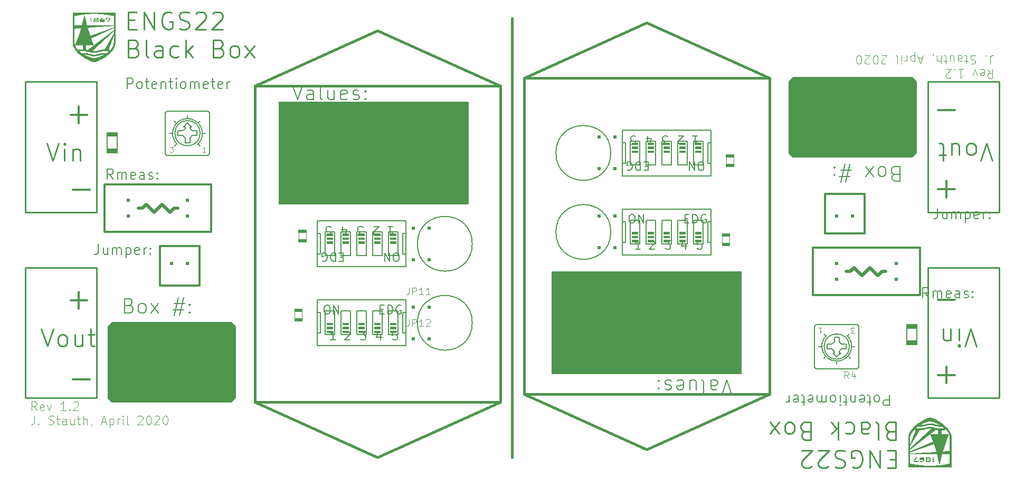
<source format=gbr>
%TF.GenerationSoftware,KiCad,Pcbnew,9.0.3*%
%TF.CreationDate,2025-07-30T15:06:46-04:00*%
%TF.ProjectId,blackboxvDualv4,626c6163-6b62-46f7-9876-4475616c7634,rev?*%
%TF.SameCoordinates,Original*%
%TF.FileFunction,Legend,Top*%
%TF.FilePolarity,Positive*%
%FSLAX46Y46*%
G04 Gerber Fmt 4.6, Leading zero omitted, Abs format (unit mm)*
G04 Created by KiCad (PCBNEW 9.0.3) date 2025-07-30 15:06:46*
%MOMM*%
%LPD*%
G01*
G04 APERTURE LIST*
%ADD10C,0.304800*%
%ADD11C,0.508000*%
%ADD12C,0.254000*%
%ADD13C,0.406400*%
%ADD14C,0.142240*%
%ADD15C,0.243840*%
%ADD16C,0.203200*%
%ADD17C,0.121920*%
%ADD18C,0.152400*%
%ADD19C,0.114300*%
%ADD20C,0.118872*%
%ADD21C,0.000000*%
%ADD22C,0.101600*%
G04 APERTURE END LIST*
D10*
X100215600Y-103728600D02*
X100215600Y-96108600D01*
D11*
X207784600Y-110078600D02*
X207149600Y-110713600D01*
D10*
X196735600Y-106268600D02*
X196735600Y-113888600D01*
D12*
X81800600Y-79598600D02*
X81800600Y-100553600D01*
D10*
X83070600Y-96108600D02*
X83070600Y-103728600D01*
D11*
X94246600Y-99918600D02*
X94881600Y-99918600D01*
D12*
X226580600Y-79598600D02*
X226580600Y-100553600D01*
D13*
X189750600Y-129763600D02*
X170065600Y-138653600D01*
X146570600Y-80233600D02*
X146570600Y-131033600D01*
D11*
X207149600Y-110713600D02*
X205879600Y-109443600D01*
D12*
X70370600Y-109443600D02*
X81800600Y-109443600D01*
X70370600Y-100553600D02*
X70370600Y-79598600D01*
X215150600Y-79598600D02*
X226580600Y-79598600D01*
D13*
X189750600Y-129763600D02*
X150380600Y-129763600D01*
D11*
X205879600Y-109443600D02*
X204609600Y-110713600D01*
D10*
X204990600Y-97632600D02*
X198640600Y-97632600D01*
D12*
X81800600Y-109443600D02*
X81800600Y-130398600D01*
D13*
X189750600Y-78963600D02*
X189750600Y-129763600D01*
D10*
X213880600Y-106268600D02*
X196735600Y-106268600D01*
X198640600Y-97632600D02*
X198640600Y-103982600D01*
D11*
X204609600Y-110713600D02*
X203339600Y-109443600D01*
X203339600Y-109443600D02*
X202704600Y-110078600D01*
X91071600Y-100553600D02*
X92341600Y-99283600D01*
D12*
X81800600Y-130398600D02*
X70370600Y-130398600D01*
D13*
X150380600Y-78963600D02*
X189750600Y-78963600D01*
D11*
X208419600Y-110078600D02*
X207784600Y-110078600D01*
D13*
X170065600Y-70073600D02*
X150380600Y-78963600D01*
D10*
X98310600Y-112364600D02*
X98310600Y-106014600D01*
D13*
X150380600Y-129763600D02*
X150380600Y-78963600D01*
D10*
X198640600Y-103982600D02*
X204990600Y-103982600D01*
D13*
X107200600Y-131033600D02*
X107200600Y-80233600D01*
X146570600Y-131033600D02*
X107200600Y-131033600D01*
X107200600Y-80233600D02*
X146570600Y-80233600D01*
D12*
X70370600Y-79598600D02*
X81800600Y-79598600D01*
D10*
X204990600Y-103982600D02*
X204990600Y-97632600D01*
X100215600Y-96108600D02*
X83070600Y-96108600D01*
D11*
X88531600Y-99918600D02*
X89166600Y-99918600D01*
D10*
X98310600Y-106014600D02*
X91960600Y-106014600D01*
D11*
X89166600Y-99918600D02*
X89801600Y-99283600D01*
D12*
X215150600Y-130398600D02*
X215150600Y-109443600D01*
X81800600Y-100553600D02*
X70370600Y-100553600D01*
D13*
X148475600Y-69438600D02*
X148475600Y-139923600D01*
D11*
X202704600Y-110078600D02*
X202069600Y-110078600D01*
D12*
X226580600Y-130398600D02*
X215150600Y-130398600D01*
D13*
X170065600Y-138653600D02*
X150380600Y-129763600D01*
D10*
X196735600Y-113888600D02*
X213880600Y-113888600D01*
D13*
X107200600Y-80233600D02*
X126885600Y-71343600D01*
D12*
X70370600Y-130398600D02*
X70370600Y-109443600D01*
D10*
X91960600Y-112364600D02*
X98310600Y-112364600D01*
D12*
X226580600Y-100553600D02*
X215150600Y-100553600D01*
X226580600Y-109443600D02*
X226580600Y-130398600D01*
X215150600Y-100553600D02*
X215150600Y-79598600D01*
D10*
X213880600Y-113888600D02*
X213880600Y-106268600D01*
D13*
X126885600Y-71343600D02*
X146570600Y-80233600D01*
D11*
X92341600Y-99283600D02*
X93611600Y-100553600D01*
D13*
X107200600Y-131033600D02*
X126885600Y-139923600D01*
D10*
X83070600Y-103728600D02*
X100215600Y-103728600D01*
X91960600Y-106014600D02*
X91960600Y-112364600D01*
D11*
X89801600Y-99283600D02*
X91071600Y-100553600D01*
D13*
X189750600Y-78963600D02*
X170065600Y-70073600D01*
X126885600Y-139923600D02*
X146570600Y-131033600D01*
D12*
X215150600Y-109443600D02*
X226580600Y-109443600D01*
D11*
X93611600Y-100553600D02*
X94246600Y-99918600D01*
D10*
X77647566Y-114739399D02*
X80318195Y-114739399D01*
X78982880Y-116074713D02*
X78982880Y-113404084D01*
D14*
X84488364Y-95266017D02*
X83943111Y-94487084D01*
X83553644Y-95266017D02*
X83553644Y-93630257D01*
X83553644Y-93630257D02*
X84176791Y-93630257D01*
X84176791Y-93630257D02*
X84332578Y-93708150D01*
X84332578Y-93708150D02*
X84410471Y-93786044D01*
X84410471Y-93786044D02*
X84488364Y-93941830D01*
X84488364Y-93941830D02*
X84488364Y-94175510D01*
X84488364Y-94175510D02*
X84410471Y-94331297D01*
X84410471Y-94331297D02*
X84332578Y-94409190D01*
X84332578Y-94409190D02*
X84176791Y-94487084D01*
X84176791Y-94487084D02*
X83553644Y-94487084D01*
X85189404Y-95266017D02*
X85189404Y-94175510D01*
X85189404Y-94331297D02*
X85267298Y-94253404D01*
X85267298Y-94253404D02*
X85423084Y-94175510D01*
X85423084Y-94175510D02*
X85656764Y-94175510D01*
X85656764Y-94175510D02*
X85812551Y-94253404D01*
X85812551Y-94253404D02*
X85890444Y-94409190D01*
X85890444Y-94409190D02*
X85890444Y-95266017D01*
X85890444Y-94409190D02*
X85968338Y-94253404D01*
X85968338Y-94253404D02*
X86124124Y-94175510D01*
X86124124Y-94175510D02*
X86357804Y-94175510D01*
X86357804Y-94175510D02*
X86513591Y-94253404D01*
X86513591Y-94253404D02*
X86591484Y-94409190D01*
X86591484Y-94409190D02*
X86591484Y-95266017D01*
X87993564Y-95188124D02*
X87837777Y-95266017D01*
X87837777Y-95266017D02*
X87526204Y-95266017D01*
X87526204Y-95266017D02*
X87370417Y-95188124D01*
X87370417Y-95188124D02*
X87292524Y-95032337D01*
X87292524Y-95032337D02*
X87292524Y-94409190D01*
X87292524Y-94409190D02*
X87370417Y-94253404D01*
X87370417Y-94253404D02*
X87526204Y-94175510D01*
X87526204Y-94175510D02*
X87837777Y-94175510D01*
X87837777Y-94175510D02*
X87993564Y-94253404D01*
X87993564Y-94253404D02*
X88071457Y-94409190D01*
X88071457Y-94409190D02*
X88071457Y-94564977D01*
X88071457Y-94564977D02*
X87292524Y-94720764D01*
X89473537Y-95266017D02*
X89473537Y-94409190D01*
X89473537Y-94409190D02*
X89395644Y-94253404D01*
X89395644Y-94253404D02*
X89239857Y-94175510D01*
X89239857Y-94175510D02*
X88928284Y-94175510D01*
X88928284Y-94175510D02*
X88772497Y-94253404D01*
X89473537Y-95188124D02*
X89317751Y-95266017D01*
X89317751Y-95266017D02*
X88928284Y-95266017D01*
X88928284Y-95266017D02*
X88772497Y-95188124D01*
X88772497Y-95188124D02*
X88694604Y-95032337D01*
X88694604Y-95032337D02*
X88694604Y-94876550D01*
X88694604Y-94876550D02*
X88772497Y-94720764D01*
X88772497Y-94720764D02*
X88928284Y-94642870D01*
X88928284Y-94642870D02*
X89317751Y-94642870D01*
X89317751Y-94642870D02*
X89473537Y-94564977D01*
X90174577Y-95188124D02*
X90330364Y-95266017D01*
X90330364Y-95266017D02*
X90641937Y-95266017D01*
X90641937Y-95266017D02*
X90797724Y-95188124D01*
X90797724Y-95188124D02*
X90875617Y-95032337D01*
X90875617Y-95032337D02*
X90875617Y-94954444D01*
X90875617Y-94954444D02*
X90797724Y-94798657D01*
X90797724Y-94798657D02*
X90641937Y-94720764D01*
X90641937Y-94720764D02*
X90408257Y-94720764D01*
X90408257Y-94720764D02*
X90252470Y-94642870D01*
X90252470Y-94642870D02*
X90174577Y-94487084D01*
X90174577Y-94487084D02*
X90174577Y-94409190D01*
X90174577Y-94409190D02*
X90252470Y-94253404D01*
X90252470Y-94253404D02*
X90408257Y-94175510D01*
X90408257Y-94175510D02*
X90641937Y-94175510D01*
X90641937Y-94175510D02*
X90797724Y-94253404D01*
X91576657Y-95110230D02*
X91654551Y-95188124D01*
X91654551Y-95188124D02*
X91576657Y-95266017D01*
X91576657Y-95266017D02*
X91498764Y-95188124D01*
X91498764Y-95188124D02*
X91576657Y-95110230D01*
X91576657Y-95110230D02*
X91576657Y-95266017D01*
X91576657Y-94253404D02*
X91654551Y-94331297D01*
X91654551Y-94331297D02*
X91576657Y-94409190D01*
X91576657Y-94409190D02*
X91498764Y-94331297D01*
X91498764Y-94331297D02*
X91576657Y-94253404D01*
X91576657Y-94253404D02*
X91576657Y-94409190D01*
X82116004Y-105695257D02*
X82116004Y-106863657D01*
X82116004Y-106863657D02*
X82038111Y-107097337D01*
X82038111Y-107097337D02*
X81882324Y-107253124D01*
X81882324Y-107253124D02*
X81648644Y-107331017D01*
X81648644Y-107331017D02*
X81492858Y-107331017D01*
X83595977Y-106240510D02*
X83595977Y-107331017D01*
X82894937Y-106240510D02*
X82894937Y-107097337D01*
X82894937Y-107097337D02*
X82972831Y-107253124D01*
X82972831Y-107253124D02*
X83128617Y-107331017D01*
X83128617Y-107331017D02*
X83362297Y-107331017D01*
X83362297Y-107331017D02*
X83518084Y-107253124D01*
X83518084Y-107253124D02*
X83595977Y-107175230D01*
X84374910Y-107331017D02*
X84374910Y-106240510D01*
X84374910Y-106396297D02*
X84452804Y-106318404D01*
X84452804Y-106318404D02*
X84608590Y-106240510D01*
X84608590Y-106240510D02*
X84842270Y-106240510D01*
X84842270Y-106240510D02*
X84998057Y-106318404D01*
X84998057Y-106318404D02*
X85075950Y-106474190D01*
X85075950Y-106474190D02*
X85075950Y-107331017D01*
X85075950Y-106474190D02*
X85153844Y-106318404D01*
X85153844Y-106318404D02*
X85309630Y-106240510D01*
X85309630Y-106240510D02*
X85543310Y-106240510D01*
X85543310Y-106240510D02*
X85699097Y-106318404D01*
X85699097Y-106318404D02*
X85776990Y-106474190D01*
X85776990Y-106474190D02*
X85776990Y-107331017D01*
X86555923Y-106240510D02*
X86555923Y-107876270D01*
X86555923Y-106318404D02*
X86711710Y-106240510D01*
X86711710Y-106240510D02*
X87023283Y-106240510D01*
X87023283Y-106240510D02*
X87179070Y-106318404D01*
X87179070Y-106318404D02*
X87256963Y-106396297D01*
X87256963Y-106396297D02*
X87334857Y-106552084D01*
X87334857Y-106552084D02*
X87334857Y-107019444D01*
X87334857Y-107019444D02*
X87256963Y-107175230D01*
X87256963Y-107175230D02*
X87179070Y-107253124D01*
X87179070Y-107253124D02*
X87023283Y-107331017D01*
X87023283Y-107331017D02*
X86711710Y-107331017D01*
X86711710Y-107331017D02*
X86555923Y-107253124D01*
X88659043Y-107253124D02*
X88503256Y-107331017D01*
X88503256Y-107331017D02*
X88191683Y-107331017D01*
X88191683Y-107331017D02*
X88035896Y-107253124D01*
X88035896Y-107253124D02*
X87958003Y-107097337D01*
X87958003Y-107097337D02*
X87958003Y-106474190D01*
X87958003Y-106474190D02*
X88035896Y-106318404D01*
X88035896Y-106318404D02*
X88191683Y-106240510D01*
X88191683Y-106240510D02*
X88503256Y-106240510D01*
X88503256Y-106240510D02*
X88659043Y-106318404D01*
X88659043Y-106318404D02*
X88736936Y-106474190D01*
X88736936Y-106474190D02*
X88736936Y-106629977D01*
X88736936Y-106629977D02*
X87958003Y-106785764D01*
X89437976Y-107331017D02*
X89437976Y-106240510D01*
X89437976Y-106552084D02*
X89515870Y-106396297D01*
X89515870Y-106396297D02*
X89593763Y-106318404D01*
X89593763Y-106318404D02*
X89749550Y-106240510D01*
X89749550Y-106240510D02*
X89905336Y-106240510D01*
X90450589Y-107175230D02*
X90528483Y-107253124D01*
X90528483Y-107253124D02*
X90450589Y-107331017D01*
X90450589Y-107331017D02*
X90372696Y-107253124D01*
X90372696Y-107253124D02*
X90450589Y-107175230D01*
X90450589Y-107175230D02*
X90450589Y-107331017D01*
X90450589Y-106318404D02*
X90528483Y-106396297D01*
X90528483Y-106396297D02*
X90450589Y-106474190D01*
X90450589Y-106474190D02*
X90372696Y-106396297D01*
X90372696Y-106396297D02*
X90450589Y-106318404D01*
X90450589Y-106318404D02*
X90450589Y-106474190D01*
D15*
X73876418Y-89465330D02*
X74811138Y-92269490D01*
X74811138Y-92269490D02*
X75745858Y-89465330D01*
X76680579Y-92269490D02*
X76680579Y-90400050D01*
X76680579Y-89465330D02*
X76547047Y-89598861D01*
X76547047Y-89598861D02*
X76680579Y-89732393D01*
X76680579Y-89732393D02*
X76814110Y-89598861D01*
X76814110Y-89598861D02*
X76680579Y-89465330D01*
X76680579Y-89465330D02*
X76680579Y-89732393D01*
X78015893Y-90400050D02*
X78015893Y-92269490D01*
X78015893Y-90667113D02*
X78149424Y-90533581D01*
X78149424Y-90533581D02*
X78416487Y-90400050D01*
X78416487Y-90400050D02*
X78817081Y-90400050D01*
X78817081Y-90400050D02*
X79084144Y-90533581D01*
X79084144Y-90533581D02*
X79217676Y-90800644D01*
X79217676Y-90800644D02*
X79217676Y-92269490D01*
D10*
X78028566Y-96959399D02*
X80699195Y-96959399D01*
D15*
X86946678Y-69703357D02*
X87881398Y-69703357D01*
X88281992Y-71172203D02*
X86946678Y-71172203D01*
X86946678Y-71172203D02*
X86946678Y-68368043D01*
X86946678Y-68368043D02*
X88281992Y-68368043D01*
X89483775Y-71172203D02*
X89483775Y-68368043D01*
X89483775Y-68368043D02*
X91086152Y-71172203D01*
X91086152Y-71172203D02*
X91086152Y-68368043D01*
X93890311Y-68501574D02*
X93623249Y-68368043D01*
X93623249Y-68368043D02*
X93222654Y-68368043D01*
X93222654Y-68368043D02*
X92822060Y-68501574D01*
X92822060Y-68501574D02*
X92554997Y-68768637D01*
X92554997Y-68768637D02*
X92421466Y-69035700D01*
X92421466Y-69035700D02*
X92287934Y-69569826D01*
X92287934Y-69569826D02*
X92287934Y-69970420D01*
X92287934Y-69970420D02*
X92421466Y-70504546D01*
X92421466Y-70504546D02*
X92554997Y-70771609D01*
X92554997Y-70771609D02*
X92822060Y-71038672D01*
X92822060Y-71038672D02*
X93222654Y-71172203D01*
X93222654Y-71172203D02*
X93489717Y-71172203D01*
X93489717Y-71172203D02*
X93890311Y-71038672D01*
X93890311Y-71038672D02*
X94023843Y-70905140D01*
X94023843Y-70905140D02*
X94023843Y-69970420D01*
X94023843Y-69970420D02*
X93489717Y-69970420D01*
X95092094Y-71038672D02*
X95492689Y-71172203D01*
X95492689Y-71172203D02*
X96160346Y-71172203D01*
X96160346Y-71172203D02*
X96427409Y-71038672D01*
X96427409Y-71038672D02*
X96560940Y-70905140D01*
X96560940Y-70905140D02*
X96694471Y-70638077D01*
X96694471Y-70638077D02*
X96694471Y-70371014D01*
X96694471Y-70371014D02*
X96560940Y-70103952D01*
X96560940Y-70103952D02*
X96427409Y-69970420D01*
X96427409Y-69970420D02*
X96160346Y-69836889D01*
X96160346Y-69836889D02*
X95626220Y-69703357D01*
X95626220Y-69703357D02*
X95359157Y-69569826D01*
X95359157Y-69569826D02*
X95225626Y-69436294D01*
X95225626Y-69436294D02*
X95092094Y-69169232D01*
X95092094Y-69169232D02*
X95092094Y-68902169D01*
X95092094Y-68902169D02*
X95225626Y-68635106D01*
X95225626Y-68635106D02*
X95359157Y-68501574D01*
X95359157Y-68501574D02*
X95626220Y-68368043D01*
X95626220Y-68368043D02*
X96293877Y-68368043D01*
X96293877Y-68368043D02*
X96694471Y-68501574D01*
X97762723Y-68635106D02*
X97896255Y-68501574D01*
X97896255Y-68501574D02*
X98163318Y-68368043D01*
X98163318Y-68368043D02*
X98830975Y-68368043D01*
X98830975Y-68368043D02*
X99098038Y-68501574D01*
X99098038Y-68501574D02*
X99231569Y-68635106D01*
X99231569Y-68635106D02*
X99365100Y-68902169D01*
X99365100Y-68902169D02*
X99365100Y-69169232D01*
X99365100Y-69169232D02*
X99231569Y-69569826D01*
X99231569Y-69569826D02*
X97629192Y-71172203D01*
X97629192Y-71172203D02*
X99365100Y-71172203D01*
X100433352Y-68635106D02*
X100566884Y-68501574D01*
X100566884Y-68501574D02*
X100833947Y-68368043D01*
X100833947Y-68368043D02*
X101501604Y-68368043D01*
X101501604Y-68368043D02*
X101768667Y-68501574D01*
X101768667Y-68501574D02*
X101902198Y-68635106D01*
X101902198Y-68635106D02*
X102035729Y-68902169D01*
X102035729Y-68902169D02*
X102035729Y-69169232D01*
X102035729Y-69169232D02*
X101902198Y-69569826D01*
X101902198Y-69569826D02*
X100299821Y-71172203D01*
X100299821Y-71172203D02*
X102035729Y-71172203D01*
X87881398Y-74217898D02*
X88281992Y-74351430D01*
X88281992Y-74351430D02*
X88415523Y-74484961D01*
X88415523Y-74484961D02*
X88549055Y-74752024D01*
X88549055Y-74752024D02*
X88549055Y-75152618D01*
X88549055Y-75152618D02*
X88415523Y-75419681D01*
X88415523Y-75419681D02*
X88281992Y-75553213D01*
X88281992Y-75553213D02*
X88014929Y-75686744D01*
X88014929Y-75686744D02*
X86946678Y-75686744D01*
X86946678Y-75686744D02*
X86946678Y-72882584D01*
X86946678Y-72882584D02*
X87881398Y-72882584D01*
X87881398Y-72882584D02*
X88148461Y-73016115D01*
X88148461Y-73016115D02*
X88281992Y-73149647D01*
X88281992Y-73149647D02*
X88415523Y-73416710D01*
X88415523Y-73416710D02*
X88415523Y-73683773D01*
X88415523Y-73683773D02*
X88281992Y-73950835D01*
X88281992Y-73950835D02*
X88148461Y-74084367D01*
X88148461Y-74084367D02*
X87881398Y-74217898D01*
X87881398Y-74217898D02*
X86946678Y-74217898D01*
X90151432Y-75686744D02*
X89884369Y-75553213D01*
X89884369Y-75553213D02*
X89750838Y-75286150D01*
X89750838Y-75286150D02*
X89750838Y-72882584D01*
X92421467Y-75686744D02*
X92421467Y-74217898D01*
X92421467Y-74217898D02*
X92287935Y-73950835D01*
X92287935Y-73950835D02*
X92020872Y-73817304D01*
X92020872Y-73817304D02*
X91486747Y-73817304D01*
X91486747Y-73817304D02*
X91219684Y-73950835D01*
X92421467Y-75553213D02*
X92154404Y-75686744D01*
X92154404Y-75686744D02*
X91486747Y-75686744D01*
X91486747Y-75686744D02*
X91219684Y-75553213D01*
X91219684Y-75553213D02*
X91086152Y-75286150D01*
X91086152Y-75286150D02*
X91086152Y-75019087D01*
X91086152Y-75019087D02*
X91219684Y-74752024D01*
X91219684Y-74752024D02*
X91486747Y-74618493D01*
X91486747Y-74618493D02*
X92154404Y-74618493D01*
X92154404Y-74618493D02*
X92421467Y-74484961D01*
X94958564Y-75553213D02*
X94691501Y-75686744D01*
X94691501Y-75686744D02*
X94157375Y-75686744D01*
X94157375Y-75686744D02*
X93890312Y-75553213D01*
X93890312Y-75553213D02*
X93756781Y-75419681D01*
X93756781Y-75419681D02*
X93623249Y-75152618D01*
X93623249Y-75152618D02*
X93623249Y-74351430D01*
X93623249Y-74351430D02*
X93756781Y-74084367D01*
X93756781Y-74084367D02*
X93890312Y-73950835D01*
X93890312Y-73950835D02*
X94157375Y-73817304D01*
X94157375Y-73817304D02*
X94691501Y-73817304D01*
X94691501Y-73817304D02*
X94958564Y-73950835D01*
X96160347Y-75686744D02*
X96160347Y-72882584D01*
X96427410Y-74618493D02*
X97228598Y-75686744D01*
X97228598Y-73817304D02*
X96160347Y-74885555D01*
X101501604Y-74217898D02*
X101902198Y-74351430D01*
X101902198Y-74351430D02*
X102035729Y-74484961D01*
X102035729Y-74484961D02*
X102169261Y-74752024D01*
X102169261Y-74752024D02*
X102169261Y-75152618D01*
X102169261Y-75152618D02*
X102035729Y-75419681D01*
X102035729Y-75419681D02*
X101902198Y-75553213D01*
X101902198Y-75553213D02*
X101635135Y-75686744D01*
X101635135Y-75686744D02*
X100566884Y-75686744D01*
X100566884Y-75686744D02*
X100566884Y-72882584D01*
X100566884Y-72882584D02*
X101501604Y-72882584D01*
X101501604Y-72882584D02*
X101768667Y-73016115D01*
X101768667Y-73016115D02*
X101902198Y-73149647D01*
X101902198Y-73149647D02*
X102035729Y-73416710D01*
X102035729Y-73416710D02*
X102035729Y-73683773D01*
X102035729Y-73683773D02*
X101902198Y-73950835D01*
X101902198Y-73950835D02*
X101768667Y-74084367D01*
X101768667Y-74084367D02*
X101501604Y-74217898D01*
X101501604Y-74217898D02*
X100566884Y-74217898D01*
X103771638Y-75686744D02*
X103504575Y-75553213D01*
X103504575Y-75553213D02*
X103371044Y-75419681D01*
X103371044Y-75419681D02*
X103237512Y-75152618D01*
X103237512Y-75152618D02*
X103237512Y-74351430D01*
X103237512Y-74351430D02*
X103371044Y-74084367D01*
X103371044Y-74084367D02*
X103504575Y-73950835D01*
X103504575Y-73950835D02*
X103771638Y-73817304D01*
X103771638Y-73817304D02*
X104172232Y-73817304D01*
X104172232Y-73817304D02*
X104439295Y-73950835D01*
X104439295Y-73950835D02*
X104572827Y-74084367D01*
X104572827Y-74084367D02*
X104706358Y-74351430D01*
X104706358Y-74351430D02*
X104706358Y-75152618D01*
X104706358Y-75152618D02*
X104572827Y-75419681D01*
X104572827Y-75419681D02*
X104439295Y-75553213D01*
X104439295Y-75553213D02*
X104172232Y-75686744D01*
X104172232Y-75686744D02*
X103771638Y-75686744D01*
X105641078Y-75686744D02*
X107109924Y-73817304D01*
X105641078Y-73817304D02*
X107109924Y-75686744D01*
D14*
X86728644Y-80661017D02*
X86728644Y-79025257D01*
X86728644Y-79025257D02*
X87351791Y-79025257D01*
X87351791Y-79025257D02*
X87507578Y-79103150D01*
X87507578Y-79103150D02*
X87585471Y-79181044D01*
X87585471Y-79181044D02*
X87663364Y-79336830D01*
X87663364Y-79336830D02*
X87663364Y-79570510D01*
X87663364Y-79570510D02*
X87585471Y-79726297D01*
X87585471Y-79726297D02*
X87507578Y-79804190D01*
X87507578Y-79804190D02*
X87351791Y-79882084D01*
X87351791Y-79882084D02*
X86728644Y-79882084D01*
X88598084Y-80661017D02*
X88442298Y-80583124D01*
X88442298Y-80583124D02*
X88364404Y-80505230D01*
X88364404Y-80505230D02*
X88286511Y-80349444D01*
X88286511Y-80349444D02*
X88286511Y-79882084D01*
X88286511Y-79882084D02*
X88364404Y-79726297D01*
X88364404Y-79726297D02*
X88442298Y-79648404D01*
X88442298Y-79648404D02*
X88598084Y-79570510D01*
X88598084Y-79570510D02*
X88831764Y-79570510D01*
X88831764Y-79570510D02*
X88987551Y-79648404D01*
X88987551Y-79648404D02*
X89065444Y-79726297D01*
X89065444Y-79726297D02*
X89143338Y-79882084D01*
X89143338Y-79882084D02*
X89143338Y-80349444D01*
X89143338Y-80349444D02*
X89065444Y-80505230D01*
X89065444Y-80505230D02*
X88987551Y-80583124D01*
X88987551Y-80583124D02*
X88831764Y-80661017D01*
X88831764Y-80661017D02*
X88598084Y-80661017D01*
X89610697Y-79570510D02*
X90233844Y-79570510D01*
X89844377Y-79025257D02*
X89844377Y-80427337D01*
X89844377Y-80427337D02*
X89922271Y-80583124D01*
X89922271Y-80583124D02*
X90078057Y-80661017D01*
X90078057Y-80661017D02*
X90233844Y-80661017D01*
X91402244Y-80583124D02*
X91246457Y-80661017D01*
X91246457Y-80661017D02*
X90934884Y-80661017D01*
X90934884Y-80661017D02*
X90779097Y-80583124D01*
X90779097Y-80583124D02*
X90701204Y-80427337D01*
X90701204Y-80427337D02*
X90701204Y-79804190D01*
X90701204Y-79804190D02*
X90779097Y-79648404D01*
X90779097Y-79648404D02*
X90934884Y-79570510D01*
X90934884Y-79570510D02*
X91246457Y-79570510D01*
X91246457Y-79570510D02*
X91402244Y-79648404D01*
X91402244Y-79648404D02*
X91480137Y-79804190D01*
X91480137Y-79804190D02*
X91480137Y-79959977D01*
X91480137Y-79959977D02*
X90701204Y-80115764D01*
X92181177Y-79570510D02*
X92181177Y-80661017D01*
X92181177Y-79726297D02*
X92259071Y-79648404D01*
X92259071Y-79648404D02*
X92414857Y-79570510D01*
X92414857Y-79570510D02*
X92648537Y-79570510D01*
X92648537Y-79570510D02*
X92804324Y-79648404D01*
X92804324Y-79648404D02*
X92882217Y-79804190D01*
X92882217Y-79804190D02*
X92882217Y-80661017D01*
X93427470Y-79570510D02*
X94050617Y-79570510D01*
X93661150Y-79025257D02*
X93661150Y-80427337D01*
X93661150Y-80427337D02*
X93739044Y-80583124D01*
X93739044Y-80583124D02*
X93894830Y-80661017D01*
X93894830Y-80661017D02*
X94050617Y-80661017D01*
X94595870Y-80661017D02*
X94595870Y-79570510D01*
X94595870Y-79025257D02*
X94517977Y-79103150D01*
X94517977Y-79103150D02*
X94595870Y-79181044D01*
X94595870Y-79181044D02*
X94673764Y-79103150D01*
X94673764Y-79103150D02*
X94595870Y-79025257D01*
X94595870Y-79025257D02*
X94595870Y-79181044D01*
X95608483Y-80661017D02*
X95452697Y-80583124D01*
X95452697Y-80583124D02*
X95374803Y-80505230D01*
X95374803Y-80505230D02*
X95296910Y-80349444D01*
X95296910Y-80349444D02*
X95296910Y-79882084D01*
X95296910Y-79882084D02*
X95374803Y-79726297D01*
X95374803Y-79726297D02*
X95452697Y-79648404D01*
X95452697Y-79648404D02*
X95608483Y-79570510D01*
X95608483Y-79570510D02*
X95842163Y-79570510D01*
X95842163Y-79570510D02*
X95997950Y-79648404D01*
X95997950Y-79648404D02*
X96075843Y-79726297D01*
X96075843Y-79726297D02*
X96153737Y-79882084D01*
X96153737Y-79882084D02*
X96153737Y-80349444D01*
X96153737Y-80349444D02*
X96075843Y-80505230D01*
X96075843Y-80505230D02*
X95997950Y-80583124D01*
X95997950Y-80583124D02*
X95842163Y-80661017D01*
X95842163Y-80661017D02*
X95608483Y-80661017D01*
X96854776Y-80661017D02*
X96854776Y-79570510D01*
X96854776Y-79726297D02*
X96932670Y-79648404D01*
X96932670Y-79648404D02*
X97088456Y-79570510D01*
X97088456Y-79570510D02*
X97322136Y-79570510D01*
X97322136Y-79570510D02*
X97477923Y-79648404D01*
X97477923Y-79648404D02*
X97555816Y-79804190D01*
X97555816Y-79804190D02*
X97555816Y-80661017D01*
X97555816Y-79804190D02*
X97633710Y-79648404D01*
X97633710Y-79648404D02*
X97789496Y-79570510D01*
X97789496Y-79570510D02*
X98023176Y-79570510D01*
X98023176Y-79570510D02*
X98178963Y-79648404D01*
X98178963Y-79648404D02*
X98256856Y-79804190D01*
X98256856Y-79804190D02*
X98256856Y-80661017D01*
X99658936Y-80583124D02*
X99503149Y-80661017D01*
X99503149Y-80661017D02*
X99191576Y-80661017D01*
X99191576Y-80661017D02*
X99035789Y-80583124D01*
X99035789Y-80583124D02*
X98957896Y-80427337D01*
X98957896Y-80427337D02*
X98957896Y-79804190D01*
X98957896Y-79804190D02*
X99035789Y-79648404D01*
X99035789Y-79648404D02*
X99191576Y-79570510D01*
X99191576Y-79570510D02*
X99503149Y-79570510D01*
X99503149Y-79570510D02*
X99658936Y-79648404D01*
X99658936Y-79648404D02*
X99736829Y-79804190D01*
X99736829Y-79804190D02*
X99736829Y-79959977D01*
X99736829Y-79959977D02*
X98957896Y-80115764D01*
X100204189Y-79570510D02*
X100827336Y-79570510D01*
X100437869Y-79025257D02*
X100437869Y-80427337D01*
X100437869Y-80427337D02*
X100515763Y-80583124D01*
X100515763Y-80583124D02*
X100671549Y-80661017D01*
X100671549Y-80661017D02*
X100827336Y-80661017D01*
X101995736Y-80583124D02*
X101839949Y-80661017D01*
X101839949Y-80661017D02*
X101528376Y-80661017D01*
X101528376Y-80661017D02*
X101372589Y-80583124D01*
X101372589Y-80583124D02*
X101294696Y-80427337D01*
X101294696Y-80427337D02*
X101294696Y-79804190D01*
X101294696Y-79804190D02*
X101372589Y-79648404D01*
X101372589Y-79648404D02*
X101528376Y-79570510D01*
X101528376Y-79570510D02*
X101839949Y-79570510D01*
X101839949Y-79570510D02*
X101995736Y-79648404D01*
X101995736Y-79648404D02*
X102073629Y-79804190D01*
X102073629Y-79804190D02*
X102073629Y-79959977D01*
X102073629Y-79959977D02*
X101294696Y-80115764D01*
X102774669Y-80661017D02*
X102774669Y-79570510D01*
X102774669Y-79882084D02*
X102852563Y-79726297D01*
X102852563Y-79726297D02*
X102930456Y-79648404D01*
X102930456Y-79648404D02*
X103086243Y-79570510D01*
X103086243Y-79570510D02*
X103242029Y-79570510D01*
D10*
X78028566Y-127439399D02*
X80699195Y-127439399D01*
X77647566Y-84894399D02*
X80318195Y-84894399D01*
X78982880Y-86229713D02*
X78982880Y-83559084D01*
D16*
X113271836Y-80140253D02*
X114050769Y-82477053D01*
X114050769Y-82477053D02*
X114829703Y-80140253D01*
X116610121Y-82477053D02*
X116610121Y-81253015D01*
X116610121Y-81253015D02*
X116498845Y-81030462D01*
X116498845Y-81030462D02*
X116276293Y-80919186D01*
X116276293Y-80919186D02*
X115831188Y-80919186D01*
X115831188Y-80919186D02*
X115608635Y-81030462D01*
X116610121Y-82365777D02*
X116387569Y-82477053D01*
X116387569Y-82477053D02*
X115831188Y-82477053D01*
X115831188Y-82477053D02*
X115608635Y-82365777D01*
X115608635Y-82365777D02*
X115497359Y-82143224D01*
X115497359Y-82143224D02*
X115497359Y-81920672D01*
X115497359Y-81920672D02*
X115608635Y-81698119D01*
X115608635Y-81698119D02*
X115831188Y-81586843D01*
X115831188Y-81586843D02*
X116387569Y-81586843D01*
X116387569Y-81586843D02*
X116610121Y-81475567D01*
X118056712Y-82477053D02*
X117834160Y-82365777D01*
X117834160Y-82365777D02*
X117722883Y-82143224D01*
X117722883Y-82143224D02*
X117722883Y-80140253D01*
X119948407Y-80919186D02*
X119948407Y-82477053D01*
X118946921Y-80919186D02*
X118946921Y-82143224D01*
X118946921Y-82143224D02*
X119058198Y-82365777D01*
X119058198Y-82365777D02*
X119280750Y-82477053D01*
X119280750Y-82477053D02*
X119614579Y-82477053D01*
X119614579Y-82477053D02*
X119837131Y-82365777D01*
X119837131Y-82365777D02*
X119948407Y-82254500D01*
X121951379Y-82365777D02*
X121728827Y-82477053D01*
X121728827Y-82477053D02*
X121283722Y-82477053D01*
X121283722Y-82477053D02*
X121061169Y-82365777D01*
X121061169Y-82365777D02*
X120949893Y-82143224D01*
X120949893Y-82143224D02*
X120949893Y-81253015D01*
X120949893Y-81253015D02*
X121061169Y-81030462D01*
X121061169Y-81030462D02*
X121283722Y-80919186D01*
X121283722Y-80919186D02*
X121728827Y-80919186D01*
X121728827Y-80919186D02*
X121951379Y-81030462D01*
X121951379Y-81030462D02*
X122062655Y-81253015D01*
X122062655Y-81253015D02*
X122062655Y-81475567D01*
X122062655Y-81475567D02*
X120949893Y-81698119D01*
X122952864Y-82365777D02*
X123175417Y-82477053D01*
X123175417Y-82477053D02*
X123620521Y-82477053D01*
X123620521Y-82477053D02*
X123843074Y-82365777D01*
X123843074Y-82365777D02*
X123954350Y-82143224D01*
X123954350Y-82143224D02*
X123954350Y-82031948D01*
X123954350Y-82031948D02*
X123843074Y-81809396D01*
X123843074Y-81809396D02*
X123620521Y-81698119D01*
X123620521Y-81698119D02*
X123286693Y-81698119D01*
X123286693Y-81698119D02*
X123064140Y-81586843D01*
X123064140Y-81586843D02*
X122952864Y-81364291D01*
X122952864Y-81364291D02*
X122952864Y-81253015D01*
X122952864Y-81253015D02*
X123064140Y-81030462D01*
X123064140Y-81030462D02*
X123286693Y-80919186D01*
X123286693Y-80919186D02*
X123620521Y-80919186D01*
X123620521Y-80919186D02*
X123843074Y-81030462D01*
X124955835Y-82254500D02*
X125067112Y-82365777D01*
X125067112Y-82365777D02*
X124955835Y-82477053D01*
X124955835Y-82477053D02*
X124844559Y-82365777D01*
X124844559Y-82365777D02*
X124955835Y-82254500D01*
X124955835Y-82254500D02*
X124955835Y-82477053D01*
X124955835Y-81030462D02*
X125067112Y-81141738D01*
X125067112Y-81141738D02*
X124955835Y-81253015D01*
X124955835Y-81253015D02*
X124844559Y-81141738D01*
X124844559Y-81141738D02*
X124955835Y-81030462D01*
X124955835Y-81030462D02*
X124955835Y-81253015D01*
X209871601Y-94454184D02*
X209537773Y-94342908D01*
X209537773Y-94342908D02*
X209426496Y-94231632D01*
X209426496Y-94231632D02*
X209315220Y-94009080D01*
X209315220Y-94009080D02*
X209315220Y-93675251D01*
X209315220Y-93675251D02*
X209426496Y-93452699D01*
X209426496Y-93452699D02*
X209537773Y-93341423D01*
X209537773Y-93341423D02*
X209760325Y-93230146D01*
X209760325Y-93230146D02*
X210650535Y-93230146D01*
X210650535Y-93230146D02*
X210650535Y-95566946D01*
X210650535Y-95566946D02*
X209871601Y-95566946D01*
X209871601Y-95566946D02*
X209649049Y-95455670D01*
X209649049Y-95455670D02*
X209537773Y-95344394D01*
X209537773Y-95344394D02*
X209426496Y-95121842D01*
X209426496Y-95121842D02*
X209426496Y-94899289D01*
X209426496Y-94899289D02*
X209537773Y-94676737D01*
X209537773Y-94676737D02*
X209649049Y-94565461D01*
X209649049Y-94565461D02*
X209871601Y-94454184D01*
X209871601Y-94454184D02*
X210650535Y-94454184D01*
X207979906Y-93230146D02*
X208202458Y-93341423D01*
X208202458Y-93341423D02*
X208313735Y-93452699D01*
X208313735Y-93452699D02*
X208425011Y-93675251D01*
X208425011Y-93675251D02*
X208425011Y-94342908D01*
X208425011Y-94342908D02*
X208313735Y-94565461D01*
X208313735Y-94565461D02*
X208202458Y-94676737D01*
X208202458Y-94676737D02*
X207979906Y-94788013D01*
X207979906Y-94788013D02*
X207646077Y-94788013D01*
X207646077Y-94788013D02*
X207423525Y-94676737D01*
X207423525Y-94676737D02*
X207312249Y-94565461D01*
X207312249Y-94565461D02*
X207200973Y-94342908D01*
X207200973Y-94342908D02*
X207200973Y-93675251D01*
X207200973Y-93675251D02*
X207312249Y-93452699D01*
X207312249Y-93452699D02*
X207423525Y-93341423D01*
X207423525Y-93341423D02*
X207646077Y-93230146D01*
X207646077Y-93230146D02*
X207979906Y-93230146D01*
X206422039Y-93230146D02*
X205198001Y-94788013D01*
X206422039Y-94788013D02*
X205198001Y-93230146D01*
X202638649Y-94788013D02*
X200969506Y-94788013D01*
X201970992Y-95789499D02*
X202638649Y-92785042D01*
X201192058Y-93786527D02*
X202861201Y-93786527D01*
X201859715Y-92785042D02*
X201192058Y-95789499D01*
X200190573Y-93452699D02*
X200079296Y-93341423D01*
X200079296Y-93341423D02*
X200190573Y-93230146D01*
X200190573Y-93230146D02*
X200301849Y-93341423D01*
X200301849Y-93341423D02*
X200190573Y-93452699D01*
X200190573Y-93452699D02*
X200190573Y-93230146D01*
X200190573Y-94676737D02*
X200079296Y-94565461D01*
X200079296Y-94565461D02*
X200190573Y-94454184D01*
X200190573Y-94454184D02*
X200301849Y-94565461D01*
X200301849Y-94565461D02*
X200190573Y-94676737D01*
X200190573Y-94676737D02*
X200190573Y-94454184D01*
D15*
X222978116Y-122128615D02*
X222043396Y-119324455D01*
X222043396Y-119324455D02*
X221108676Y-122128615D01*
X220173955Y-119324455D02*
X220173955Y-121193895D01*
X220173955Y-122128615D02*
X220307487Y-121995084D01*
X220307487Y-121995084D02*
X220173955Y-121861552D01*
X220173955Y-121861552D02*
X220040424Y-121995084D01*
X220040424Y-121995084D02*
X220173955Y-122128615D01*
X220173955Y-122128615D02*
X220173955Y-121861552D01*
X218838641Y-121193895D02*
X218838641Y-119324455D01*
X218838641Y-120926832D02*
X218705110Y-121060364D01*
X218705110Y-121060364D02*
X218438047Y-121193895D01*
X218438047Y-121193895D02*
X218037453Y-121193895D01*
X218037453Y-121193895D02*
X217770390Y-121060364D01*
X217770390Y-121060364D02*
X217636859Y-120793301D01*
X217636859Y-120793301D02*
X217636859Y-119324455D01*
D17*
X72220827Y-132408402D02*
X71753467Y-131740745D01*
X71419638Y-132408402D02*
X71419638Y-131006322D01*
X71419638Y-131006322D02*
X71953764Y-131006322D01*
X71953764Y-131006322D02*
X72087295Y-131073088D01*
X72087295Y-131073088D02*
X72154061Y-131139854D01*
X72154061Y-131139854D02*
X72220827Y-131273385D01*
X72220827Y-131273385D02*
X72220827Y-131473682D01*
X72220827Y-131473682D02*
X72154061Y-131607214D01*
X72154061Y-131607214D02*
X72087295Y-131673979D01*
X72087295Y-131673979D02*
X71953764Y-131740745D01*
X71953764Y-131740745D02*
X71419638Y-131740745D01*
X73355844Y-132341637D02*
X73222312Y-132408402D01*
X73222312Y-132408402D02*
X72955250Y-132408402D01*
X72955250Y-132408402D02*
X72821718Y-132341637D01*
X72821718Y-132341637D02*
X72754952Y-132208105D01*
X72754952Y-132208105D02*
X72754952Y-131673979D01*
X72754952Y-131673979D02*
X72821718Y-131540448D01*
X72821718Y-131540448D02*
X72955250Y-131473682D01*
X72955250Y-131473682D02*
X73222312Y-131473682D01*
X73222312Y-131473682D02*
X73355844Y-131540448D01*
X73355844Y-131540448D02*
X73422610Y-131673979D01*
X73422610Y-131673979D02*
X73422610Y-131807511D01*
X73422610Y-131807511D02*
X72754952Y-131941042D01*
X73889970Y-131473682D02*
X74223798Y-132408402D01*
X74223798Y-132408402D02*
X74557627Y-131473682D01*
X76894426Y-132408402D02*
X76093237Y-132408402D01*
X76493832Y-132408402D02*
X76493832Y-131006322D01*
X76493832Y-131006322D02*
X76360300Y-131206619D01*
X76360300Y-131206619D02*
X76226769Y-131340151D01*
X76226769Y-131340151D02*
X76093237Y-131406917D01*
X77495317Y-132274871D02*
X77562083Y-132341637D01*
X77562083Y-132341637D02*
X77495317Y-132408402D01*
X77495317Y-132408402D02*
X77428551Y-132341637D01*
X77428551Y-132341637D02*
X77495317Y-132274871D01*
X77495317Y-132274871D02*
X77495317Y-132408402D01*
X78096208Y-131139854D02*
X78162974Y-131073088D01*
X78162974Y-131073088D02*
X78296506Y-131006322D01*
X78296506Y-131006322D02*
X78630334Y-131006322D01*
X78630334Y-131006322D02*
X78763866Y-131073088D01*
X78763866Y-131073088D02*
X78830631Y-131139854D01*
X78830631Y-131139854D02*
X78897397Y-131273385D01*
X78897397Y-131273385D02*
X78897397Y-131406917D01*
X78897397Y-131406917D02*
X78830631Y-131607214D01*
X78830631Y-131607214D02*
X78029443Y-132408402D01*
X78029443Y-132408402D02*
X78897397Y-132408402D01*
X71820232Y-133263592D02*
X71820232Y-134265078D01*
X71820232Y-134265078D02*
X71753467Y-134465375D01*
X71753467Y-134465375D02*
X71619935Y-134598907D01*
X71619935Y-134598907D02*
X71419638Y-134665672D01*
X71419638Y-134665672D02*
X71286107Y-134665672D01*
X72487889Y-134532141D02*
X72554655Y-134598907D01*
X72554655Y-134598907D02*
X72487889Y-134665672D01*
X72487889Y-134665672D02*
X72421123Y-134598907D01*
X72421123Y-134598907D02*
X72487889Y-134532141D01*
X72487889Y-134532141D02*
X72487889Y-134665672D01*
X74157031Y-134598907D02*
X74357329Y-134665672D01*
X74357329Y-134665672D02*
X74691157Y-134665672D01*
X74691157Y-134665672D02*
X74824689Y-134598907D01*
X74824689Y-134598907D02*
X74891454Y-134532141D01*
X74891454Y-134532141D02*
X74958220Y-134398609D01*
X74958220Y-134398609D02*
X74958220Y-134265078D01*
X74958220Y-134265078D02*
X74891454Y-134131547D01*
X74891454Y-134131547D02*
X74824689Y-134064781D01*
X74824689Y-134064781D02*
X74691157Y-133998015D01*
X74691157Y-133998015D02*
X74424094Y-133931249D01*
X74424094Y-133931249D02*
X74290563Y-133864484D01*
X74290563Y-133864484D02*
X74223797Y-133797718D01*
X74223797Y-133797718D02*
X74157031Y-133664187D01*
X74157031Y-133664187D02*
X74157031Y-133530655D01*
X74157031Y-133530655D02*
X74223797Y-133397124D01*
X74223797Y-133397124D02*
X74290563Y-133330358D01*
X74290563Y-133330358D02*
X74424094Y-133263592D01*
X74424094Y-133263592D02*
X74757923Y-133263592D01*
X74757923Y-133263592D02*
X74958220Y-133330358D01*
X75358814Y-133730952D02*
X75892940Y-133730952D01*
X75559111Y-133263592D02*
X75559111Y-134465375D01*
X75559111Y-134465375D02*
X75625877Y-134598907D01*
X75625877Y-134598907D02*
X75759408Y-134665672D01*
X75759408Y-134665672D02*
X75892940Y-134665672D01*
X76961192Y-134665672D02*
X76961192Y-133931249D01*
X76961192Y-133931249D02*
X76894426Y-133797718D01*
X76894426Y-133797718D02*
X76760894Y-133730952D01*
X76760894Y-133730952D02*
X76493832Y-133730952D01*
X76493832Y-133730952D02*
X76360300Y-133797718D01*
X76961192Y-134598907D02*
X76827660Y-134665672D01*
X76827660Y-134665672D02*
X76493832Y-134665672D01*
X76493832Y-134665672D02*
X76360300Y-134598907D01*
X76360300Y-134598907D02*
X76293534Y-134465375D01*
X76293534Y-134465375D02*
X76293534Y-134331844D01*
X76293534Y-134331844D02*
X76360300Y-134198312D01*
X76360300Y-134198312D02*
X76493832Y-134131547D01*
X76493832Y-134131547D02*
X76827660Y-134131547D01*
X76827660Y-134131547D02*
X76961192Y-134064781D01*
X78229741Y-133730952D02*
X78229741Y-134665672D01*
X77628849Y-133730952D02*
X77628849Y-134465375D01*
X77628849Y-134465375D02*
X77695615Y-134598907D01*
X77695615Y-134598907D02*
X77829146Y-134665672D01*
X77829146Y-134665672D02*
X78029443Y-134665672D01*
X78029443Y-134665672D02*
X78162975Y-134598907D01*
X78162975Y-134598907D02*
X78229741Y-134532141D01*
X78697101Y-133730952D02*
X79231227Y-133730952D01*
X78897398Y-133263592D02*
X78897398Y-134465375D01*
X78897398Y-134465375D02*
X78964164Y-134598907D01*
X78964164Y-134598907D02*
X79097695Y-134665672D01*
X79097695Y-134665672D02*
X79231227Y-134665672D01*
X79698587Y-134665672D02*
X79698587Y-133263592D01*
X80299479Y-134665672D02*
X80299479Y-133931249D01*
X80299479Y-133931249D02*
X80232713Y-133797718D01*
X80232713Y-133797718D02*
X80099181Y-133730952D01*
X80099181Y-133730952D02*
X79898884Y-133730952D01*
X79898884Y-133730952D02*
X79765353Y-133797718D01*
X79765353Y-133797718D02*
X79698587Y-133864484D01*
X81033902Y-134598907D02*
X81033902Y-134665672D01*
X81033902Y-134665672D02*
X80967136Y-134799204D01*
X80967136Y-134799204D02*
X80900370Y-134865969D01*
X82636278Y-134265078D02*
X83303936Y-134265078D01*
X82502747Y-134665672D02*
X82970107Y-133263592D01*
X82970107Y-133263592D02*
X83437467Y-134665672D01*
X83904827Y-133730952D02*
X83904827Y-135133032D01*
X83904827Y-133797718D02*
X84038359Y-133730952D01*
X84038359Y-133730952D02*
X84305421Y-133730952D01*
X84305421Y-133730952D02*
X84438953Y-133797718D01*
X84438953Y-133797718D02*
X84505719Y-133864484D01*
X84505719Y-133864484D02*
X84572484Y-133998015D01*
X84572484Y-133998015D02*
X84572484Y-134398609D01*
X84572484Y-134398609D02*
X84505719Y-134532141D01*
X84505719Y-134532141D02*
X84438953Y-134598907D01*
X84438953Y-134598907D02*
X84305421Y-134665672D01*
X84305421Y-134665672D02*
X84038359Y-134665672D01*
X84038359Y-134665672D02*
X83904827Y-134598907D01*
X85173376Y-134665672D02*
X85173376Y-133730952D01*
X85173376Y-133998015D02*
X85240142Y-133864484D01*
X85240142Y-133864484D02*
X85306908Y-133797718D01*
X85306908Y-133797718D02*
X85440439Y-133730952D01*
X85440439Y-133730952D02*
X85573970Y-133730952D01*
X86041330Y-134665672D02*
X86041330Y-133730952D01*
X86041330Y-133263592D02*
X85974564Y-133330358D01*
X85974564Y-133330358D02*
X86041330Y-133397124D01*
X86041330Y-133397124D02*
X86108096Y-133330358D01*
X86108096Y-133330358D02*
X86041330Y-133263592D01*
X86041330Y-133263592D02*
X86041330Y-133397124D01*
X86909284Y-134665672D02*
X86775753Y-134598907D01*
X86775753Y-134598907D02*
X86708987Y-134465375D01*
X86708987Y-134465375D02*
X86708987Y-133263592D01*
X88444895Y-133397124D02*
X88511661Y-133330358D01*
X88511661Y-133330358D02*
X88645193Y-133263592D01*
X88645193Y-133263592D02*
X88979021Y-133263592D01*
X88979021Y-133263592D02*
X89112553Y-133330358D01*
X89112553Y-133330358D02*
X89179318Y-133397124D01*
X89179318Y-133397124D02*
X89246084Y-133530655D01*
X89246084Y-133530655D02*
X89246084Y-133664187D01*
X89246084Y-133664187D02*
X89179318Y-133864484D01*
X89179318Y-133864484D02*
X88378130Y-134665672D01*
X88378130Y-134665672D02*
X89246084Y-134665672D01*
X90114038Y-133263592D02*
X90247569Y-133263592D01*
X90247569Y-133263592D02*
X90381101Y-133330358D01*
X90381101Y-133330358D02*
X90447867Y-133397124D01*
X90447867Y-133397124D02*
X90514632Y-133530655D01*
X90514632Y-133530655D02*
X90581398Y-133797718D01*
X90581398Y-133797718D02*
X90581398Y-134131547D01*
X90581398Y-134131547D02*
X90514632Y-134398609D01*
X90514632Y-134398609D02*
X90447867Y-134532141D01*
X90447867Y-134532141D02*
X90381101Y-134598907D01*
X90381101Y-134598907D02*
X90247569Y-134665672D01*
X90247569Y-134665672D02*
X90114038Y-134665672D01*
X90114038Y-134665672D02*
X89980507Y-134598907D01*
X89980507Y-134598907D02*
X89913741Y-134532141D01*
X89913741Y-134532141D02*
X89846975Y-134398609D01*
X89846975Y-134398609D02*
X89780209Y-134131547D01*
X89780209Y-134131547D02*
X89780209Y-133797718D01*
X89780209Y-133797718D02*
X89846975Y-133530655D01*
X89846975Y-133530655D02*
X89913741Y-133397124D01*
X89913741Y-133397124D02*
X89980507Y-133330358D01*
X89980507Y-133330358D02*
X90114038Y-133263592D01*
X91115523Y-133397124D02*
X91182289Y-133330358D01*
X91182289Y-133330358D02*
X91315821Y-133263592D01*
X91315821Y-133263592D02*
X91649649Y-133263592D01*
X91649649Y-133263592D02*
X91783181Y-133330358D01*
X91783181Y-133330358D02*
X91849946Y-133397124D01*
X91849946Y-133397124D02*
X91916712Y-133530655D01*
X91916712Y-133530655D02*
X91916712Y-133664187D01*
X91916712Y-133664187D02*
X91849946Y-133864484D01*
X91849946Y-133864484D02*
X91048758Y-134665672D01*
X91048758Y-134665672D02*
X91916712Y-134665672D01*
X92784666Y-133263592D02*
X92918197Y-133263592D01*
X92918197Y-133263592D02*
X93051729Y-133330358D01*
X93051729Y-133330358D02*
X93118495Y-133397124D01*
X93118495Y-133397124D02*
X93185260Y-133530655D01*
X93185260Y-133530655D02*
X93252026Y-133797718D01*
X93252026Y-133797718D02*
X93252026Y-134131547D01*
X93252026Y-134131547D02*
X93185260Y-134398609D01*
X93185260Y-134398609D02*
X93118495Y-134532141D01*
X93118495Y-134532141D02*
X93051729Y-134598907D01*
X93051729Y-134598907D02*
X92918197Y-134665672D01*
X92918197Y-134665672D02*
X92784666Y-134665672D01*
X92784666Y-134665672D02*
X92651135Y-134598907D01*
X92651135Y-134598907D02*
X92584369Y-134532141D01*
X92584369Y-134532141D02*
X92517603Y-134398609D01*
X92517603Y-134398609D02*
X92450837Y-134131547D01*
X92450837Y-134131547D02*
X92450837Y-133797718D01*
X92450837Y-133797718D02*
X92517603Y-133530655D01*
X92517603Y-133530655D02*
X92584369Y-133397124D01*
X92584369Y-133397124D02*
X92651135Y-133330358D01*
X92651135Y-133330358D02*
X92784666Y-133263592D01*
D16*
X87079598Y-115543015D02*
X87413426Y-115654291D01*
X87413426Y-115654291D02*
X87524703Y-115765567D01*
X87524703Y-115765567D02*
X87635979Y-115988119D01*
X87635979Y-115988119D02*
X87635979Y-116321948D01*
X87635979Y-116321948D02*
X87524703Y-116544500D01*
X87524703Y-116544500D02*
X87413426Y-116655777D01*
X87413426Y-116655777D02*
X87190874Y-116767053D01*
X87190874Y-116767053D02*
X86300664Y-116767053D01*
X86300664Y-116767053D02*
X86300664Y-114430253D01*
X86300664Y-114430253D02*
X87079598Y-114430253D01*
X87079598Y-114430253D02*
X87302150Y-114541529D01*
X87302150Y-114541529D02*
X87413426Y-114652805D01*
X87413426Y-114652805D02*
X87524703Y-114875357D01*
X87524703Y-114875357D02*
X87524703Y-115097910D01*
X87524703Y-115097910D02*
X87413426Y-115320462D01*
X87413426Y-115320462D02*
X87302150Y-115431738D01*
X87302150Y-115431738D02*
X87079598Y-115543015D01*
X87079598Y-115543015D02*
X86300664Y-115543015D01*
X88971293Y-116767053D02*
X88748741Y-116655777D01*
X88748741Y-116655777D02*
X88637464Y-116544500D01*
X88637464Y-116544500D02*
X88526188Y-116321948D01*
X88526188Y-116321948D02*
X88526188Y-115654291D01*
X88526188Y-115654291D02*
X88637464Y-115431738D01*
X88637464Y-115431738D02*
X88748741Y-115320462D01*
X88748741Y-115320462D02*
X88971293Y-115209186D01*
X88971293Y-115209186D02*
X89305122Y-115209186D01*
X89305122Y-115209186D02*
X89527674Y-115320462D01*
X89527674Y-115320462D02*
X89638950Y-115431738D01*
X89638950Y-115431738D02*
X89750226Y-115654291D01*
X89750226Y-115654291D02*
X89750226Y-116321948D01*
X89750226Y-116321948D02*
X89638950Y-116544500D01*
X89638950Y-116544500D02*
X89527674Y-116655777D01*
X89527674Y-116655777D02*
X89305122Y-116767053D01*
X89305122Y-116767053D02*
X88971293Y-116767053D01*
X90529160Y-116767053D02*
X91753198Y-115209186D01*
X90529160Y-115209186D02*
X91753198Y-116767053D01*
X94312550Y-115209186D02*
X95981693Y-115209186D01*
X94980207Y-114207700D02*
X94312550Y-117212157D01*
X95759141Y-116210672D02*
X94089998Y-116210672D01*
X95091484Y-117212157D02*
X95759141Y-114207700D01*
X96760626Y-116544500D02*
X96871903Y-116655777D01*
X96871903Y-116655777D02*
X96760626Y-116767053D01*
X96760626Y-116767053D02*
X96649350Y-116655777D01*
X96649350Y-116655777D02*
X96760626Y-116544500D01*
X96760626Y-116544500D02*
X96760626Y-116767053D01*
X96760626Y-115320462D02*
X96871903Y-115431738D01*
X96871903Y-115431738D02*
X96760626Y-115543015D01*
X96760626Y-115543015D02*
X96649350Y-115431738D01*
X96649350Y-115431738D02*
X96760626Y-115320462D01*
X96760626Y-115320462D02*
X96760626Y-115543015D01*
D15*
X225518116Y-92283615D02*
X224583396Y-89479455D01*
X224583396Y-89479455D02*
X223648676Y-92283615D01*
X222313361Y-89479455D02*
X222580424Y-89612987D01*
X222580424Y-89612987D02*
X222713955Y-89746518D01*
X222713955Y-89746518D02*
X222847487Y-90013581D01*
X222847487Y-90013581D02*
X222847487Y-90814769D01*
X222847487Y-90814769D02*
X222713955Y-91081832D01*
X222713955Y-91081832D02*
X222580424Y-91215364D01*
X222580424Y-91215364D02*
X222313361Y-91348895D01*
X222313361Y-91348895D02*
X221912767Y-91348895D01*
X221912767Y-91348895D02*
X221645704Y-91215364D01*
X221645704Y-91215364D02*
X221512173Y-91081832D01*
X221512173Y-91081832D02*
X221378641Y-90814769D01*
X221378641Y-90814769D02*
X221378641Y-90013581D01*
X221378641Y-90013581D02*
X221512173Y-89746518D01*
X221512173Y-89746518D02*
X221645704Y-89612987D01*
X221645704Y-89612987D02*
X221912767Y-89479455D01*
X221912767Y-89479455D02*
X222313361Y-89479455D01*
X218975076Y-91348895D02*
X218975076Y-89479455D01*
X220176858Y-91348895D02*
X220176858Y-89880049D01*
X220176858Y-89880049D02*
X220043327Y-89612987D01*
X220043327Y-89612987D02*
X219776264Y-89479455D01*
X219776264Y-89479455D02*
X219375670Y-89479455D01*
X219375670Y-89479455D02*
X219108607Y-89612987D01*
X219108607Y-89612987D02*
X218975076Y-89746518D01*
X218040356Y-91348895D02*
X216972104Y-91348895D01*
X217639761Y-92283615D02*
X217639761Y-89880049D01*
X217639761Y-89880049D02*
X217506230Y-89612987D01*
X217506230Y-89612987D02*
X217239167Y-89479455D01*
X217239167Y-89479455D02*
X216972104Y-89479455D01*
D10*
X216820697Y-126713467D02*
X219491326Y-126713467D01*
X218156011Y-128048781D02*
X218156011Y-125378152D01*
D14*
X216736004Y-99980257D02*
X216736004Y-101148657D01*
X216736004Y-101148657D02*
X216658111Y-101382337D01*
X216658111Y-101382337D02*
X216502324Y-101538124D01*
X216502324Y-101538124D02*
X216268644Y-101616017D01*
X216268644Y-101616017D02*
X216112858Y-101616017D01*
X218215977Y-100525510D02*
X218215977Y-101616017D01*
X217514937Y-100525510D02*
X217514937Y-101382337D01*
X217514937Y-101382337D02*
X217592831Y-101538124D01*
X217592831Y-101538124D02*
X217748617Y-101616017D01*
X217748617Y-101616017D02*
X217982297Y-101616017D01*
X217982297Y-101616017D02*
X218138084Y-101538124D01*
X218138084Y-101538124D02*
X218215977Y-101460230D01*
X218994910Y-101616017D02*
X218994910Y-100525510D01*
X218994910Y-100681297D02*
X219072804Y-100603404D01*
X219072804Y-100603404D02*
X219228590Y-100525510D01*
X219228590Y-100525510D02*
X219462270Y-100525510D01*
X219462270Y-100525510D02*
X219618057Y-100603404D01*
X219618057Y-100603404D02*
X219695950Y-100759190D01*
X219695950Y-100759190D02*
X219695950Y-101616017D01*
X219695950Y-100759190D02*
X219773844Y-100603404D01*
X219773844Y-100603404D02*
X219929630Y-100525510D01*
X219929630Y-100525510D02*
X220163310Y-100525510D01*
X220163310Y-100525510D02*
X220319097Y-100603404D01*
X220319097Y-100603404D02*
X220396990Y-100759190D01*
X220396990Y-100759190D02*
X220396990Y-101616017D01*
X221175923Y-100525510D02*
X221175923Y-102161270D01*
X221175923Y-100603404D02*
X221331710Y-100525510D01*
X221331710Y-100525510D02*
X221643283Y-100525510D01*
X221643283Y-100525510D02*
X221799070Y-100603404D01*
X221799070Y-100603404D02*
X221876963Y-100681297D01*
X221876963Y-100681297D02*
X221954857Y-100837084D01*
X221954857Y-100837084D02*
X221954857Y-101304444D01*
X221954857Y-101304444D02*
X221876963Y-101460230D01*
X221876963Y-101460230D02*
X221799070Y-101538124D01*
X221799070Y-101538124D02*
X221643283Y-101616017D01*
X221643283Y-101616017D02*
X221331710Y-101616017D01*
X221331710Y-101616017D02*
X221175923Y-101538124D01*
X223279043Y-101538124D02*
X223123256Y-101616017D01*
X223123256Y-101616017D02*
X222811683Y-101616017D01*
X222811683Y-101616017D02*
X222655896Y-101538124D01*
X222655896Y-101538124D02*
X222578003Y-101382337D01*
X222578003Y-101382337D02*
X222578003Y-100759190D01*
X222578003Y-100759190D02*
X222655896Y-100603404D01*
X222655896Y-100603404D02*
X222811683Y-100525510D01*
X222811683Y-100525510D02*
X223123256Y-100525510D01*
X223123256Y-100525510D02*
X223279043Y-100603404D01*
X223279043Y-100603404D02*
X223356936Y-100759190D01*
X223356936Y-100759190D02*
X223356936Y-100914977D01*
X223356936Y-100914977D02*
X222578003Y-101070764D01*
X224057976Y-101616017D02*
X224057976Y-100525510D01*
X224057976Y-100837084D02*
X224135870Y-100681297D01*
X224135870Y-100681297D02*
X224213763Y-100603404D01*
X224213763Y-100603404D02*
X224369550Y-100525510D01*
X224369550Y-100525510D02*
X224525336Y-100525510D01*
X225070589Y-101460230D02*
X225148483Y-101538124D01*
X225148483Y-101538124D02*
X225070589Y-101616017D01*
X225070589Y-101616017D02*
X224992696Y-101538124D01*
X224992696Y-101538124D02*
X225070589Y-101460230D01*
X225070589Y-101460230D02*
X225070589Y-101616017D01*
X225070589Y-100603404D02*
X225148483Y-100681297D01*
X225148483Y-100681297D02*
X225070589Y-100759190D01*
X225070589Y-100759190D02*
X224992696Y-100681297D01*
X224992696Y-100681297D02*
X225070589Y-100603404D01*
X225070589Y-100603404D02*
X225070589Y-100759190D01*
D10*
X216820697Y-84168467D02*
X219491326Y-84168467D01*
X216820697Y-96868467D02*
X219491326Y-96868467D01*
X218156011Y-98203781D02*
X218156011Y-95533152D01*
D14*
X215298364Y-114316017D02*
X214753111Y-113537084D01*
X214363644Y-114316017D02*
X214363644Y-112680257D01*
X214363644Y-112680257D02*
X214986791Y-112680257D01*
X214986791Y-112680257D02*
X215142578Y-112758150D01*
X215142578Y-112758150D02*
X215220471Y-112836044D01*
X215220471Y-112836044D02*
X215298364Y-112991830D01*
X215298364Y-112991830D02*
X215298364Y-113225510D01*
X215298364Y-113225510D02*
X215220471Y-113381297D01*
X215220471Y-113381297D02*
X215142578Y-113459190D01*
X215142578Y-113459190D02*
X214986791Y-113537084D01*
X214986791Y-113537084D02*
X214363644Y-113537084D01*
X215999404Y-114316017D02*
X215999404Y-113225510D01*
X215999404Y-113381297D02*
X216077298Y-113303404D01*
X216077298Y-113303404D02*
X216233084Y-113225510D01*
X216233084Y-113225510D02*
X216466764Y-113225510D01*
X216466764Y-113225510D02*
X216622551Y-113303404D01*
X216622551Y-113303404D02*
X216700444Y-113459190D01*
X216700444Y-113459190D02*
X216700444Y-114316017D01*
X216700444Y-113459190D02*
X216778338Y-113303404D01*
X216778338Y-113303404D02*
X216934124Y-113225510D01*
X216934124Y-113225510D02*
X217167804Y-113225510D01*
X217167804Y-113225510D02*
X217323591Y-113303404D01*
X217323591Y-113303404D02*
X217401484Y-113459190D01*
X217401484Y-113459190D02*
X217401484Y-114316017D01*
X218803564Y-114238124D02*
X218647777Y-114316017D01*
X218647777Y-114316017D02*
X218336204Y-114316017D01*
X218336204Y-114316017D02*
X218180417Y-114238124D01*
X218180417Y-114238124D02*
X218102524Y-114082337D01*
X218102524Y-114082337D02*
X218102524Y-113459190D01*
X218102524Y-113459190D02*
X218180417Y-113303404D01*
X218180417Y-113303404D02*
X218336204Y-113225510D01*
X218336204Y-113225510D02*
X218647777Y-113225510D01*
X218647777Y-113225510D02*
X218803564Y-113303404D01*
X218803564Y-113303404D02*
X218881457Y-113459190D01*
X218881457Y-113459190D02*
X218881457Y-113614977D01*
X218881457Y-113614977D02*
X218102524Y-113770764D01*
X220283537Y-114316017D02*
X220283537Y-113459190D01*
X220283537Y-113459190D02*
X220205644Y-113303404D01*
X220205644Y-113303404D02*
X220049857Y-113225510D01*
X220049857Y-113225510D02*
X219738284Y-113225510D01*
X219738284Y-113225510D02*
X219582497Y-113303404D01*
X220283537Y-114238124D02*
X220127751Y-114316017D01*
X220127751Y-114316017D02*
X219738284Y-114316017D01*
X219738284Y-114316017D02*
X219582497Y-114238124D01*
X219582497Y-114238124D02*
X219504604Y-114082337D01*
X219504604Y-114082337D02*
X219504604Y-113926550D01*
X219504604Y-113926550D02*
X219582497Y-113770764D01*
X219582497Y-113770764D02*
X219738284Y-113692870D01*
X219738284Y-113692870D02*
X220127751Y-113692870D01*
X220127751Y-113692870D02*
X220283537Y-113614977D01*
X220984577Y-114238124D02*
X221140364Y-114316017D01*
X221140364Y-114316017D02*
X221451937Y-114316017D01*
X221451937Y-114316017D02*
X221607724Y-114238124D01*
X221607724Y-114238124D02*
X221685617Y-114082337D01*
X221685617Y-114082337D02*
X221685617Y-114004444D01*
X221685617Y-114004444D02*
X221607724Y-113848657D01*
X221607724Y-113848657D02*
X221451937Y-113770764D01*
X221451937Y-113770764D02*
X221218257Y-113770764D01*
X221218257Y-113770764D02*
X221062470Y-113692870D01*
X221062470Y-113692870D02*
X220984577Y-113537084D01*
X220984577Y-113537084D02*
X220984577Y-113459190D01*
X220984577Y-113459190D02*
X221062470Y-113303404D01*
X221062470Y-113303404D02*
X221218257Y-113225510D01*
X221218257Y-113225510D02*
X221451937Y-113225510D01*
X221451937Y-113225510D02*
X221607724Y-113303404D01*
X222386657Y-114160230D02*
X222464551Y-114238124D01*
X222464551Y-114238124D02*
X222386657Y-114316017D01*
X222386657Y-114316017D02*
X222308764Y-114238124D01*
X222308764Y-114238124D02*
X222386657Y-114160230D01*
X222386657Y-114160230D02*
X222386657Y-114316017D01*
X222386657Y-113303404D02*
X222464551Y-113381297D01*
X222464551Y-113381297D02*
X222386657Y-113459190D01*
X222386657Y-113459190D02*
X222308764Y-113381297D01*
X222308764Y-113381297D02*
X222386657Y-113303404D01*
X222386657Y-113303404D02*
X222386657Y-113459190D01*
D17*
X224730372Y-77588797D02*
X225197732Y-78256454D01*
X225531561Y-77588797D02*
X225531561Y-78990877D01*
X225531561Y-78990877D02*
X224997435Y-78990877D01*
X224997435Y-78990877D02*
X224863904Y-78924111D01*
X224863904Y-78924111D02*
X224797138Y-78857345D01*
X224797138Y-78857345D02*
X224730372Y-78723814D01*
X224730372Y-78723814D02*
X224730372Y-78523517D01*
X224730372Y-78523517D02*
X224797138Y-78389985D01*
X224797138Y-78389985D02*
X224863904Y-78323220D01*
X224863904Y-78323220D02*
X224997435Y-78256454D01*
X224997435Y-78256454D02*
X225531561Y-78256454D01*
X223595355Y-77655563D02*
X223728887Y-77588797D01*
X223728887Y-77588797D02*
X223995950Y-77588797D01*
X223995950Y-77588797D02*
X224129481Y-77655563D01*
X224129481Y-77655563D02*
X224196247Y-77789094D01*
X224196247Y-77789094D02*
X224196247Y-78323220D01*
X224196247Y-78323220D02*
X224129481Y-78456751D01*
X224129481Y-78456751D02*
X223995950Y-78523517D01*
X223995950Y-78523517D02*
X223728887Y-78523517D01*
X223728887Y-78523517D02*
X223595355Y-78456751D01*
X223595355Y-78456751D02*
X223528590Y-78323220D01*
X223528590Y-78323220D02*
X223528590Y-78189688D01*
X223528590Y-78189688D02*
X224196247Y-78056157D01*
X223061229Y-78523517D02*
X222727401Y-77588797D01*
X222727401Y-77588797D02*
X222393572Y-78523517D01*
X220056773Y-77588797D02*
X220857962Y-77588797D01*
X220457367Y-77588797D02*
X220457367Y-78990877D01*
X220457367Y-78990877D02*
X220590899Y-78790580D01*
X220590899Y-78790580D02*
X220724430Y-78657048D01*
X220724430Y-78657048D02*
X220857962Y-78590283D01*
X219455882Y-77722328D02*
X219389116Y-77655563D01*
X219389116Y-77655563D02*
X219455882Y-77588797D01*
X219455882Y-77588797D02*
X219522648Y-77655563D01*
X219522648Y-77655563D02*
X219455882Y-77722328D01*
X219455882Y-77722328D02*
X219455882Y-77588797D01*
X218854991Y-78857345D02*
X218788225Y-78924111D01*
X218788225Y-78924111D02*
X218654694Y-78990877D01*
X218654694Y-78990877D02*
X218320865Y-78990877D01*
X218320865Y-78990877D02*
X218187334Y-78924111D01*
X218187334Y-78924111D02*
X218120568Y-78857345D01*
X218120568Y-78857345D02*
X218053802Y-78723814D01*
X218053802Y-78723814D02*
X218053802Y-78590283D01*
X218053802Y-78590283D02*
X218120568Y-78389985D01*
X218120568Y-78389985D02*
X218921756Y-77588797D01*
X218921756Y-77588797D02*
X218053802Y-77588797D01*
X225130967Y-76733607D02*
X225130967Y-75732121D01*
X225130967Y-75732121D02*
X225197732Y-75531824D01*
X225197732Y-75531824D02*
X225331264Y-75398293D01*
X225331264Y-75398293D02*
X225531561Y-75331527D01*
X225531561Y-75331527D02*
X225665092Y-75331527D01*
X224463310Y-75465058D02*
X224396544Y-75398293D01*
X224396544Y-75398293D02*
X224463310Y-75331527D01*
X224463310Y-75331527D02*
X224530076Y-75398293D01*
X224530076Y-75398293D02*
X224463310Y-75465058D01*
X224463310Y-75465058D02*
X224463310Y-75331527D01*
X222794168Y-75398293D02*
X222593871Y-75331527D01*
X222593871Y-75331527D02*
X222260042Y-75331527D01*
X222260042Y-75331527D02*
X222126511Y-75398293D01*
X222126511Y-75398293D02*
X222059745Y-75465058D01*
X222059745Y-75465058D02*
X221992979Y-75598590D01*
X221992979Y-75598590D02*
X221992979Y-75732121D01*
X221992979Y-75732121D02*
X222059745Y-75865653D01*
X222059745Y-75865653D02*
X222126511Y-75932418D01*
X222126511Y-75932418D02*
X222260042Y-75999184D01*
X222260042Y-75999184D02*
X222527105Y-76065950D01*
X222527105Y-76065950D02*
X222660636Y-76132715D01*
X222660636Y-76132715D02*
X222727402Y-76199481D01*
X222727402Y-76199481D02*
X222794168Y-76333013D01*
X222794168Y-76333013D02*
X222794168Y-76466544D01*
X222794168Y-76466544D02*
X222727402Y-76600075D01*
X222727402Y-76600075D02*
X222660636Y-76666841D01*
X222660636Y-76666841D02*
X222527105Y-76733607D01*
X222527105Y-76733607D02*
X222193276Y-76733607D01*
X222193276Y-76733607D02*
X221992979Y-76666841D01*
X221592385Y-76266247D02*
X221058259Y-76266247D01*
X221392088Y-76733607D02*
X221392088Y-75531824D01*
X221392088Y-75531824D02*
X221325322Y-75398293D01*
X221325322Y-75398293D02*
X221191791Y-75331527D01*
X221191791Y-75331527D02*
X221058259Y-75331527D01*
X219990008Y-75331527D02*
X219990008Y-76065950D01*
X219990008Y-76065950D02*
X220056773Y-76199481D01*
X220056773Y-76199481D02*
X220190305Y-76266247D01*
X220190305Y-76266247D02*
X220457368Y-76266247D01*
X220457368Y-76266247D02*
X220590899Y-76199481D01*
X219990008Y-75398293D02*
X220123539Y-75331527D01*
X220123539Y-75331527D02*
X220457368Y-75331527D01*
X220457368Y-75331527D02*
X220590899Y-75398293D01*
X220590899Y-75398293D02*
X220657665Y-75531824D01*
X220657665Y-75531824D02*
X220657665Y-75665355D01*
X220657665Y-75665355D02*
X220590899Y-75798887D01*
X220590899Y-75798887D02*
X220457368Y-75865653D01*
X220457368Y-75865653D02*
X220123539Y-75865653D01*
X220123539Y-75865653D02*
X219990008Y-75932418D01*
X218721459Y-76266247D02*
X218721459Y-75331527D01*
X219322350Y-76266247D02*
X219322350Y-75531824D01*
X219322350Y-75531824D02*
X219255584Y-75398293D01*
X219255584Y-75398293D02*
X219122053Y-75331527D01*
X219122053Y-75331527D02*
X218921756Y-75331527D01*
X218921756Y-75331527D02*
X218788224Y-75398293D01*
X218788224Y-75398293D02*
X218721459Y-75465058D01*
X218254098Y-76266247D02*
X217719972Y-76266247D01*
X218053801Y-76733607D02*
X218053801Y-75531824D01*
X218053801Y-75531824D02*
X217987035Y-75398293D01*
X217987035Y-75398293D02*
X217853504Y-75331527D01*
X217853504Y-75331527D02*
X217719972Y-75331527D01*
X217252612Y-75331527D02*
X217252612Y-76733607D01*
X216651721Y-75331527D02*
X216651721Y-76065950D01*
X216651721Y-76065950D02*
X216718486Y-76199481D01*
X216718486Y-76199481D02*
X216852018Y-76266247D01*
X216852018Y-76266247D02*
X217052315Y-76266247D01*
X217052315Y-76266247D02*
X217185846Y-76199481D01*
X217185846Y-76199481D02*
X217252612Y-76132715D01*
X215917297Y-75398293D02*
X215917297Y-75331527D01*
X215917297Y-75331527D02*
X215984063Y-75197995D01*
X215984063Y-75197995D02*
X216050829Y-75131230D01*
X214314921Y-75732121D02*
X213647264Y-75732121D01*
X214448452Y-75331527D02*
X213981092Y-76733607D01*
X213981092Y-76733607D02*
X213513732Y-75331527D01*
X213046372Y-76266247D02*
X213046372Y-74864167D01*
X213046372Y-76199481D02*
X212912841Y-76266247D01*
X212912841Y-76266247D02*
X212645778Y-76266247D01*
X212645778Y-76266247D02*
X212512246Y-76199481D01*
X212512246Y-76199481D02*
X212445481Y-76132715D01*
X212445481Y-76132715D02*
X212378715Y-75999184D01*
X212378715Y-75999184D02*
X212378715Y-75598590D01*
X212378715Y-75598590D02*
X212445481Y-75465058D01*
X212445481Y-75465058D02*
X212512246Y-75398293D01*
X212512246Y-75398293D02*
X212645778Y-75331527D01*
X212645778Y-75331527D02*
X212912841Y-75331527D01*
X212912841Y-75331527D02*
X213046372Y-75398293D01*
X211777823Y-75331527D02*
X211777823Y-76266247D01*
X211777823Y-75999184D02*
X211711057Y-76132715D01*
X211711057Y-76132715D02*
X211644292Y-76199481D01*
X211644292Y-76199481D02*
X211510760Y-76266247D01*
X211510760Y-76266247D02*
X211377229Y-76266247D01*
X210909869Y-75331527D02*
X210909869Y-76266247D01*
X210909869Y-76733607D02*
X210976635Y-76666841D01*
X210976635Y-76666841D02*
X210909869Y-76600075D01*
X210909869Y-76600075D02*
X210843103Y-76666841D01*
X210843103Y-76666841D02*
X210909869Y-76733607D01*
X210909869Y-76733607D02*
X210909869Y-76600075D01*
X210041915Y-75331527D02*
X210175446Y-75398293D01*
X210175446Y-75398293D02*
X210242212Y-75531824D01*
X210242212Y-75531824D02*
X210242212Y-76733607D01*
X208506304Y-76600075D02*
X208439538Y-76666841D01*
X208439538Y-76666841D02*
X208306007Y-76733607D01*
X208306007Y-76733607D02*
X207972178Y-76733607D01*
X207972178Y-76733607D02*
X207838647Y-76666841D01*
X207838647Y-76666841D02*
X207771881Y-76600075D01*
X207771881Y-76600075D02*
X207705115Y-76466544D01*
X207705115Y-76466544D02*
X207705115Y-76333013D01*
X207705115Y-76333013D02*
X207771881Y-76132715D01*
X207771881Y-76132715D02*
X208573069Y-75331527D01*
X208573069Y-75331527D02*
X207705115Y-75331527D01*
X206837161Y-76733607D02*
X206703630Y-76733607D01*
X206703630Y-76733607D02*
X206570098Y-76666841D01*
X206570098Y-76666841D02*
X206503333Y-76600075D01*
X206503333Y-76600075D02*
X206436567Y-76466544D01*
X206436567Y-76466544D02*
X206369801Y-76199481D01*
X206369801Y-76199481D02*
X206369801Y-75865653D01*
X206369801Y-75865653D02*
X206436567Y-75598590D01*
X206436567Y-75598590D02*
X206503333Y-75465058D01*
X206503333Y-75465058D02*
X206570098Y-75398293D01*
X206570098Y-75398293D02*
X206703630Y-75331527D01*
X206703630Y-75331527D02*
X206837161Y-75331527D01*
X206837161Y-75331527D02*
X206970693Y-75398293D01*
X206970693Y-75398293D02*
X207037458Y-75465058D01*
X207037458Y-75465058D02*
X207104224Y-75598590D01*
X207104224Y-75598590D02*
X207170990Y-75865653D01*
X207170990Y-75865653D02*
X207170990Y-76199481D01*
X207170990Y-76199481D02*
X207104224Y-76466544D01*
X207104224Y-76466544D02*
X207037458Y-76600075D01*
X207037458Y-76600075D02*
X206970693Y-76666841D01*
X206970693Y-76666841D02*
X206837161Y-76733607D01*
X205835676Y-76600075D02*
X205768910Y-76666841D01*
X205768910Y-76666841D02*
X205635379Y-76733607D01*
X205635379Y-76733607D02*
X205301550Y-76733607D01*
X205301550Y-76733607D02*
X205168019Y-76666841D01*
X205168019Y-76666841D02*
X205101253Y-76600075D01*
X205101253Y-76600075D02*
X205034487Y-76466544D01*
X205034487Y-76466544D02*
X205034487Y-76333013D01*
X205034487Y-76333013D02*
X205101253Y-76132715D01*
X205101253Y-76132715D02*
X205902441Y-75331527D01*
X205902441Y-75331527D02*
X205034487Y-75331527D01*
X204166533Y-76733607D02*
X204033002Y-76733607D01*
X204033002Y-76733607D02*
X203899470Y-76666841D01*
X203899470Y-76666841D02*
X203832705Y-76600075D01*
X203832705Y-76600075D02*
X203765939Y-76466544D01*
X203765939Y-76466544D02*
X203699173Y-76199481D01*
X203699173Y-76199481D02*
X203699173Y-75865653D01*
X203699173Y-75865653D02*
X203765939Y-75598590D01*
X203765939Y-75598590D02*
X203832705Y-75465058D01*
X203832705Y-75465058D02*
X203899470Y-75398293D01*
X203899470Y-75398293D02*
X204033002Y-75331527D01*
X204033002Y-75331527D02*
X204166533Y-75331527D01*
X204166533Y-75331527D02*
X204300065Y-75398293D01*
X204300065Y-75398293D02*
X204366830Y-75465058D01*
X204366830Y-75465058D02*
X204433596Y-75598590D01*
X204433596Y-75598590D02*
X204500362Y-75865653D01*
X204500362Y-75865653D02*
X204500362Y-76199481D01*
X204500362Y-76199481D02*
X204433596Y-76466544D01*
X204433596Y-76466544D02*
X204366830Y-76600075D01*
X204366830Y-76600075D02*
X204300065Y-76666841D01*
X204300065Y-76666841D02*
X204166533Y-76733607D01*
D15*
X72977258Y-119310330D02*
X73911978Y-122114490D01*
X73911978Y-122114490D02*
X74846698Y-119310330D01*
X76182013Y-122114490D02*
X75914950Y-121980959D01*
X75914950Y-121980959D02*
X75781419Y-121847427D01*
X75781419Y-121847427D02*
X75647887Y-121580364D01*
X75647887Y-121580364D02*
X75647887Y-120779176D01*
X75647887Y-120779176D02*
X75781419Y-120512113D01*
X75781419Y-120512113D02*
X75914950Y-120378581D01*
X75914950Y-120378581D02*
X76182013Y-120245050D01*
X76182013Y-120245050D02*
X76582607Y-120245050D01*
X76582607Y-120245050D02*
X76849670Y-120378581D01*
X76849670Y-120378581D02*
X76983202Y-120512113D01*
X76983202Y-120512113D02*
X77116733Y-120779176D01*
X77116733Y-120779176D02*
X77116733Y-121580364D01*
X77116733Y-121580364D02*
X76983202Y-121847427D01*
X76983202Y-121847427D02*
X76849670Y-121980959D01*
X76849670Y-121980959D02*
X76582607Y-122114490D01*
X76582607Y-122114490D02*
X76182013Y-122114490D01*
X79520299Y-120245050D02*
X79520299Y-122114490D01*
X78318516Y-120245050D02*
X78318516Y-121713896D01*
X78318516Y-121713896D02*
X78452047Y-121980959D01*
X78452047Y-121980959D02*
X78719110Y-122114490D01*
X78719110Y-122114490D02*
X79119704Y-122114490D01*
X79119704Y-122114490D02*
X79386767Y-121980959D01*
X79386767Y-121980959D02*
X79520299Y-121847427D01*
X80455018Y-120245050D02*
X81523270Y-120245050D01*
X80855613Y-119310330D02*
X80855613Y-121713896D01*
X80855613Y-121713896D02*
X80989144Y-121980959D01*
X80989144Y-121980959D02*
X81256207Y-122114490D01*
X81256207Y-122114490D02*
X81523270Y-122114490D01*
D16*
X183679363Y-129856946D02*
X182900430Y-127520146D01*
X182900430Y-127520146D02*
X182121496Y-129856946D01*
X180341078Y-127520146D02*
X180341078Y-128744184D01*
X180341078Y-128744184D02*
X180452354Y-128966737D01*
X180452354Y-128966737D02*
X180674906Y-129078013D01*
X180674906Y-129078013D02*
X181120011Y-129078013D01*
X181120011Y-129078013D02*
X181342564Y-128966737D01*
X180341078Y-127631423D02*
X180563630Y-127520146D01*
X180563630Y-127520146D02*
X181120011Y-127520146D01*
X181120011Y-127520146D02*
X181342564Y-127631423D01*
X181342564Y-127631423D02*
X181453840Y-127853975D01*
X181453840Y-127853975D02*
X181453840Y-128076527D01*
X181453840Y-128076527D02*
X181342564Y-128299080D01*
X181342564Y-128299080D02*
X181120011Y-128410356D01*
X181120011Y-128410356D02*
X180563630Y-128410356D01*
X180563630Y-128410356D02*
X180341078Y-128521632D01*
X178894487Y-127520146D02*
X179117039Y-127631423D01*
X179117039Y-127631423D02*
X179228316Y-127853975D01*
X179228316Y-127853975D02*
X179228316Y-129856946D01*
X177002792Y-129078013D02*
X177002792Y-127520146D01*
X178004278Y-129078013D02*
X178004278Y-127853975D01*
X178004278Y-127853975D02*
X177893001Y-127631423D01*
X177893001Y-127631423D02*
X177670449Y-127520146D01*
X177670449Y-127520146D02*
X177336620Y-127520146D01*
X177336620Y-127520146D02*
X177114068Y-127631423D01*
X177114068Y-127631423D02*
X177002792Y-127742699D01*
X174999820Y-127631423D02*
X175222372Y-127520146D01*
X175222372Y-127520146D02*
X175667477Y-127520146D01*
X175667477Y-127520146D02*
X175890030Y-127631423D01*
X175890030Y-127631423D02*
X176001306Y-127853975D01*
X176001306Y-127853975D02*
X176001306Y-128744184D01*
X176001306Y-128744184D02*
X175890030Y-128966737D01*
X175890030Y-128966737D02*
X175667477Y-129078013D01*
X175667477Y-129078013D02*
X175222372Y-129078013D01*
X175222372Y-129078013D02*
X174999820Y-128966737D01*
X174999820Y-128966737D02*
X174888544Y-128744184D01*
X174888544Y-128744184D02*
X174888544Y-128521632D01*
X174888544Y-128521632D02*
X176001306Y-128299080D01*
X173998335Y-127631423D02*
X173775782Y-127520146D01*
X173775782Y-127520146D02*
X173330678Y-127520146D01*
X173330678Y-127520146D02*
X173108125Y-127631423D01*
X173108125Y-127631423D02*
X172996849Y-127853975D01*
X172996849Y-127853975D02*
X172996849Y-127965251D01*
X172996849Y-127965251D02*
X173108125Y-128187803D01*
X173108125Y-128187803D02*
X173330678Y-128299080D01*
X173330678Y-128299080D02*
X173664506Y-128299080D01*
X173664506Y-128299080D02*
X173887059Y-128410356D01*
X173887059Y-128410356D02*
X173998335Y-128632908D01*
X173998335Y-128632908D02*
X173998335Y-128744184D01*
X173998335Y-128744184D02*
X173887059Y-128966737D01*
X173887059Y-128966737D02*
X173664506Y-129078013D01*
X173664506Y-129078013D02*
X173330678Y-129078013D01*
X173330678Y-129078013D02*
X173108125Y-128966737D01*
X171995364Y-127742699D02*
X171884087Y-127631423D01*
X171884087Y-127631423D02*
X171995364Y-127520146D01*
X171995364Y-127520146D02*
X172106640Y-127631423D01*
X172106640Y-127631423D02*
X171995364Y-127742699D01*
X171995364Y-127742699D02*
X171995364Y-127520146D01*
X171995364Y-128966737D02*
X171884087Y-128855461D01*
X171884087Y-128855461D02*
X171995364Y-128744184D01*
X171995364Y-128744184D02*
X172106640Y-128855461D01*
X172106640Y-128855461D02*
X171995364Y-128966737D01*
X171995364Y-128966737D02*
X171995364Y-128744184D01*
D15*
X210004521Y-140293842D02*
X209069801Y-140293842D01*
X208669207Y-138824996D02*
X210004521Y-138824996D01*
X210004521Y-138824996D02*
X210004521Y-141629156D01*
X210004521Y-141629156D02*
X208669207Y-141629156D01*
X207467424Y-138824996D02*
X207467424Y-141629156D01*
X207467424Y-141629156D02*
X205865047Y-138824996D01*
X205865047Y-138824996D02*
X205865047Y-141629156D01*
X203060888Y-141495625D02*
X203327951Y-141629156D01*
X203327951Y-141629156D02*
X203728545Y-141629156D01*
X203728545Y-141629156D02*
X204129139Y-141495625D01*
X204129139Y-141495625D02*
X204396202Y-141228562D01*
X204396202Y-141228562D02*
X204529733Y-140961499D01*
X204529733Y-140961499D02*
X204663265Y-140427373D01*
X204663265Y-140427373D02*
X204663265Y-140026779D01*
X204663265Y-140026779D02*
X204529733Y-139492653D01*
X204529733Y-139492653D02*
X204396202Y-139225590D01*
X204396202Y-139225590D02*
X204129139Y-138958528D01*
X204129139Y-138958528D02*
X203728545Y-138824996D01*
X203728545Y-138824996D02*
X203461482Y-138824996D01*
X203461482Y-138824996D02*
X203060888Y-138958528D01*
X203060888Y-138958528D02*
X202927356Y-139092059D01*
X202927356Y-139092059D02*
X202927356Y-140026779D01*
X202927356Y-140026779D02*
X203461482Y-140026779D01*
X201859105Y-138958528D02*
X201458511Y-138824996D01*
X201458511Y-138824996D02*
X200790853Y-138824996D01*
X200790853Y-138824996D02*
X200523791Y-138958528D01*
X200523791Y-138958528D02*
X200390259Y-139092059D01*
X200390259Y-139092059D02*
X200256728Y-139359122D01*
X200256728Y-139359122D02*
X200256728Y-139626185D01*
X200256728Y-139626185D02*
X200390259Y-139893248D01*
X200390259Y-139893248D02*
X200523791Y-140026779D01*
X200523791Y-140026779D02*
X200790853Y-140160310D01*
X200790853Y-140160310D02*
X201324979Y-140293842D01*
X201324979Y-140293842D02*
X201592042Y-140427373D01*
X201592042Y-140427373D02*
X201725573Y-140560905D01*
X201725573Y-140560905D02*
X201859105Y-140827968D01*
X201859105Y-140827968D02*
X201859105Y-141095030D01*
X201859105Y-141095030D02*
X201725573Y-141362093D01*
X201725573Y-141362093D02*
X201592042Y-141495625D01*
X201592042Y-141495625D02*
X201324979Y-141629156D01*
X201324979Y-141629156D02*
X200657322Y-141629156D01*
X200657322Y-141629156D02*
X200256728Y-141495625D01*
X199188476Y-141362093D02*
X199054944Y-141495625D01*
X199054944Y-141495625D02*
X198787882Y-141629156D01*
X198787882Y-141629156D02*
X198120224Y-141629156D01*
X198120224Y-141629156D02*
X197853162Y-141495625D01*
X197853162Y-141495625D02*
X197719630Y-141362093D01*
X197719630Y-141362093D02*
X197586099Y-141095030D01*
X197586099Y-141095030D02*
X197586099Y-140827968D01*
X197586099Y-140827968D02*
X197719630Y-140427373D01*
X197719630Y-140427373D02*
X199322007Y-138824996D01*
X199322007Y-138824996D02*
X197586099Y-138824996D01*
X196517847Y-141362093D02*
X196384315Y-141495625D01*
X196384315Y-141495625D02*
X196117253Y-141629156D01*
X196117253Y-141629156D02*
X195449595Y-141629156D01*
X195449595Y-141629156D02*
X195182533Y-141495625D01*
X195182533Y-141495625D02*
X195049001Y-141362093D01*
X195049001Y-141362093D02*
X194915470Y-141095030D01*
X194915470Y-141095030D02*
X194915470Y-140827968D01*
X194915470Y-140827968D02*
X195049001Y-140427373D01*
X195049001Y-140427373D02*
X196651378Y-138824996D01*
X196651378Y-138824996D02*
X194915470Y-138824996D01*
X209069801Y-135779301D02*
X208669207Y-135645769D01*
X208669207Y-135645769D02*
X208535676Y-135512238D01*
X208535676Y-135512238D02*
X208402144Y-135245175D01*
X208402144Y-135245175D02*
X208402144Y-134844581D01*
X208402144Y-134844581D02*
X208535676Y-134577518D01*
X208535676Y-134577518D02*
X208669207Y-134443987D01*
X208669207Y-134443987D02*
X208936270Y-134310455D01*
X208936270Y-134310455D02*
X210004521Y-134310455D01*
X210004521Y-134310455D02*
X210004521Y-137114615D01*
X210004521Y-137114615D02*
X209069801Y-137114615D01*
X209069801Y-137114615D02*
X208802739Y-136981084D01*
X208802739Y-136981084D02*
X208669207Y-136847552D01*
X208669207Y-136847552D02*
X208535676Y-136580489D01*
X208535676Y-136580489D02*
X208535676Y-136313427D01*
X208535676Y-136313427D02*
X208669207Y-136046364D01*
X208669207Y-136046364D02*
X208802739Y-135912832D01*
X208802739Y-135912832D02*
X209069801Y-135779301D01*
X209069801Y-135779301D02*
X210004521Y-135779301D01*
X206799767Y-134310455D02*
X207066830Y-134443987D01*
X207066830Y-134443987D02*
X207200361Y-134711049D01*
X207200361Y-134711049D02*
X207200361Y-137114615D01*
X204529733Y-134310455D02*
X204529733Y-135779301D01*
X204529733Y-135779301D02*
X204663264Y-136046364D01*
X204663264Y-136046364D02*
X204930327Y-136179895D01*
X204930327Y-136179895D02*
X205464453Y-136179895D01*
X205464453Y-136179895D02*
X205731515Y-136046364D01*
X204529733Y-134443987D02*
X204796795Y-134310455D01*
X204796795Y-134310455D02*
X205464453Y-134310455D01*
X205464453Y-134310455D02*
X205731515Y-134443987D01*
X205731515Y-134443987D02*
X205865047Y-134711049D01*
X205865047Y-134711049D02*
X205865047Y-134978112D01*
X205865047Y-134978112D02*
X205731515Y-135245175D01*
X205731515Y-135245175D02*
X205464453Y-135378707D01*
X205464453Y-135378707D02*
X204796795Y-135378707D01*
X204796795Y-135378707D02*
X204529733Y-135512238D01*
X201992636Y-134443987D02*
X202259698Y-134310455D01*
X202259698Y-134310455D02*
X202793824Y-134310455D01*
X202793824Y-134310455D02*
X203060887Y-134443987D01*
X203060887Y-134443987D02*
X203194418Y-134577518D01*
X203194418Y-134577518D02*
X203327950Y-134844581D01*
X203327950Y-134844581D02*
X203327950Y-135645769D01*
X203327950Y-135645769D02*
X203194418Y-135912832D01*
X203194418Y-135912832D02*
X203060887Y-136046364D01*
X203060887Y-136046364D02*
X202793824Y-136179895D01*
X202793824Y-136179895D02*
X202259698Y-136179895D01*
X202259698Y-136179895D02*
X201992636Y-136046364D01*
X200790852Y-134310455D02*
X200790852Y-137114615D01*
X200523790Y-135378707D02*
X199722601Y-134310455D01*
X199722601Y-136179895D02*
X200790852Y-135111644D01*
X195449595Y-135779301D02*
X195049001Y-135645769D01*
X195049001Y-135645769D02*
X194915470Y-135512238D01*
X194915470Y-135512238D02*
X194781938Y-135245175D01*
X194781938Y-135245175D02*
X194781938Y-134844581D01*
X194781938Y-134844581D02*
X194915470Y-134577518D01*
X194915470Y-134577518D02*
X195049001Y-134443987D01*
X195049001Y-134443987D02*
X195316064Y-134310455D01*
X195316064Y-134310455D02*
X196384315Y-134310455D01*
X196384315Y-134310455D02*
X196384315Y-137114615D01*
X196384315Y-137114615D02*
X195449595Y-137114615D01*
X195449595Y-137114615D02*
X195182533Y-136981084D01*
X195182533Y-136981084D02*
X195049001Y-136847552D01*
X195049001Y-136847552D02*
X194915470Y-136580489D01*
X194915470Y-136580489D02*
X194915470Y-136313427D01*
X194915470Y-136313427D02*
X195049001Y-136046364D01*
X195049001Y-136046364D02*
X195182533Y-135912832D01*
X195182533Y-135912832D02*
X195449595Y-135779301D01*
X195449595Y-135779301D02*
X196384315Y-135779301D01*
X193179561Y-134310455D02*
X193446624Y-134443987D01*
X193446624Y-134443987D02*
X193580155Y-134577518D01*
X193580155Y-134577518D02*
X193713687Y-134844581D01*
X193713687Y-134844581D02*
X193713687Y-135645769D01*
X193713687Y-135645769D02*
X193580155Y-135912832D01*
X193580155Y-135912832D02*
X193446624Y-136046364D01*
X193446624Y-136046364D02*
X193179561Y-136179895D01*
X193179561Y-136179895D02*
X192778967Y-136179895D01*
X192778967Y-136179895D02*
X192511904Y-136046364D01*
X192511904Y-136046364D02*
X192378373Y-135912832D01*
X192378373Y-135912832D02*
X192244841Y-135645769D01*
X192244841Y-135645769D02*
X192244841Y-134844581D01*
X192244841Y-134844581D02*
X192378373Y-134577518D01*
X192378373Y-134577518D02*
X192511904Y-134443987D01*
X192511904Y-134443987D02*
X192778967Y-134310455D01*
X192778967Y-134310455D02*
X193179561Y-134310455D01*
X191310121Y-134310455D02*
X189841276Y-136179895D01*
X191310121Y-136179895D02*
X189841276Y-134310455D01*
D10*
X216820697Y-114648467D02*
X219491326Y-114648467D01*
D14*
X208952555Y-129971182D02*
X208952555Y-131606942D01*
X208952555Y-131606942D02*
X208329408Y-131606942D01*
X208329408Y-131606942D02*
X208173622Y-131529049D01*
X208173622Y-131529049D02*
X208095728Y-131451156D01*
X208095728Y-131451156D02*
X208017835Y-131295369D01*
X208017835Y-131295369D02*
X208017835Y-131061689D01*
X208017835Y-131061689D02*
X208095728Y-130905902D01*
X208095728Y-130905902D02*
X208173622Y-130828009D01*
X208173622Y-130828009D02*
X208329408Y-130750116D01*
X208329408Y-130750116D02*
X208952555Y-130750116D01*
X207083115Y-129971182D02*
X207238902Y-130049076D01*
X207238902Y-130049076D02*
X207316795Y-130126969D01*
X207316795Y-130126969D02*
X207394688Y-130282756D01*
X207394688Y-130282756D02*
X207394688Y-130750116D01*
X207394688Y-130750116D02*
X207316795Y-130905902D01*
X207316795Y-130905902D02*
X207238902Y-130983796D01*
X207238902Y-130983796D02*
X207083115Y-131061689D01*
X207083115Y-131061689D02*
X206849435Y-131061689D01*
X206849435Y-131061689D02*
X206693648Y-130983796D01*
X206693648Y-130983796D02*
X206615755Y-130905902D01*
X206615755Y-130905902D02*
X206537862Y-130750116D01*
X206537862Y-130750116D02*
X206537862Y-130282756D01*
X206537862Y-130282756D02*
X206615755Y-130126969D01*
X206615755Y-130126969D02*
X206693648Y-130049076D01*
X206693648Y-130049076D02*
X206849435Y-129971182D01*
X206849435Y-129971182D02*
X207083115Y-129971182D01*
X206070502Y-131061689D02*
X205447355Y-131061689D01*
X205836822Y-131606942D02*
X205836822Y-130204862D01*
X205836822Y-130204862D02*
X205758929Y-130049076D01*
X205758929Y-130049076D02*
X205603142Y-129971182D01*
X205603142Y-129971182D02*
X205447355Y-129971182D01*
X204278955Y-130049076D02*
X204434742Y-129971182D01*
X204434742Y-129971182D02*
X204746315Y-129971182D01*
X204746315Y-129971182D02*
X204902102Y-130049076D01*
X204902102Y-130049076D02*
X204979995Y-130204862D01*
X204979995Y-130204862D02*
X204979995Y-130828009D01*
X204979995Y-130828009D02*
X204902102Y-130983796D01*
X204902102Y-130983796D02*
X204746315Y-131061689D01*
X204746315Y-131061689D02*
X204434742Y-131061689D01*
X204434742Y-131061689D02*
X204278955Y-130983796D01*
X204278955Y-130983796D02*
X204201062Y-130828009D01*
X204201062Y-130828009D02*
X204201062Y-130672222D01*
X204201062Y-130672222D02*
X204979995Y-130516436D01*
X203500022Y-131061689D02*
X203500022Y-129971182D01*
X203500022Y-130905902D02*
X203422129Y-130983796D01*
X203422129Y-130983796D02*
X203266342Y-131061689D01*
X203266342Y-131061689D02*
X203032662Y-131061689D01*
X203032662Y-131061689D02*
X202876875Y-130983796D01*
X202876875Y-130983796D02*
X202798982Y-130828009D01*
X202798982Y-130828009D02*
X202798982Y-129971182D01*
X202253729Y-131061689D02*
X201630582Y-131061689D01*
X202020049Y-131606942D02*
X202020049Y-130204862D01*
X202020049Y-130204862D02*
X201942156Y-130049076D01*
X201942156Y-130049076D02*
X201786369Y-129971182D01*
X201786369Y-129971182D02*
X201630582Y-129971182D01*
X201085329Y-129971182D02*
X201085329Y-131061689D01*
X201085329Y-131606942D02*
X201163222Y-131529049D01*
X201163222Y-131529049D02*
X201085329Y-131451156D01*
X201085329Y-131451156D02*
X201007436Y-131529049D01*
X201007436Y-131529049D02*
X201085329Y-131606942D01*
X201085329Y-131606942D02*
X201085329Y-131451156D01*
X200072716Y-129971182D02*
X200228503Y-130049076D01*
X200228503Y-130049076D02*
X200306396Y-130126969D01*
X200306396Y-130126969D02*
X200384289Y-130282756D01*
X200384289Y-130282756D02*
X200384289Y-130750116D01*
X200384289Y-130750116D02*
X200306396Y-130905902D01*
X200306396Y-130905902D02*
X200228503Y-130983796D01*
X200228503Y-130983796D02*
X200072716Y-131061689D01*
X200072716Y-131061689D02*
X199839036Y-131061689D01*
X199839036Y-131061689D02*
X199683249Y-130983796D01*
X199683249Y-130983796D02*
X199605356Y-130905902D01*
X199605356Y-130905902D02*
X199527463Y-130750116D01*
X199527463Y-130750116D02*
X199527463Y-130282756D01*
X199527463Y-130282756D02*
X199605356Y-130126969D01*
X199605356Y-130126969D02*
X199683249Y-130049076D01*
X199683249Y-130049076D02*
X199839036Y-129971182D01*
X199839036Y-129971182D02*
X200072716Y-129971182D01*
X198826423Y-129971182D02*
X198826423Y-131061689D01*
X198826423Y-130905902D02*
X198748530Y-130983796D01*
X198748530Y-130983796D02*
X198592743Y-131061689D01*
X198592743Y-131061689D02*
X198359063Y-131061689D01*
X198359063Y-131061689D02*
X198203276Y-130983796D01*
X198203276Y-130983796D02*
X198125383Y-130828009D01*
X198125383Y-130828009D02*
X198125383Y-129971182D01*
X198125383Y-130828009D02*
X198047490Y-130983796D01*
X198047490Y-130983796D02*
X197891703Y-131061689D01*
X197891703Y-131061689D02*
X197658023Y-131061689D01*
X197658023Y-131061689D02*
X197502236Y-130983796D01*
X197502236Y-130983796D02*
X197424343Y-130828009D01*
X197424343Y-130828009D02*
X197424343Y-129971182D01*
X196022263Y-130049076D02*
X196178050Y-129971182D01*
X196178050Y-129971182D02*
X196489623Y-129971182D01*
X196489623Y-129971182D02*
X196645410Y-130049076D01*
X196645410Y-130049076D02*
X196723303Y-130204862D01*
X196723303Y-130204862D02*
X196723303Y-130828009D01*
X196723303Y-130828009D02*
X196645410Y-130983796D01*
X196645410Y-130983796D02*
X196489623Y-131061689D01*
X196489623Y-131061689D02*
X196178050Y-131061689D01*
X196178050Y-131061689D02*
X196022263Y-130983796D01*
X196022263Y-130983796D02*
X195944370Y-130828009D01*
X195944370Y-130828009D02*
X195944370Y-130672222D01*
X195944370Y-130672222D02*
X196723303Y-130516436D01*
X195477010Y-131061689D02*
X194853863Y-131061689D01*
X195243330Y-131606942D02*
X195243330Y-130204862D01*
X195243330Y-130204862D02*
X195165437Y-130049076D01*
X195165437Y-130049076D02*
X195009650Y-129971182D01*
X195009650Y-129971182D02*
X194853863Y-129971182D01*
X193685463Y-130049076D02*
X193841250Y-129971182D01*
X193841250Y-129971182D02*
X194152823Y-129971182D01*
X194152823Y-129971182D02*
X194308610Y-130049076D01*
X194308610Y-130049076D02*
X194386503Y-130204862D01*
X194386503Y-130204862D02*
X194386503Y-130828009D01*
X194386503Y-130828009D02*
X194308610Y-130983796D01*
X194308610Y-130983796D02*
X194152823Y-131061689D01*
X194152823Y-131061689D02*
X193841250Y-131061689D01*
X193841250Y-131061689D02*
X193685463Y-130983796D01*
X193685463Y-130983796D02*
X193607570Y-130828009D01*
X193607570Y-130828009D02*
X193607570Y-130672222D01*
X193607570Y-130672222D02*
X194386503Y-130516436D01*
X192906530Y-129971182D02*
X192906530Y-131061689D01*
X192906530Y-130750116D02*
X192828637Y-130905902D01*
X192828637Y-130905902D02*
X192750743Y-130983796D01*
X192750743Y-130983796D02*
X192594957Y-131061689D01*
X192594957Y-131061689D02*
X192439170Y-131061689D01*
D18*
X118693622Y-104259982D02*
X119346765Y-104259982D01*
X119346765Y-104259982D02*
X119412079Y-103606839D01*
X119412079Y-103606839D02*
X119346765Y-103672154D01*
X119346765Y-103672154D02*
X119216137Y-103737468D01*
X119216137Y-103737468D02*
X118889565Y-103737468D01*
X118889565Y-103737468D02*
X118758937Y-103672154D01*
X118758937Y-103672154D02*
X118693622Y-103606839D01*
X118693622Y-103606839D02*
X118628308Y-103476211D01*
X118628308Y-103476211D02*
X118628308Y-103149639D01*
X118628308Y-103149639D02*
X118693622Y-103019011D01*
X118693622Y-103019011D02*
X118758937Y-102953697D01*
X118758937Y-102953697D02*
X118889565Y-102888382D01*
X118889565Y-102888382D02*
X119216137Y-102888382D01*
X119216137Y-102888382D02*
X119346765Y-102953697D01*
X119346765Y-102953697D02*
X119412079Y-103019011D01*
X128534308Y-102888382D02*
X129318079Y-102888382D01*
X128926194Y-102888382D02*
X128926194Y-104259982D01*
X128926194Y-104259982D02*
X129056822Y-104064039D01*
X129056822Y-104064039D02*
X129187451Y-103933411D01*
X129187451Y-103933411D02*
X129318079Y-103868097D01*
X130007508Y-108450982D02*
X129746251Y-108450982D01*
X129746251Y-108450982D02*
X129615622Y-108385668D01*
X129615622Y-108385668D02*
X129484994Y-108255039D01*
X129484994Y-108255039D02*
X129419679Y-107993782D01*
X129419679Y-107993782D02*
X129419679Y-107536582D01*
X129419679Y-107536582D02*
X129484994Y-107275325D01*
X129484994Y-107275325D02*
X129615622Y-107144697D01*
X129615622Y-107144697D02*
X129746251Y-107079382D01*
X129746251Y-107079382D02*
X130007508Y-107079382D01*
X130007508Y-107079382D02*
X130138137Y-107144697D01*
X130138137Y-107144697D02*
X130268765Y-107275325D01*
X130268765Y-107275325D02*
X130334079Y-107536582D01*
X130334079Y-107536582D02*
X130334079Y-107993782D01*
X130334079Y-107993782D02*
X130268765Y-108255039D01*
X130268765Y-108255039D02*
X130138137Y-108385668D01*
X130138137Y-108385668D02*
X130007508Y-108450982D01*
X128831851Y-107079382D02*
X128831851Y-108450982D01*
X128831851Y-108450982D02*
X128048080Y-107079382D01*
X128048080Y-107079382D02*
X128048080Y-108450982D01*
X121298937Y-103802782D02*
X121298937Y-102888382D01*
X121625508Y-104325297D02*
X121952079Y-103345582D01*
X121952079Y-103345582D02*
X121102994Y-103345582D01*
X124557394Y-104259982D02*
X123708308Y-104259982D01*
X123708308Y-104259982D02*
X124165508Y-103737468D01*
X124165508Y-103737468D02*
X123969565Y-103737468D01*
X123969565Y-103737468D02*
X123838937Y-103672154D01*
X123838937Y-103672154D02*
X123773622Y-103606839D01*
X123773622Y-103606839D02*
X123708308Y-103476211D01*
X123708308Y-103476211D02*
X123708308Y-103149639D01*
X123708308Y-103149639D02*
X123773622Y-103019011D01*
X123773622Y-103019011D02*
X123838937Y-102953697D01*
X123838937Y-102953697D02*
X123969565Y-102888382D01*
X123969565Y-102888382D02*
X124361451Y-102888382D01*
X124361451Y-102888382D02*
X124492079Y-102953697D01*
X124492079Y-102953697D02*
X124557394Y-103019011D01*
X121378765Y-107797839D02*
X120921565Y-107797839D01*
X120725622Y-107079382D02*
X121378765Y-107079382D01*
X121378765Y-107079382D02*
X121378765Y-108450982D01*
X121378765Y-108450982D02*
X120725622Y-108450982D01*
X120137794Y-107079382D02*
X120137794Y-108450982D01*
X120137794Y-108450982D02*
X119811223Y-108450982D01*
X119811223Y-108450982D02*
X119615280Y-108385668D01*
X119615280Y-108385668D02*
X119484651Y-108255039D01*
X119484651Y-108255039D02*
X119419337Y-108124411D01*
X119419337Y-108124411D02*
X119354023Y-107863154D01*
X119354023Y-107863154D02*
X119354023Y-107667211D01*
X119354023Y-107667211D02*
X119419337Y-107405954D01*
X119419337Y-107405954D02*
X119484651Y-107275325D01*
X119484651Y-107275325D02*
X119615280Y-107144697D01*
X119615280Y-107144697D02*
X119811223Y-107079382D01*
X119811223Y-107079382D02*
X120137794Y-107079382D01*
X118047737Y-108385668D02*
X118178366Y-108450982D01*
X118178366Y-108450982D02*
X118374308Y-108450982D01*
X118374308Y-108450982D02*
X118570251Y-108385668D01*
X118570251Y-108385668D02*
X118700880Y-108255039D01*
X118700880Y-108255039D02*
X118766194Y-108124411D01*
X118766194Y-108124411D02*
X118831508Y-107863154D01*
X118831508Y-107863154D02*
X118831508Y-107667211D01*
X118831508Y-107667211D02*
X118766194Y-107405954D01*
X118766194Y-107405954D02*
X118700880Y-107275325D01*
X118700880Y-107275325D02*
X118570251Y-107144697D01*
X118570251Y-107144697D02*
X118374308Y-107079382D01*
X118374308Y-107079382D02*
X118243680Y-107079382D01*
X118243680Y-107079382D02*
X118047737Y-107144697D01*
X118047737Y-107144697D02*
X117982423Y-107210011D01*
X117982423Y-107210011D02*
X117982423Y-107667211D01*
X117982423Y-107667211D02*
X118243680Y-107667211D01*
X127032079Y-104129354D02*
X126966765Y-104194668D01*
X126966765Y-104194668D02*
X126836137Y-104259982D01*
X126836137Y-104259982D02*
X126509565Y-104259982D01*
X126509565Y-104259982D02*
X126378937Y-104194668D01*
X126378937Y-104194668D02*
X126313622Y-104129354D01*
X126313622Y-104129354D02*
X126248308Y-103998725D01*
X126248308Y-103998725D02*
X126248308Y-103868097D01*
X126248308Y-103868097D02*
X126313622Y-103672154D01*
X126313622Y-103672154D02*
X127097394Y-102888382D01*
X127097394Y-102888382D02*
X126248308Y-102888382D01*
X176287263Y-105559417D02*
X176287263Y-106473817D01*
X175960691Y-105036903D02*
X175634120Y-106016617D01*
X175634120Y-106016617D02*
X176483205Y-106016617D01*
X176207434Y-101564360D02*
X176664634Y-101564360D01*
X176860577Y-102282817D02*
X176207434Y-102282817D01*
X176207434Y-102282817D02*
X176207434Y-100911217D01*
X176207434Y-100911217D02*
X176860577Y-100911217D01*
X177448405Y-102282817D02*
X177448405Y-100911217D01*
X177448405Y-100911217D02*
X177774976Y-100911217D01*
X177774976Y-100911217D02*
X177970919Y-100976531D01*
X177970919Y-100976531D02*
X178101548Y-101107160D01*
X178101548Y-101107160D02*
X178166862Y-101237788D01*
X178166862Y-101237788D02*
X178232176Y-101499045D01*
X178232176Y-101499045D02*
X178232176Y-101694988D01*
X178232176Y-101694988D02*
X178166862Y-101956245D01*
X178166862Y-101956245D02*
X178101548Y-102086874D01*
X178101548Y-102086874D02*
X177970919Y-102217503D01*
X177970919Y-102217503D02*
X177774976Y-102282817D01*
X177774976Y-102282817D02*
X177448405Y-102282817D01*
X179538462Y-100976531D02*
X179407834Y-100911217D01*
X179407834Y-100911217D02*
X179211891Y-100911217D01*
X179211891Y-100911217D02*
X179015948Y-100976531D01*
X179015948Y-100976531D02*
X178885319Y-101107160D01*
X178885319Y-101107160D02*
X178820005Y-101237788D01*
X178820005Y-101237788D02*
X178754691Y-101499045D01*
X178754691Y-101499045D02*
X178754691Y-101694988D01*
X178754691Y-101694988D02*
X178820005Y-101956245D01*
X178820005Y-101956245D02*
X178885319Y-102086874D01*
X178885319Y-102086874D02*
X179015948Y-102217503D01*
X179015948Y-102217503D02*
X179211891Y-102282817D01*
X179211891Y-102282817D02*
X179342519Y-102282817D01*
X179342519Y-102282817D02*
X179538462Y-102217503D01*
X179538462Y-102217503D02*
X179603776Y-102152188D01*
X179603776Y-102152188D02*
X179603776Y-101694988D01*
X179603776Y-101694988D02*
X179342519Y-101694988D01*
X169051891Y-106473817D02*
X168268120Y-106473817D01*
X168660005Y-106473817D02*
X168660005Y-105102217D01*
X168660005Y-105102217D02*
X168529377Y-105298160D01*
X168529377Y-105298160D02*
X168398748Y-105428788D01*
X168398748Y-105428788D02*
X168268120Y-105494103D01*
X173028805Y-105102217D02*
X173877891Y-105102217D01*
X173877891Y-105102217D02*
X173420691Y-105624731D01*
X173420691Y-105624731D02*
X173616634Y-105624731D01*
X173616634Y-105624731D02*
X173747263Y-105690045D01*
X173747263Y-105690045D02*
X173812577Y-105755360D01*
X173812577Y-105755360D02*
X173877891Y-105885988D01*
X173877891Y-105885988D02*
X173877891Y-106212560D01*
X173877891Y-106212560D02*
X173812577Y-106343188D01*
X173812577Y-106343188D02*
X173747263Y-106408503D01*
X173747263Y-106408503D02*
X173616634Y-106473817D01*
X173616634Y-106473817D02*
X173224748Y-106473817D01*
X173224748Y-106473817D02*
X173094120Y-106408503D01*
X173094120Y-106408503D02*
X173028805Y-106343188D01*
X170554120Y-105232845D02*
X170619434Y-105167531D01*
X170619434Y-105167531D02*
X170750063Y-105102217D01*
X170750063Y-105102217D02*
X171076634Y-105102217D01*
X171076634Y-105102217D02*
X171207263Y-105167531D01*
X171207263Y-105167531D02*
X171272577Y-105232845D01*
X171272577Y-105232845D02*
X171337891Y-105363474D01*
X171337891Y-105363474D02*
X171337891Y-105494103D01*
X171337891Y-105494103D02*
X171272577Y-105690045D01*
X171272577Y-105690045D02*
X170488805Y-106473817D01*
X170488805Y-106473817D02*
X171337891Y-106473817D01*
X167578691Y-100911217D02*
X167839948Y-100911217D01*
X167839948Y-100911217D02*
X167970577Y-100976531D01*
X167970577Y-100976531D02*
X168101205Y-101107160D01*
X168101205Y-101107160D02*
X168166520Y-101368417D01*
X168166520Y-101368417D02*
X168166520Y-101825617D01*
X168166520Y-101825617D02*
X168101205Y-102086874D01*
X168101205Y-102086874D02*
X167970577Y-102217503D01*
X167970577Y-102217503D02*
X167839948Y-102282817D01*
X167839948Y-102282817D02*
X167578691Y-102282817D01*
X167578691Y-102282817D02*
X167448063Y-102217503D01*
X167448063Y-102217503D02*
X167317434Y-102086874D01*
X167317434Y-102086874D02*
X167252120Y-101825617D01*
X167252120Y-101825617D02*
X167252120Y-101368417D01*
X167252120Y-101368417D02*
X167317434Y-101107160D01*
X167317434Y-101107160D02*
X167448063Y-100976531D01*
X167448063Y-100976531D02*
X167578691Y-100911217D01*
X168754348Y-102282817D02*
X168754348Y-100911217D01*
X168754348Y-100911217D02*
X169538119Y-102282817D01*
X169538119Y-102282817D02*
X169538119Y-100911217D01*
X178892577Y-105102217D02*
X178239434Y-105102217D01*
X178239434Y-105102217D02*
X178174120Y-105755360D01*
X178174120Y-105755360D02*
X178239434Y-105690045D01*
X178239434Y-105690045D02*
X178370063Y-105624731D01*
X178370063Y-105624731D02*
X178696634Y-105624731D01*
X178696634Y-105624731D02*
X178827263Y-105690045D01*
X178827263Y-105690045D02*
X178892577Y-105755360D01*
X178892577Y-105755360D02*
X178957891Y-105885988D01*
X178957891Y-105885988D02*
X178957891Y-106212560D01*
X178957891Y-106212560D02*
X178892577Y-106343188D01*
X178892577Y-106343188D02*
X178827263Y-106408503D01*
X178827263Y-106408503D02*
X178696634Y-106473817D01*
X178696634Y-106473817D02*
X178370063Y-106473817D01*
X178370063Y-106473817D02*
X178239434Y-106408503D01*
X178239434Y-106408503D02*
X178174120Y-106343188D01*
D19*
X131934963Y-112661720D02*
X131934963Y-113487220D01*
X131934963Y-113487220D02*
X131879930Y-113652320D01*
X131879930Y-113652320D02*
X131769863Y-113762387D01*
X131769863Y-113762387D02*
X131604763Y-113817420D01*
X131604763Y-113817420D02*
X131494697Y-113817420D01*
X132485296Y-113817420D02*
X132485296Y-112661720D01*
X132485296Y-112661720D02*
X132925563Y-112661720D01*
X132925563Y-112661720D02*
X133035630Y-112716753D01*
X133035630Y-112716753D02*
X133090663Y-112771787D01*
X133090663Y-112771787D02*
X133145696Y-112881853D01*
X133145696Y-112881853D02*
X133145696Y-113046953D01*
X133145696Y-113046953D02*
X133090663Y-113157020D01*
X133090663Y-113157020D02*
X133035630Y-113212053D01*
X133035630Y-113212053D02*
X132925563Y-113267087D01*
X132925563Y-113267087D02*
X132485296Y-113267087D01*
X134246363Y-113817420D02*
X133585963Y-113817420D01*
X133916163Y-113817420D02*
X133916163Y-112661720D01*
X133916163Y-112661720D02*
X133806096Y-112826820D01*
X133806096Y-112826820D02*
X133696030Y-112936887D01*
X133696030Y-112936887D02*
X133585963Y-112991920D01*
X135347030Y-113817420D02*
X134686630Y-113817420D01*
X135016830Y-113817420D02*
X135016830Y-112661720D01*
X135016830Y-112661720D02*
X134906763Y-112826820D01*
X134906763Y-112826820D02*
X134796697Y-112936887D01*
X134796697Y-112936887D02*
X134686630Y-112991920D01*
X202451602Y-127285389D02*
X202066369Y-126735056D01*
X201791202Y-127285389D02*
X201791202Y-126129689D01*
X201791202Y-126129689D02*
X202231469Y-126129689D01*
X202231469Y-126129689D02*
X202341536Y-126184722D01*
X202341536Y-126184722D02*
X202396569Y-126239756D01*
X202396569Y-126239756D02*
X202451602Y-126349822D01*
X202451602Y-126349822D02*
X202451602Y-126514922D01*
X202451602Y-126514922D02*
X202396569Y-126624989D01*
X202396569Y-126624989D02*
X202341536Y-126680022D01*
X202341536Y-126680022D02*
X202231469Y-126735056D01*
X202231469Y-126735056D02*
X201791202Y-126735056D01*
X203442202Y-126514922D02*
X203442202Y-127285389D01*
X203167036Y-126074656D02*
X202891869Y-126900156D01*
X202891869Y-126900156D02*
X203607302Y-126900156D01*
D20*
X203390862Y-119953192D02*
X202851221Y-119953192D01*
X202851221Y-119953192D02*
X203141797Y-119621105D01*
X203141797Y-119621105D02*
X203017264Y-119621105D01*
X203017264Y-119621105D02*
X202934243Y-119579594D01*
X202934243Y-119579594D02*
X202892732Y-119538083D01*
X202892732Y-119538083D02*
X202851221Y-119455061D01*
X202851221Y-119455061D02*
X202851221Y-119247507D01*
X202851221Y-119247507D02*
X202892732Y-119164485D01*
X202892732Y-119164485D02*
X202934243Y-119122975D01*
X202934243Y-119122975D02*
X203017264Y-119081464D01*
X203017264Y-119081464D02*
X203266329Y-119081464D01*
X203266329Y-119081464D02*
X203349351Y-119122975D01*
X203349351Y-119122975D02*
X203390862Y-119164485D01*
X197644221Y-119081464D02*
X198142351Y-119081464D01*
X197893286Y-119081464D02*
X197893286Y-119953192D01*
X197893286Y-119953192D02*
X197976308Y-119828659D01*
X197976308Y-119828659D02*
X198059329Y-119745637D01*
X198059329Y-119745637D02*
X198142351Y-119704127D01*
D18*
X127312434Y-116169360D02*
X127769634Y-116169360D01*
X127965577Y-116887817D02*
X127312434Y-116887817D01*
X127312434Y-116887817D02*
X127312434Y-115516217D01*
X127312434Y-115516217D02*
X127965577Y-115516217D01*
X128553405Y-116887817D02*
X128553405Y-115516217D01*
X128553405Y-115516217D02*
X128879976Y-115516217D01*
X128879976Y-115516217D02*
X129075919Y-115581531D01*
X129075919Y-115581531D02*
X129206548Y-115712160D01*
X129206548Y-115712160D02*
X129271862Y-115842788D01*
X129271862Y-115842788D02*
X129337176Y-116104045D01*
X129337176Y-116104045D02*
X129337176Y-116299988D01*
X129337176Y-116299988D02*
X129271862Y-116561245D01*
X129271862Y-116561245D02*
X129206548Y-116691874D01*
X129206548Y-116691874D02*
X129075919Y-116822503D01*
X129075919Y-116822503D02*
X128879976Y-116887817D01*
X128879976Y-116887817D02*
X128553405Y-116887817D01*
X130643462Y-115581531D02*
X130512834Y-115516217D01*
X130512834Y-115516217D02*
X130316891Y-115516217D01*
X130316891Y-115516217D02*
X130120948Y-115581531D01*
X130120948Y-115581531D02*
X129990319Y-115712160D01*
X129990319Y-115712160D02*
X129925005Y-115842788D01*
X129925005Y-115842788D02*
X129859691Y-116104045D01*
X129859691Y-116104045D02*
X129859691Y-116299988D01*
X129859691Y-116299988D02*
X129925005Y-116561245D01*
X129925005Y-116561245D02*
X129990319Y-116691874D01*
X129990319Y-116691874D02*
X130120948Y-116822503D01*
X130120948Y-116822503D02*
X130316891Y-116887817D01*
X130316891Y-116887817D02*
X130447519Y-116887817D01*
X130447519Y-116887817D02*
X130643462Y-116822503D01*
X130643462Y-116822503D02*
X130708776Y-116757188D01*
X130708776Y-116757188D02*
X130708776Y-116299988D01*
X130708776Y-116299988D02*
X130447519Y-116299988D01*
X120156891Y-121078817D02*
X119373120Y-121078817D01*
X119765005Y-121078817D02*
X119765005Y-119707217D01*
X119765005Y-119707217D02*
X119634377Y-119903160D01*
X119634377Y-119903160D02*
X119503748Y-120033788D01*
X119503748Y-120033788D02*
X119373120Y-120099103D01*
X121659120Y-119837845D02*
X121724434Y-119772531D01*
X121724434Y-119772531D02*
X121855063Y-119707217D01*
X121855063Y-119707217D02*
X122181634Y-119707217D01*
X122181634Y-119707217D02*
X122312263Y-119772531D01*
X122312263Y-119772531D02*
X122377577Y-119837845D01*
X122377577Y-119837845D02*
X122442891Y-119968474D01*
X122442891Y-119968474D02*
X122442891Y-120099103D01*
X122442891Y-120099103D02*
X122377577Y-120295045D01*
X122377577Y-120295045D02*
X121593805Y-121078817D01*
X121593805Y-121078817D02*
X122442891Y-121078817D01*
X124133805Y-119707217D02*
X124982891Y-119707217D01*
X124982891Y-119707217D02*
X124525691Y-120229731D01*
X124525691Y-120229731D02*
X124721634Y-120229731D01*
X124721634Y-120229731D02*
X124852263Y-120295045D01*
X124852263Y-120295045D02*
X124917577Y-120360360D01*
X124917577Y-120360360D02*
X124982891Y-120490988D01*
X124982891Y-120490988D02*
X124982891Y-120817560D01*
X124982891Y-120817560D02*
X124917577Y-120948188D01*
X124917577Y-120948188D02*
X124852263Y-121013503D01*
X124852263Y-121013503D02*
X124721634Y-121078817D01*
X124721634Y-121078817D02*
X124329748Y-121078817D01*
X124329748Y-121078817D02*
X124199120Y-121013503D01*
X124199120Y-121013503D02*
X124133805Y-120948188D01*
X129997577Y-119707217D02*
X129344434Y-119707217D01*
X129344434Y-119707217D02*
X129279120Y-120360360D01*
X129279120Y-120360360D02*
X129344434Y-120295045D01*
X129344434Y-120295045D02*
X129475063Y-120229731D01*
X129475063Y-120229731D02*
X129801634Y-120229731D01*
X129801634Y-120229731D02*
X129932263Y-120295045D01*
X129932263Y-120295045D02*
X129997577Y-120360360D01*
X129997577Y-120360360D02*
X130062891Y-120490988D01*
X130062891Y-120490988D02*
X130062891Y-120817560D01*
X130062891Y-120817560D02*
X129997577Y-120948188D01*
X129997577Y-120948188D02*
X129932263Y-121013503D01*
X129932263Y-121013503D02*
X129801634Y-121078817D01*
X129801634Y-121078817D02*
X129475063Y-121078817D01*
X129475063Y-121078817D02*
X129344434Y-121013503D01*
X129344434Y-121013503D02*
X129279120Y-120948188D01*
X118683691Y-115516217D02*
X118944948Y-115516217D01*
X118944948Y-115516217D02*
X119075577Y-115581531D01*
X119075577Y-115581531D02*
X119206205Y-115712160D01*
X119206205Y-115712160D02*
X119271520Y-115973417D01*
X119271520Y-115973417D02*
X119271520Y-116430617D01*
X119271520Y-116430617D02*
X119206205Y-116691874D01*
X119206205Y-116691874D02*
X119075577Y-116822503D01*
X119075577Y-116822503D02*
X118944948Y-116887817D01*
X118944948Y-116887817D02*
X118683691Y-116887817D01*
X118683691Y-116887817D02*
X118553063Y-116822503D01*
X118553063Y-116822503D02*
X118422434Y-116691874D01*
X118422434Y-116691874D02*
X118357120Y-116430617D01*
X118357120Y-116430617D02*
X118357120Y-115973417D01*
X118357120Y-115973417D02*
X118422434Y-115712160D01*
X118422434Y-115712160D02*
X118553063Y-115581531D01*
X118553063Y-115581531D02*
X118683691Y-115516217D01*
X119859348Y-116887817D02*
X119859348Y-115516217D01*
X119859348Y-115516217D02*
X120643119Y-116887817D01*
X120643119Y-116887817D02*
X120643119Y-115516217D01*
X127392263Y-120164417D02*
X127392263Y-121078817D01*
X127065691Y-119641903D02*
X126739120Y-120621617D01*
X126739120Y-120621617D02*
X127588205Y-120621617D01*
D20*
X93560337Y-90044007D02*
X94099978Y-90044007D01*
X94099978Y-90044007D02*
X93809402Y-90376094D01*
X93809402Y-90376094D02*
X93933935Y-90376094D01*
X93933935Y-90376094D02*
X94016957Y-90417605D01*
X94016957Y-90417605D02*
X94058467Y-90459116D01*
X94058467Y-90459116D02*
X94099978Y-90542138D01*
X94099978Y-90542138D02*
X94099978Y-90749692D01*
X94099978Y-90749692D02*
X94058467Y-90832714D01*
X94058467Y-90832714D02*
X94016957Y-90874225D01*
X94016957Y-90874225D02*
X93933935Y-90915735D01*
X93933935Y-90915735D02*
X93684870Y-90915735D01*
X93684870Y-90915735D02*
X93601848Y-90874225D01*
X93601848Y-90874225D02*
X93560337Y-90832714D01*
X99306978Y-90915735D02*
X98808848Y-90915735D01*
X99057913Y-90915735D02*
X99057913Y-90044007D01*
X99057913Y-90044007D02*
X98974891Y-90168540D01*
X98974891Y-90168540D02*
X98891870Y-90251562D01*
X98891870Y-90251562D02*
X98808848Y-90293073D01*
D19*
X131934963Y-117741720D02*
X131934963Y-118567220D01*
X131934963Y-118567220D02*
X131879930Y-118732320D01*
X131879930Y-118732320D02*
X131769863Y-118842387D01*
X131769863Y-118842387D02*
X131604763Y-118897420D01*
X131604763Y-118897420D02*
X131494697Y-118897420D01*
X132485296Y-118897420D02*
X132485296Y-117741720D01*
X132485296Y-117741720D02*
X132925563Y-117741720D01*
X132925563Y-117741720D02*
X133035630Y-117796753D01*
X133035630Y-117796753D02*
X133090663Y-117851787D01*
X133090663Y-117851787D02*
X133145696Y-117961853D01*
X133145696Y-117961853D02*
X133145696Y-118126953D01*
X133145696Y-118126953D02*
X133090663Y-118237020D01*
X133090663Y-118237020D02*
X133035630Y-118292053D01*
X133035630Y-118292053D02*
X132925563Y-118347087D01*
X132925563Y-118347087D02*
X132485296Y-118347087D01*
X134246363Y-118897420D02*
X133585963Y-118897420D01*
X133916163Y-118897420D02*
X133916163Y-117741720D01*
X133916163Y-117741720D02*
X133806096Y-117906820D01*
X133806096Y-117906820D02*
X133696030Y-118016887D01*
X133696030Y-118016887D02*
X133585963Y-118071920D01*
X134686630Y-117851787D02*
X134741663Y-117796753D01*
X134741663Y-117796753D02*
X134851730Y-117741720D01*
X134851730Y-117741720D02*
X135126897Y-117741720D01*
X135126897Y-117741720D02*
X135236963Y-117796753D01*
X135236963Y-117796753D02*
X135291997Y-117851787D01*
X135291997Y-117851787D02*
X135347030Y-117961853D01*
X135347030Y-117961853D02*
X135347030Y-118071920D01*
X135347030Y-118071920D02*
X135291997Y-118237020D01*
X135291997Y-118237020D02*
X134631597Y-118897420D01*
X134631597Y-118897420D02*
X135347030Y-118897420D01*
D18*
X170273765Y-93192839D02*
X169816565Y-93192839D01*
X169620622Y-92474382D02*
X170273765Y-92474382D01*
X170273765Y-92474382D02*
X170273765Y-93845982D01*
X170273765Y-93845982D02*
X169620622Y-93845982D01*
X169032794Y-92474382D02*
X169032794Y-93845982D01*
X169032794Y-93845982D02*
X168706223Y-93845982D01*
X168706223Y-93845982D02*
X168510280Y-93780668D01*
X168510280Y-93780668D02*
X168379651Y-93650039D01*
X168379651Y-93650039D02*
X168314337Y-93519411D01*
X168314337Y-93519411D02*
X168249023Y-93258154D01*
X168249023Y-93258154D02*
X168249023Y-93062211D01*
X168249023Y-93062211D02*
X168314337Y-92800954D01*
X168314337Y-92800954D02*
X168379651Y-92670325D01*
X168379651Y-92670325D02*
X168510280Y-92539697D01*
X168510280Y-92539697D02*
X168706223Y-92474382D01*
X168706223Y-92474382D02*
X169032794Y-92474382D01*
X166942737Y-93780668D02*
X167073366Y-93845982D01*
X167073366Y-93845982D02*
X167269308Y-93845982D01*
X167269308Y-93845982D02*
X167465251Y-93780668D01*
X167465251Y-93780668D02*
X167595880Y-93650039D01*
X167595880Y-93650039D02*
X167661194Y-93519411D01*
X167661194Y-93519411D02*
X167726508Y-93258154D01*
X167726508Y-93258154D02*
X167726508Y-93062211D01*
X167726508Y-93062211D02*
X167661194Y-92800954D01*
X167661194Y-92800954D02*
X167595880Y-92670325D01*
X167595880Y-92670325D02*
X167465251Y-92539697D01*
X167465251Y-92539697D02*
X167269308Y-92474382D01*
X167269308Y-92474382D02*
X167138680Y-92474382D01*
X167138680Y-92474382D02*
X166942737Y-92539697D01*
X166942737Y-92539697D02*
X166877423Y-92605011D01*
X166877423Y-92605011D02*
X166877423Y-93062211D01*
X166877423Y-93062211D02*
X167138680Y-93062211D01*
X170193937Y-89197782D02*
X170193937Y-88283382D01*
X170520508Y-89720297D02*
X170847079Y-88740582D01*
X170847079Y-88740582D02*
X169997994Y-88740582D01*
X167588622Y-89654982D02*
X168241765Y-89654982D01*
X168241765Y-89654982D02*
X168307079Y-89001839D01*
X168307079Y-89001839D02*
X168241765Y-89067154D01*
X168241765Y-89067154D02*
X168111137Y-89132468D01*
X168111137Y-89132468D02*
X167784565Y-89132468D01*
X167784565Y-89132468D02*
X167653937Y-89067154D01*
X167653937Y-89067154D02*
X167588622Y-89001839D01*
X167588622Y-89001839D02*
X167523308Y-88871211D01*
X167523308Y-88871211D02*
X167523308Y-88544639D01*
X167523308Y-88544639D02*
X167588622Y-88414011D01*
X167588622Y-88414011D02*
X167653937Y-88348697D01*
X167653937Y-88348697D02*
X167784565Y-88283382D01*
X167784565Y-88283382D02*
X168111137Y-88283382D01*
X168111137Y-88283382D02*
X168241765Y-88348697D01*
X168241765Y-88348697D02*
X168307079Y-88414011D01*
X178902508Y-93845982D02*
X178641251Y-93845982D01*
X178641251Y-93845982D02*
X178510622Y-93780668D01*
X178510622Y-93780668D02*
X178379994Y-93650039D01*
X178379994Y-93650039D02*
X178314679Y-93388782D01*
X178314679Y-93388782D02*
X178314679Y-92931582D01*
X178314679Y-92931582D02*
X178379994Y-92670325D01*
X178379994Y-92670325D02*
X178510622Y-92539697D01*
X178510622Y-92539697D02*
X178641251Y-92474382D01*
X178641251Y-92474382D02*
X178902508Y-92474382D01*
X178902508Y-92474382D02*
X179033137Y-92539697D01*
X179033137Y-92539697D02*
X179163765Y-92670325D01*
X179163765Y-92670325D02*
X179229079Y-92931582D01*
X179229079Y-92931582D02*
X179229079Y-93388782D01*
X179229079Y-93388782D02*
X179163765Y-93650039D01*
X179163765Y-93650039D02*
X179033137Y-93780668D01*
X179033137Y-93780668D02*
X178902508Y-93845982D01*
X177726851Y-92474382D02*
X177726851Y-93845982D01*
X177726851Y-93845982D02*
X176943080Y-92474382D01*
X176943080Y-92474382D02*
X176943080Y-93845982D01*
X173452394Y-89654982D02*
X172603308Y-89654982D01*
X172603308Y-89654982D02*
X173060508Y-89132468D01*
X173060508Y-89132468D02*
X172864565Y-89132468D01*
X172864565Y-89132468D02*
X172733937Y-89067154D01*
X172733937Y-89067154D02*
X172668622Y-89001839D01*
X172668622Y-89001839D02*
X172603308Y-88871211D01*
X172603308Y-88871211D02*
X172603308Y-88544639D01*
X172603308Y-88544639D02*
X172668622Y-88414011D01*
X172668622Y-88414011D02*
X172733937Y-88348697D01*
X172733937Y-88348697D02*
X172864565Y-88283382D01*
X172864565Y-88283382D02*
X173256451Y-88283382D01*
X173256451Y-88283382D02*
X173387079Y-88348697D01*
X173387079Y-88348697D02*
X173452394Y-88414011D01*
X177429308Y-88283382D02*
X178213079Y-88283382D01*
X177821194Y-88283382D02*
X177821194Y-89654982D01*
X177821194Y-89654982D02*
X177951822Y-89459039D01*
X177951822Y-89459039D02*
X178082451Y-89328411D01*
X178082451Y-89328411D02*
X178213079Y-89263097D01*
X175927079Y-89524354D02*
X175861765Y-89589668D01*
X175861765Y-89589668D02*
X175731137Y-89654982D01*
X175731137Y-89654982D02*
X175404565Y-89654982D01*
X175404565Y-89654982D02*
X175273937Y-89589668D01*
X175273937Y-89589668D02*
X175208622Y-89524354D01*
X175208622Y-89524354D02*
X175143308Y-89393725D01*
X175143308Y-89393725D02*
X175143308Y-89263097D01*
X175143308Y-89263097D02*
X175208622Y-89067154D01*
X175208622Y-89067154D02*
X175992394Y-88283382D01*
X175992394Y-88283382D02*
X175143308Y-88283382D01*
D21*
%TO.C,JP9*%
G36*
X162699600Y-101442600D02*
G01*
X162191600Y-101442600D01*
X162191600Y-100934600D01*
X162699600Y-100934600D01*
X162699600Y-101442600D01*
G37*
G36*
X165239600Y-101442600D02*
G01*
X164731600Y-101442600D01*
X164731600Y-100934600D01*
X165239600Y-100934600D01*
X165239600Y-101442600D01*
G37*
D18*
%TO.C,SW1*%
X117233600Y-101950600D02*
X117233600Y-103982600D01*
X117233600Y-103982600D02*
X117233600Y-107284600D01*
X117233600Y-107284600D02*
X117233600Y-109316600D01*
X117233600Y-107284600D02*
X117741600Y-107284600D01*
X117233600Y-109316600D02*
X131457600Y-109316600D01*
X117741600Y-103982600D02*
X117233600Y-103982600D01*
X117741600Y-107284600D02*
X117741600Y-103982600D01*
X118503600Y-103728600D02*
X118503600Y-107538600D01*
X118503600Y-103728600D02*
X120027600Y-103728600D01*
X120027600Y-107538600D02*
X118503600Y-107538600D01*
X120027600Y-107538600D02*
X120027600Y-103728600D01*
X121043600Y-103728600D02*
X121043600Y-107538600D01*
X121043600Y-103728600D02*
X122567600Y-103728600D01*
X122567600Y-107538600D02*
X121043600Y-107538600D01*
X122567600Y-107538600D02*
X122567600Y-103728600D01*
X123583600Y-103728600D02*
X123583600Y-107538600D01*
X123583600Y-103728600D02*
X125107600Y-103728600D01*
X125107600Y-107538600D02*
X123583600Y-107538600D01*
X125107600Y-107538600D02*
X125107600Y-103728600D01*
X126123600Y-103728600D02*
X126123600Y-107538600D01*
X126123600Y-103728600D02*
X127647600Y-103728600D01*
X127647600Y-107538600D02*
X126123600Y-107538600D01*
X127647600Y-107538600D02*
X127647600Y-103728600D01*
X128663600Y-103728600D02*
X128663600Y-107538600D01*
X128663600Y-103728600D02*
X130187600Y-103728600D01*
X130187600Y-107538600D02*
X128663600Y-107538600D01*
X130187600Y-107538600D02*
X130187600Y-103728600D01*
X130949600Y-103982600D02*
X130949600Y-107284600D01*
X130949600Y-107284600D02*
X131457600Y-107284600D01*
X131457600Y-101950600D02*
X117233600Y-101950600D01*
X131457600Y-103982600D02*
X130949600Y-103982600D01*
X131457600Y-103982600D02*
X131457600Y-101950600D01*
X131457600Y-107284600D02*
X131457600Y-103982600D01*
X131457600Y-109316600D02*
X131457600Y-107284600D01*
D21*
G36*
X119773600Y-104363600D02*
G01*
X118757600Y-104363600D01*
X118757600Y-103982600D01*
X119773600Y-103982600D01*
X119773600Y-104363600D01*
G37*
G36*
X119773600Y-104998600D02*
G01*
X118757600Y-104998600D01*
X118757600Y-104617600D01*
X119773600Y-104617600D01*
X119773600Y-104998600D01*
G37*
G36*
X119773600Y-105633600D02*
G01*
X118757600Y-105633600D01*
X118757600Y-105252600D01*
X119773600Y-105252600D01*
X119773600Y-105633600D01*
G37*
G36*
X122313600Y-104363600D02*
G01*
X121297600Y-104363600D01*
X121297600Y-103982600D01*
X122313600Y-103982600D01*
X122313600Y-104363600D01*
G37*
G36*
X122313600Y-104998600D02*
G01*
X121297600Y-104998600D01*
X121297600Y-104617600D01*
X122313600Y-104617600D01*
X122313600Y-104998600D01*
G37*
G36*
X122313600Y-105633600D02*
G01*
X121297600Y-105633600D01*
X121297600Y-105252600D01*
X122313600Y-105252600D01*
X122313600Y-105633600D01*
G37*
G36*
X124853600Y-104363600D02*
G01*
X123837600Y-104363600D01*
X123837600Y-103982600D01*
X124853600Y-103982600D01*
X124853600Y-104363600D01*
G37*
G36*
X124853600Y-104998600D02*
G01*
X123837600Y-104998600D01*
X123837600Y-104617600D01*
X124853600Y-104617600D01*
X124853600Y-104998600D01*
G37*
G36*
X124853600Y-105633600D02*
G01*
X123837600Y-105633600D01*
X123837600Y-105252600D01*
X124853600Y-105252600D01*
X124853600Y-105633600D01*
G37*
G36*
X127393600Y-104363600D02*
G01*
X126377600Y-104363600D01*
X126377600Y-103982600D01*
X127393600Y-103982600D01*
X127393600Y-104363600D01*
G37*
G36*
X127393600Y-104998600D02*
G01*
X126377600Y-104998600D01*
X126377600Y-104617600D01*
X127393600Y-104617600D01*
X127393600Y-104998600D01*
G37*
G36*
X127393600Y-105633600D02*
G01*
X126377600Y-105633600D01*
X126377600Y-105252600D01*
X127393600Y-105252600D01*
X127393600Y-105633600D01*
G37*
G36*
X129933600Y-104363600D02*
G01*
X128917600Y-104363600D01*
X128917600Y-103982600D01*
X129933600Y-103982600D01*
X129933600Y-104363600D01*
G37*
G36*
X129933600Y-104998600D02*
G01*
X128917600Y-104998600D01*
X128917600Y-104617600D01*
X129933600Y-104617600D01*
X129933600Y-104998600D01*
G37*
G36*
X129933600Y-105633600D02*
G01*
X128917600Y-105633600D01*
X128917600Y-105252600D01*
X129933600Y-105252600D01*
X129933600Y-105633600D01*
G37*
D18*
%TO.C,SW3*%
X166128600Y-100045600D02*
X166128600Y-102077600D01*
X166128600Y-102077600D02*
X166128600Y-105379600D01*
X166128600Y-105379600D02*
X166128600Y-107411600D01*
X166128600Y-105379600D02*
X166636600Y-105379600D01*
X166128600Y-107411600D02*
X180352600Y-107411600D01*
X166636600Y-102077600D02*
X166128600Y-102077600D01*
X166636600Y-105379600D02*
X166636600Y-102077600D01*
X167398600Y-101823600D02*
X167398600Y-105633600D01*
X167398600Y-101823600D02*
X168922600Y-101823600D01*
X168922600Y-105633600D02*
X167398600Y-105633600D01*
X168922600Y-105633600D02*
X168922600Y-101823600D01*
X169938600Y-101823600D02*
X169938600Y-105633600D01*
X169938600Y-101823600D02*
X171462600Y-101823600D01*
X171462600Y-105633600D02*
X169938600Y-105633600D01*
X171462600Y-105633600D02*
X171462600Y-101823600D01*
X172478600Y-101823600D02*
X172478600Y-105633600D01*
X172478600Y-101823600D02*
X174002600Y-101823600D01*
X174002600Y-105633600D02*
X172478600Y-105633600D01*
X174002600Y-105633600D02*
X174002600Y-101823600D01*
X175018600Y-101823600D02*
X175018600Y-105633600D01*
X175018600Y-101823600D02*
X176542600Y-101823600D01*
X176542600Y-105633600D02*
X175018600Y-105633600D01*
X176542600Y-105633600D02*
X176542600Y-101823600D01*
X177558600Y-101823600D02*
X177558600Y-105633600D01*
X177558600Y-101823600D02*
X179082600Y-101823600D01*
X179082600Y-105633600D02*
X177558600Y-105633600D01*
X179082600Y-105633600D02*
X179082600Y-101823600D01*
X179844600Y-102077600D02*
X179844600Y-105379600D01*
X179844600Y-105379600D02*
X180352600Y-105379600D01*
X180352600Y-100045600D02*
X166128600Y-100045600D01*
X180352600Y-102077600D02*
X179844600Y-102077600D01*
X180352600Y-102077600D02*
X180352600Y-100045600D01*
X180352600Y-105379600D02*
X180352600Y-102077600D01*
X180352600Y-107411600D02*
X180352600Y-105379600D01*
D21*
G36*
X168668600Y-104109600D02*
G01*
X167652600Y-104109600D01*
X167652600Y-103728600D01*
X168668600Y-103728600D01*
X168668600Y-104109600D01*
G37*
G36*
X168668600Y-104744600D02*
G01*
X167652600Y-104744600D01*
X167652600Y-104363600D01*
X168668600Y-104363600D01*
X168668600Y-104744600D01*
G37*
G36*
X168668600Y-105379600D02*
G01*
X167652600Y-105379600D01*
X167652600Y-104998600D01*
X168668600Y-104998600D01*
X168668600Y-105379600D01*
G37*
G36*
X171208600Y-104109600D02*
G01*
X170192600Y-104109600D01*
X170192600Y-103728600D01*
X171208600Y-103728600D01*
X171208600Y-104109600D01*
G37*
G36*
X171208600Y-104744600D02*
G01*
X170192600Y-104744600D01*
X170192600Y-104363600D01*
X171208600Y-104363600D01*
X171208600Y-104744600D01*
G37*
G36*
X171208600Y-105379600D02*
G01*
X170192600Y-105379600D01*
X170192600Y-104998600D01*
X171208600Y-104998600D01*
X171208600Y-105379600D01*
G37*
G36*
X173748600Y-104109600D02*
G01*
X172732600Y-104109600D01*
X172732600Y-103728600D01*
X173748600Y-103728600D01*
X173748600Y-104109600D01*
G37*
G36*
X173748600Y-104744600D02*
G01*
X172732600Y-104744600D01*
X172732600Y-104363600D01*
X173748600Y-104363600D01*
X173748600Y-104744600D01*
G37*
G36*
X173748600Y-105379600D02*
G01*
X172732600Y-105379600D01*
X172732600Y-104998600D01*
X173748600Y-104998600D01*
X173748600Y-105379600D01*
G37*
G36*
X176288600Y-104109600D02*
G01*
X175272600Y-104109600D01*
X175272600Y-103728600D01*
X176288600Y-103728600D01*
X176288600Y-104109600D01*
G37*
G36*
X176288600Y-104744600D02*
G01*
X175272600Y-104744600D01*
X175272600Y-104363600D01*
X176288600Y-104363600D01*
X176288600Y-104744600D01*
G37*
G36*
X176288600Y-105379600D02*
G01*
X175272600Y-105379600D01*
X175272600Y-104998600D01*
X176288600Y-104998600D01*
X176288600Y-105379600D01*
G37*
G36*
X178828600Y-104109600D02*
G01*
X177812600Y-104109600D01*
X177812600Y-103728600D01*
X178828600Y-103728600D01*
X178828600Y-104109600D01*
G37*
G36*
X178828600Y-104744600D02*
G01*
X177812600Y-104744600D01*
X177812600Y-104363600D01*
X178828600Y-104363600D01*
X178828600Y-104744600D01*
G37*
G36*
X178828600Y-105379600D02*
G01*
X177812600Y-105379600D01*
X177812600Y-104998600D01*
X178828600Y-104998600D01*
X178828600Y-105379600D01*
G37*
D22*
%TO.C,C2*%
X113585600Y-117988600D02*
X113585600Y-116138600D01*
X114785600Y-116138600D02*
X114785600Y-117988600D01*
D21*
G36*
X114835600Y-116563600D02*
G01*
X113535600Y-116563600D01*
X113535600Y-116063600D01*
X114835600Y-116063600D01*
X114835600Y-116563600D01*
G37*
G36*
X114835600Y-118063600D02*
G01*
X113535600Y-118063600D01*
X113535600Y-117563600D01*
X114835600Y-117563600D01*
X114835600Y-118063600D01*
G37*
%TO.C,JP11*%
G36*
X132854600Y-116047600D02*
G01*
X132346600Y-116047600D01*
X132346600Y-115539600D01*
X132854600Y-115539600D01*
X132854600Y-116047600D01*
G37*
G36*
X135394600Y-116047600D02*
G01*
X134886600Y-116047600D01*
X134886600Y-115539600D01*
X135394600Y-115539600D01*
X135394600Y-116047600D01*
G37*
D18*
%TO.C,R4*%
X196989600Y-118841600D02*
X196989600Y-125445600D01*
X197243600Y-118587600D02*
X196989600Y-118841600D01*
X197243600Y-125699600D02*
X196989600Y-125445600D01*
X197243600Y-125699600D02*
X203847600Y-125699600D01*
X198031000Y-122143600D02*
X197650000Y-122143600D01*
X198767600Y-120365600D02*
X198513600Y-120111600D01*
X198767600Y-123794600D02*
X198513600Y-124048600D01*
X199021600Y-121762600D02*
X199021600Y-122524600D01*
X199021600Y-122524600D02*
X199783600Y-122524600D01*
X199783600Y-121762600D02*
X199021600Y-121762600D01*
X199783600Y-122524600D02*
X200164600Y-122905600D01*
X199910600Y-123159600D02*
X200545600Y-123794600D01*
X200164600Y-120619600D02*
X200164600Y-121381600D01*
X200164600Y-121381600D02*
X199783600Y-121762600D01*
X200164600Y-122905600D02*
X200164600Y-123159600D01*
X200164600Y-123159600D02*
X199910600Y-123159600D01*
X200545600Y-123794600D02*
X201180600Y-123159600D01*
X200545600Y-124607400D02*
X200545600Y-124988400D01*
X200926600Y-120619600D02*
X200164600Y-120619600D01*
X200926600Y-121381600D02*
X200926600Y-120619600D01*
X200926600Y-121381600D02*
X201307600Y-121762600D01*
X200926600Y-122905600D02*
X201307600Y-122524600D01*
X200926600Y-123159600D02*
X200926600Y-122905600D01*
X201180600Y-123159600D02*
X200926600Y-123159600D01*
X201307600Y-122524600D02*
X202069600Y-122524600D01*
X202069600Y-121762600D02*
X201307600Y-121762600D01*
X202069600Y-122524600D02*
X202069600Y-121762600D01*
X202323600Y-120365600D02*
X202577600Y-120111600D01*
X202450600Y-123794600D02*
X202704600Y-124048600D01*
X203060200Y-122143600D02*
X203441200Y-122143600D01*
X203847600Y-118587600D02*
X197243600Y-118587600D01*
X203847600Y-118587600D02*
X204101600Y-118841600D01*
X203847600Y-125699600D02*
X204101600Y-125445600D01*
X204101600Y-125445600D02*
X204101600Y-118841600D01*
X202196600Y-120365600D02*
G75*
G02*
X198894599Y-120365601I-1651000J-1727201D01*
G01*
X202577600Y-122143600D02*
G75*
G02*
X198513600Y-122143600I-2032000J0D01*
G01*
X198513600Y-122143600D02*
G75*
G02*
X202577600Y-122143600I2032000J0D01*
G01*
D16*
%TO.C,L4*%
X164305600Y-103728600D02*
G75*
G02*
X155505600Y-103728600I-4400000J0D01*
G01*
X155505600Y-103728600D02*
G75*
G02*
X164305600Y-103728600I4400000J0D01*
G01*
D18*
%TO.C,SW2*%
X117233600Y-114650600D02*
X117233600Y-116682600D01*
X117233600Y-116682600D02*
X117233600Y-119984600D01*
X117233600Y-119984600D02*
X117233600Y-122016600D01*
X117233600Y-119984600D02*
X117741600Y-119984600D01*
X117233600Y-122016600D02*
X131457600Y-122016600D01*
X117741600Y-116682600D02*
X117233600Y-116682600D01*
X117741600Y-119984600D02*
X117741600Y-116682600D01*
X118503600Y-116428600D02*
X118503600Y-120238600D01*
X118503600Y-116428600D02*
X120027600Y-116428600D01*
X120027600Y-120238600D02*
X118503600Y-120238600D01*
X120027600Y-120238600D02*
X120027600Y-116428600D01*
X121043600Y-116428600D02*
X121043600Y-120238600D01*
X121043600Y-116428600D02*
X122567600Y-116428600D01*
X122567600Y-120238600D02*
X121043600Y-120238600D01*
X122567600Y-120238600D02*
X122567600Y-116428600D01*
X123583600Y-116428600D02*
X123583600Y-120238600D01*
X123583600Y-116428600D02*
X125107600Y-116428600D01*
X125107600Y-120238600D02*
X123583600Y-120238600D01*
X125107600Y-120238600D02*
X125107600Y-116428600D01*
X126123600Y-116428600D02*
X126123600Y-120238600D01*
X126123600Y-116428600D02*
X127647600Y-116428600D01*
X127647600Y-120238600D02*
X126123600Y-120238600D01*
X127647600Y-120238600D02*
X127647600Y-116428600D01*
X128663600Y-116428600D02*
X128663600Y-120238600D01*
X128663600Y-116428600D02*
X130187600Y-116428600D01*
X130187600Y-120238600D02*
X128663600Y-120238600D01*
X130187600Y-120238600D02*
X130187600Y-116428600D01*
X130949600Y-116682600D02*
X130949600Y-119984600D01*
X130949600Y-119984600D02*
X131457600Y-119984600D01*
X131457600Y-114650600D02*
X117233600Y-114650600D01*
X131457600Y-116682600D02*
X130949600Y-116682600D01*
X131457600Y-116682600D02*
X131457600Y-114650600D01*
X131457600Y-119984600D02*
X131457600Y-116682600D01*
X131457600Y-122016600D02*
X131457600Y-119984600D01*
D21*
G36*
X119773600Y-118714600D02*
G01*
X118757600Y-118714600D01*
X118757600Y-118333600D01*
X119773600Y-118333600D01*
X119773600Y-118714600D01*
G37*
G36*
X119773600Y-119349600D02*
G01*
X118757600Y-119349600D01*
X118757600Y-118968600D01*
X119773600Y-118968600D01*
X119773600Y-119349600D01*
G37*
G36*
X119773600Y-119984600D02*
G01*
X118757600Y-119984600D01*
X118757600Y-119603600D01*
X119773600Y-119603600D01*
X119773600Y-119984600D01*
G37*
G36*
X122313600Y-118714600D02*
G01*
X121297600Y-118714600D01*
X121297600Y-118333600D01*
X122313600Y-118333600D01*
X122313600Y-118714600D01*
G37*
G36*
X122313600Y-119349600D02*
G01*
X121297600Y-119349600D01*
X121297600Y-118968600D01*
X122313600Y-118968600D01*
X122313600Y-119349600D01*
G37*
G36*
X122313600Y-119984600D02*
G01*
X121297600Y-119984600D01*
X121297600Y-119603600D01*
X122313600Y-119603600D01*
X122313600Y-119984600D01*
G37*
G36*
X124853600Y-118714600D02*
G01*
X123837600Y-118714600D01*
X123837600Y-118333600D01*
X124853600Y-118333600D01*
X124853600Y-118714600D01*
G37*
G36*
X124853600Y-119349600D02*
G01*
X123837600Y-119349600D01*
X123837600Y-118968600D01*
X124853600Y-118968600D01*
X124853600Y-119349600D01*
G37*
G36*
X124853600Y-119984600D02*
G01*
X123837600Y-119984600D01*
X123837600Y-119603600D01*
X124853600Y-119603600D01*
X124853600Y-119984600D01*
G37*
G36*
X127393600Y-118714600D02*
G01*
X126377600Y-118714600D01*
X126377600Y-118333600D01*
X127393600Y-118333600D01*
X127393600Y-118714600D01*
G37*
G36*
X127393600Y-119349600D02*
G01*
X126377600Y-119349600D01*
X126377600Y-118968600D01*
X127393600Y-118968600D01*
X127393600Y-119349600D01*
G37*
G36*
X127393600Y-119984600D02*
G01*
X126377600Y-119984600D01*
X126377600Y-119603600D01*
X127393600Y-119603600D01*
X127393600Y-119984600D01*
G37*
G36*
X129933600Y-118714600D02*
G01*
X128917600Y-118714600D01*
X128917600Y-118333600D01*
X129933600Y-118333600D01*
X129933600Y-118714600D01*
G37*
G36*
X129933600Y-119349600D02*
G01*
X128917600Y-119349600D01*
X128917600Y-118968600D01*
X129933600Y-118968600D01*
X129933600Y-119349600D01*
G37*
G36*
X129933600Y-119984600D02*
G01*
X128917600Y-119984600D01*
X128917600Y-119603600D01*
X129933600Y-119603600D01*
X129933600Y-119984600D01*
G37*
%TO.C,JP2*%
G36*
X87134600Y-98902600D02*
G01*
X86626600Y-98902600D01*
X86626600Y-98394600D01*
X87134600Y-98394600D01*
X87134600Y-98902600D01*
G37*
G36*
X87134600Y-101442600D02*
G01*
X86626600Y-101442600D01*
X86626600Y-100934600D01*
X87134600Y-100934600D01*
X87134600Y-101442600D01*
G37*
D22*
%TO.C,C1*%
X114220600Y-105288600D02*
X114220600Y-103438600D01*
X115420600Y-103438600D02*
X115420600Y-105288600D01*
D21*
G36*
X115470600Y-103863600D02*
G01*
X114170600Y-103863600D01*
X114170600Y-103363600D01*
X115470600Y-103363600D01*
X115470600Y-103863600D01*
G37*
G36*
X115470600Y-105363600D02*
G01*
X114170600Y-105363600D01*
X114170600Y-104863600D01*
X115470600Y-104863600D01*
X115470600Y-105363600D01*
G37*
%TO.C,JP8*%
G36*
X132854600Y-108427600D02*
G01*
X132346600Y-108427600D01*
X132346600Y-107919600D01*
X132854600Y-107919600D01*
X132854600Y-108427600D01*
G37*
G36*
X135394600Y-108427600D02*
G01*
X134886600Y-108427600D01*
X134886600Y-107919600D01*
X135394600Y-107919600D01*
X135394600Y-108427600D01*
G37*
%TO.C,JP6*%
G36*
X200799600Y-109062600D02*
G01*
X200291600Y-109062600D01*
X200291600Y-108554600D01*
X200799600Y-108554600D01*
X200799600Y-109062600D01*
G37*
G36*
X200799600Y-111602600D02*
G01*
X200291600Y-111602600D01*
X200291600Y-111094600D01*
X200799600Y-111094600D01*
X200799600Y-111602600D01*
G37*
%TO.C,JP1*%
G36*
X200799600Y-101442600D02*
G01*
X200291600Y-101442600D01*
X200291600Y-100934600D01*
X200799600Y-100934600D01*
X200799600Y-101442600D01*
G37*
G36*
X203339600Y-101442600D02*
G01*
X202831600Y-101442600D01*
X202831600Y-100934600D01*
X203339600Y-100934600D01*
X203339600Y-101442600D01*
G37*
D22*
%TO.C,C4*%
X182800600Y-93223600D02*
X182800600Y-91373600D01*
X184000600Y-91373600D02*
X184000600Y-93223600D01*
D21*
G36*
X184050600Y-91798600D02*
G01*
X182750600Y-91798600D01*
X182750600Y-91298600D01*
X184050600Y-91298600D01*
X184050600Y-91798600D01*
G37*
G36*
X184050600Y-93298600D02*
G01*
X182750600Y-93298600D01*
X182750600Y-92798600D01*
X184050600Y-92798600D01*
X184050600Y-93298600D01*
G37*
%TO.C,U$2*%
G36*
X212335600Y-140968600D02*
G01*
X212045600Y-140968600D01*
X212045600Y-136738600D01*
X212335600Y-136738600D01*
X212335600Y-140968600D01*
G37*
G36*
X212325600Y-138192016D02*
G01*
X212325600Y-137902691D01*
X213207138Y-135558600D01*
X213869327Y-135558600D01*
X212325600Y-138192016D01*
G37*
G36*
X216531919Y-135501207D02*
G01*
X212325600Y-138733748D01*
X212325600Y-138541427D01*
X215779161Y-135318104D01*
X216531919Y-135501207D01*
G37*
G36*
X216146767Y-137806720D02*
G01*
X212325600Y-139160676D01*
X212325600Y-139030370D01*
X216013737Y-137366700D01*
X216146767Y-137806720D01*
G37*
G36*
X215415600Y-140388600D02*
G01*
X214995600Y-140388600D01*
X214995600Y-140258600D01*
X215415600Y-140258600D01*
X215415600Y-140388600D01*
G37*
G36*
X215415600Y-140668600D02*
G01*
X215005600Y-140668600D01*
X215005600Y-140538600D01*
X215415600Y-140538600D01*
X215415600Y-140668600D01*
G37*
G36*
X217335600Y-136248600D02*
G01*
X216785600Y-136248600D01*
X216785600Y-135558600D01*
X217335600Y-135558600D01*
X217335600Y-136248600D01*
G37*
G36*
X218975600Y-140968600D02*
G01*
X218685600Y-140968600D01*
X218685600Y-136698600D01*
X218975600Y-136698600D01*
X218975600Y-140968600D01*
G37*
G36*
X216095600Y-140518600D02*
G01*
X216245600Y-140518600D01*
X216245600Y-140617812D01*
X215945600Y-140669536D01*
X215945600Y-139958600D01*
X216095600Y-139958600D01*
X216095600Y-140518600D01*
G37*
G36*
X218695600Y-139468600D02*
G01*
X217473852Y-139468600D01*
X217616787Y-138998956D01*
X217820179Y-138978617D01*
X218110256Y-138958612D01*
X218110257Y-138958612D01*
X218390167Y-138938618D01*
X218695600Y-138908075D01*
X218695600Y-139468600D01*
G37*
G36*
X213099457Y-140538600D02*
G01*
X213525600Y-140538600D01*
X213525600Y-140398600D01*
X213675600Y-140398600D01*
X213675600Y-140668600D01*
X212905600Y-140668600D01*
X212905600Y-140552195D01*
X213267794Y-139958600D01*
X213449457Y-139958600D01*
X213099457Y-140538600D01*
G37*
G36*
X218225278Y-137105371D02*
G01*
X217935365Y-137935122D01*
X217485431Y-139464898D01*
X217060514Y-141194911D01*
X216825752Y-140204823D01*
X216695768Y-139714884D01*
X216525789Y-139074962D01*
X216345807Y-138455021D01*
X216005877Y-137375244D01*
X215795976Y-136815510D01*
X215532824Y-136238600D01*
X218578033Y-136238600D01*
X218225278Y-137105371D01*
G37*
G36*
X216637086Y-139468600D02*
G01*
X212325600Y-139468600D01*
X212325600Y-139368600D01*
X212450426Y-139368600D01*
X212730244Y-139348613D01*
X213010256Y-139328612D01*
X213310267Y-139308611D01*
X213310268Y-139308611D01*
X213590244Y-139288613D01*
X214710244Y-139208613D01*
X214990256Y-139188612D01*
X215290267Y-139168611D01*
X215290268Y-139168611D01*
X215550242Y-139148613D01*
X215850267Y-139128611D01*
X215850268Y-139128611D01*
X216130244Y-139108613D01*
X216410186Y-139088617D01*
X216410185Y-139088617D01*
X216534367Y-139078269D01*
X216637086Y-139468600D01*
G37*
G36*
X218354487Y-135320449D02*
G01*
X218504708Y-135520744D01*
X218684907Y-135801054D01*
X218815173Y-136041544D01*
X218895403Y-136262178D01*
X218955537Y-136522759D01*
X218976186Y-136708600D01*
X218686558Y-136708600D01*
X218655753Y-136564842D01*
X218625801Y-136465005D01*
X218585879Y-136325278D01*
X218526058Y-136185696D01*
X218466191Y-136065962D01*
X218386345Y-135926231D01*
X218306486Y-135806443D01*
X218206710Y-135666755D01*
X218097013Y-135547086D01*
X217807331Y-135267393D01*
X217665899Y-135158600D01*
X218212869Y-135158600D01*
X218354487Y-135320449D01*
G37*
G36*
X215671712Y-133558660D02*
G01*
X215772373Y-133598924D01*
X215932406Y-133658937D01*
X216032490Y-133698971D01*
X216272682Y-133799051D01*
X216592960Y-133959190D01*
X216733060Y-134039246D01*
X216953124Y-134159281D01*
X217113312Y-134259399D01*
X217293374Y-134379440D01*
X217413441Y-134459484D01*
X217553617Y-134559611D01*
X217753790Y-134719749D01*
X217894000Y-134839929D01*
X218054136Y-135000064D01*
X218222671Y-135168600D01*
X217678846Y-135168600D01*
X217477772Y-135007739D01*
X217048087Y-134757923D01*
X216748177Y-134587973D01*
X216468539Y-134438167D01*
X216069231Y-134288426D01*
X215609868Y-134198551D01*
X215505600Y-134188125D01*
X215505600Y-133548278D01*
X215671712Y-133558660D01*
G37*
G36*
X215891502Y-134528681D02*
G01*
X215991697Y-134548720D01*
X216311837Y-134628755D01*
X216541612Y-134688696D01*
X216671471Y-134708675D01*
X216771410Y-134728662D01*
X216931100Y-134748623D01*
X217062132Y-134758703D01*
X217489581Y-135008917D01*
X216870247Y-134998595D01*
X216709879Y-134978549D01*
X216589581Y-134958499D01*
X216509500Y-134938479D01*
X216409503Y-134918480D01*
X215929499Y-134798479D01*
X215829694Y-134778518D01*
X215710186Y-134758600D01*
X215331014Y-134758600D01*
X215211506Y-134778518D01*
X215111701Y-134798479D01*
X214631749Y-134918467D01*
X214451554Y-134958510D01*
X214331365Y-134978542D01*
X214190994Y-134998594D01*
X213532881Y-135008877D01*
X213929027Y-134758680D01*
X214110152Y-134748617D01*
X214269868Y-134728653D01*
X214389644Y-134708690D01*
X214569443Y-134668735D01*
X215049503Y-134548720D01*
X215149698Y-134528681D01*
X215270186Y-134508600D01*
X215771014Y-134508600D01*
X215891502Y-134528681D01*
G37*
G36*
X214462197Y-139978808D02*
G01*
X214503562Y-139999491D01*
X214544970Y-140040899D01*
X214565404Y-140102201D01*
X214575600Y-140142984D01*
X214575600Y-140364626D01*
X214546282Y-140433037D01*
X214546578Y-140433469D01*
X214545045Y-140435922D01*
X214541621Y-140443911D01*
X214540800Y-140442715D01*
X214494538Y-140516733D01*
X214453884Y-140557387D01*
X214372951Y-140618087D01*
X214251999Y-140658404D01*
X214211216Y-140668600D01*
X213987769Y-140668600D01*
X213922000Y-140558986D01*
X214149993Y-140548622D01*
X214249319Y-140528757D01*
X214307897Y-140509231D01*
X214405600Y-140411528D01*
X214405600Y-140389263D01*
X214330911Y-140398600D01*
X213949789Y-140398600D01*
X213888249Y-140378087D01*
X213846478Y-140346759D01*
X213825832Y-140295142D01*
X213805544Y-140213991D01*
X213815673Y-140102569D01*
X213836230Y-140040899D01*
X213857415Y-140019714D01*
X213888547Y-139998959D01*
X214049984Y-139958600D01*
X214351051Y-139958600D01*
X214462197Y-139978808D01*
G37*
G36*
X212431701Y-140978720D02*
G01*
X212531506Y-140998682D01*
X212651554Y-141018690D01*
X212741525Y-141038683D01*
X212871391Y-141058663D01*
X212991356Y-141078656D01*
X213131365Y-141098658D01*
X213251357Y-141118657D01*
X213391300Y-141138649D01*
X213871188Y-141198635D01*
X214051098Y-141218625D01*
X214251098Y-141238625D01*
X214470998Y-141258616D01*
X214750877Y-141278607D01*
X215150730Y-141298600D01*
X215890470Y-141298600D01*
X216290305Y-141278608D01*
X216550191Y-141258617D01*
X216770103Y-141238625D01*
X216770102Y-141238625D01*
X216970102Y-141218625D01*
X217150012Y-141198635D01*
X217309901Y-141178648D01*
X217449936Y-141158644D01*
X217609901Y-141138648D01*
X217749844Y-141118657D01*
X217869835Y-141098658D01*
X218009845Y-141078656D01*
X218129778Y-141058668D01*
X218249694Y-141038682D01*
X218349698Y-141018681D01*
X218469778Y-140998668D01*
X218589695Y-140978681D01*
X218690105Y-140958600D01*
X218975600Y-140958600D01*
X218975600Y-141548600D01*
X212045600Y-141548600D01*
X212045600Y-140958600D01*
X212351216Y-140958600D01*
X212431701Y-140978720D01*
G37*
G36*
X215515600Y-134187890D02*
G01*
X215251409Y-134228534D01*
X215031773Y-134268468D01*
X214832329Y-134328301D01*
X214512759Y-134468113D01*
X213973061Y-134747956D01*
X213533488Y-135017694D01*
X213223911Y-135267353D01*
X212954122Y-135527150D01*
X212874384Y-135606888D01*
X212694684Y-135846488D01*
X212574932Y-136026116D01*
X212495164Y-136185652D01*
X212455326Y-136285247D01*
X212395436Y-136484881D01*
X212334578Y-136748600D01*
X212045075Y-136748600D01*
X212065656Y-136542786D01*
X212125781Y-136282244D01*
X212165886Y-136161931D01*
X212226034Y-136001537D01*
X212306188Y-135851247D01*
X212386330Y-135700980D01*
X212526596Y-135500602D01*
X212686749Y-135300410D01*
X212806929Y-135160200D01*
X213007157Y-134959971D01*
X213207300Y-134779843D01*
X213347470Y-134659698D01*
X213587666Y-134479551D01*
X213787823Y-134339441D01*
X214007971Y-134199346D01*
X214208127Y-134079253D01*
X214468296Y-133939162D01*
X214628447Y-133859086D01*
X214848580Y-133759026D01*
X214988822Y-133698922D01*
X215048879Y-133678903D01*
X215148794Y-133638937D01*
X215309337Y-133578733D01*
X215515600Y-133547794D01*
X215515600Y-134187890D01*
G37*
G36*
X215871401Y-135068661D02*
G01*
X215971697Y-135088720D01*
X216051702Y-135108721D01*
X216151779Y-135128737D01*
X216291897Y-135168769D01*
X216531757Y-135228735D01*
X216711525Y-135268683D01*
X216970983Y-135308600D01*
X217670385Y-135308600D01*
X217902887Y-135288382D01*
X218078863Y-135516116D01*
X217981844Y-135548456D01*
X217871428Y-135568532D01*
X217741229Y-135588562D01*
X217540849Y-135608600D01*
X217330428Y-135608600D01*
X216749816Y-135568558D01*
X216509387Y-135508451D01*
X215829688Y-135348521D01*
X215610261Y-135318600D01*
X215430867Y-135318600D01*
X215241351Y-135338549D01*
X215141631Y-135358493D01*
X215051757Y-135378465D01*
X214571749Y-135498467D01*
X214481685Y-135518481D01*
X214391633Y-135538492D01*
X214291444Y-135558530D01*
X214151215Y-135578563D01*
X213960862Y-135598600D01*
X213830514Y-135598600D01*
X213250020Y-135578583D01*
X212940229Y-135516625D01*
X213199044Y-135268163D01*
X213391122Y-135308600D01*
X214070243Y-135308600D01*
X214209844Y-135288657D01*
X214329694Y-135268682D01*
X214429499Y-135248721D01*
X214589451Y-135208733D01*
X214679365Y-135188752D01*
X214749306Y-135168769D01*
X214829387Y-135148749D01*
X214909451Y-135128733D01*
X214999515Y-135108719D01*
X215089567Y-135088708D01*
X215189756Y-135068670D01*
X215330245Y-135048600D01*
X215710911Y-135048600D01*
X215871401Y-135068661D01*
G37*
G36*
X215553106Y-139979035D02*
G01*
X215574709Y-140000638D01*
X215595600Y-140042420D01*
X215595600Y-140265671D01*
X215553562Y-140307709D01*
X215511780Y-140328600D01*
X215475600Y-140328600D01*
X215475600Y-140338600D01*
X215522114Y-140338600D01*
X215553785Y-140359714D01*
X215575600Y-140381529D01*
X215575600Y-140626690D01*
X215552601Y-140638189D01*
X215471507Y-140668600D01*
X215405999Y-140668600D01*
X215395372Y-140541076D01*
X215425600Y-140520924D01*
X215425600Y-140396690D01*
X215405600Y-140386690D01*
X215405600Y-140260510D01*
X215427636Y-140249492D01*
X215445600Y-140231528D01*
X215445600Y-140116690D01*
X215408680Y-140098230D01*
X215379790Y-140088600D01*
X215051217Y-140088600D01*
X215012343Y-140098318D01*
X214975600Y-140116690D01*
X214975600Y-140240924D01*
X215005600Y-140260924D01*
X215005600Y-140385114D01*
X214984932Y-140416116D01*
X214975600Y-140434780D01*
X214975600Y-140481528D01*
X215035600Y-140541529D01*
X215035600Y-140668600D01*
X214949984Y-140668600D01*
X214868044Y-140648115D01*
X214846230Y-140626301D01*
X214825600Y-140564411D01*
X214825600Y-140422420D01*
X214846491Y-140380638D01*
X214888529Y-140338600D01*
X214925600Y-140338600D01*
X214925600Y-140328600D01*
X214909420Y-140328600D01*
X214867638Y-140307709D01*
X214825600Y-140265671D01*
X214825600Y-140021529D01*
X214868044Y-139979085D01*
X214949984Y-139958600D01*
X215461149Y-139958600D01*
X215553106Y-139979035D01*
G37*
D22*
%TO.C,C3*%
X182165600Y-105923600D02*
X182165600Y-104073600D01*
X183365600Y-104073600D02*
X183365600Y-105923600D01*
D21*
G36*
X183415600Y-104498600D02*
G01*
X182115600Y-104498600D01*
X182115600Y-103998600D01*
X183415600Y-103998600D01*
X183415600Y-104498600D01*
G37*
G36*
X183415600Y-105998600D02*
G01*
X182115600Y-105998600D01*
X182115600Y-105498600D01*
X183415600Y-105498600D01*
X183415600Y-105998600D01*
G37*
%TO.C,JP4*%
G36*
X96659600Y-98902600D02*
G01*
X96151600Y-98902600D01*
X96151600Y-98394600D01*
X96659600Y-98394600D01*
X96659600Y-98902600D01*
G37*
G36*
X96659600Y-101442600D02*
G01*
X96151600Y-101442600D01*
X96151600Y-100934600D01*
X96659600Y-100934600D01*
X96659600Y-101442600D01*
G37*
D18*
%TO.C,R1*%
X83527800Y-88425100D02*
X83527800Y-90342800D01*
X85153400Y-88425100D02*
X85153400Y-90342800D01*
D21*
G36*
X85216900Y-88425100D02*
G01*
X83464300Y-88425100D01*
X83464300Y-87688500D01*
X85216900Y-87688500D01*
X85216900Y-88425100D01*
G37*
G36*
X85216900Y-91066700D02*
G01*
X83464300Y-91066700D01*
X83464300Y-90330100D01*
X85216900Y-90330100D01*
X85216900Y-91066700D01*
G37*
%TO.C,U$1*%
G36*
X78265600Y-73298600D02*
G01*
X77975600Y-73298600D01*
X77975600Y-69028600D01*
X78265600Y-69028600D01*
X78265600Y-73298600D01*
G37*
G36*
X80165600Y-74438600D02*
G01*
X79615600Y-74438600D01*
X79615600Y-73748600D01*
X80165600Y-73748600D01*
X80165600Y-74438600D01*
G37*
G36*
X81945600Y-69458600D02*
G01*
X81535600Y-69458600D01*
X81535600Y-69328600D01*
X81945600Y-69328600D01*
X81945600Y-69458600D01*
G37*
G36*
X81955600Y-69738600D02*
G01*
X81535600Y-69738600D01*
X81535600Y-69608600D01*
X81955600Y-69608600D01*
X81955600Y-69738600D01*
G37*
G36*
X84625600Y-70966830D02*
G01*
X80937463Y-72630500D01*
X80804433Y-72190480D01*
X84625600Y-70836524D01*
X84625600Y-70966830D01*
G37*
G36*
X84625600Y-71455773D02*
G01*
X81172039Y-74679096D01*
X80419281Y-74495993D01*
X84625600Y-71263452D01*
X84625600Y-71455773D01*
G37*
G36*
X84625600Y-72094509D02*
G01*
X83744062Y-74438600D01*
X83081873Y-74438600D01*
X84625600Y-71805184D01*
X84625600Y-72094509D01*
G37*
G36*
X84905600Y-73258600D02*
G01*
X84615600Y-73258600D01*
X84615600Y-69028600D01*
X84905600Y-69028600D01*
X84905600Y-73258600D01*
G37*
G36*
X81005600Y-70038600D02*
G01*
X80855600Y-70038600D01*
X80855600Y-69478600D01*
X80705600Y-69478600D01*
X80705600Y-69379388D01*
X81005600Y-69327664D01*
X81005600Y-70038600D01*
G37*
G36*
X79334413Y-70998244D02*
G01*
X79131021Y-71018583D01*
X78840944Y-71038588D01*
X78840943Y-71038588D01*
X78561033Y-71058582D01*
X78255600Y-71089125D01*
X78255600Y-70528600D01*
X79477348Y-70528600D01*
X79334413Y-70998244D01*
G37*
G36*
X84045600Y-69445005D02*
G01*
X83683406Y-70038600D01*
X83501743Y-70038600D01*
X83851743Y-69458600D01*
X83425600Y-69458600D01*
X83425600Y-69598600D01*
X83275600Y-69598600D01*
X83275600Y-69328600D01*
X84045600Y-69328600D01*
X84045600Y-69445005D01*
G37*
G36*
X80125448Y-69792377D02*
G01*
X80255432Y-70282316D01*
X80425411Y-70922238D01*
X80605393Y-71542179D01*
X80945323Y-72621956D01*
X81155224Y-73181690D01*
X81418376Y-73758600D01*
X78373167Y-73758600D01*
X78725922Y-72891829D01*
X79015835Y-72062078D01*
X79465769Y-70532302D01*
X79890686Y-68802289D01*
X80125448Y-69792377D01*
G37*
G36*
X78295447Y-73432358D02*
G01*
X78325399Y-73532195D01*
X78365321Y-73671922D01*
X78425142Y-73811504D01*
X78485009Y-73931238D01*
X78564855Y-74070969D01*
X78644714Y-74190757D01*
X78744490Y-74330445D01*
X78854187Y-74450114D01*
X79143869Y-74729807D01*
X79285301Y-74838600D01*
X78738331Y-74838600D01*
X78596713Y-74676751D01*
X78446492Y-74476456D01*
X78266293Y-74196146D01*
X78136027Y-73955656D01*
X78055797Y-73735022D01*
X77995663Y-73474441D01*
X77975014Y-73288600D01*
X78264642Y-73288600D01*
X78295447Y-73432358D01*
G37*
G36*
X84625600Y-70628600D02*
G01*
X84500774Y-70628600D01*
X84220956Y-70648587D01*
X83940944Y-70668588D01*
X83640933Y-70688589D01*
X83640932Y-70688589D01*
X83360956Y-70708587D01*
X82240956Y-70788587D01*
X81960944Y-70808588D01*
X81660933Y-70828589D01*
X81660932Y-70828589D01*
X81400958Y-70848587D01*
X81100933Y-70868589D01*
X81100932Y-70868589D01*
X80820956Y-70888587D01*
X80541014Y-70908583D01*
X80541015Y-70908583D01*
X80416833Y-70918931D01*
X80314114Y-70528600D01*
X84625600Y-70528600D01*
X84625600Y-70628600D01*
G37*
G36*
X79473428Y-74989461D02*
G01*
X79903113Y-75239277D01*
X80203023Y-75409227D01*
X80482661Y-75559033D01*
X80881969Y-75708774D01*
X81341332Y-75798649D01*
X81445600Y-75809075D01*
X81445600Y-76448922D01*
X81279488Y-76438540D01*
X81178827Y-76398276D01*
X81018794Y-76338263D01*
X80918710Y-76298229D01*
X80678518Y-76198149D01*
X80358240Y-76038010D01*
X80218140Y-75957954D01*
X79998076Y-75837919D01*
X79837888Y-75737801D01*
X79657826Y-75617760D01*
X79537759Y-75537716D01*
X79397583Y-75437589D01*
X79197410Y-75277451D01*
X79057200Y-75157271D01*
X78897064Y-74997136D01*
X78728529Y-74828600D01*
X79272354Y-74828600D01*
X79473428Y-74989461D01*
G37*
G36*
X80080953Y-74998605D02*
G01*
X80241321Y-75018651D01*
X80361619Y-75038701D01*
X80441700Y-75058721D01*
X80541697Y-75078720D01*
X81021701Y-75198721D01*
X81121506Y-75218682D01*
X81241014Y-75238600D01*
X81620186Y-75238600D01*
X81739694Y-75218682D01*
X81839499Y-75198721D01*
X82319451Y-75078733D01*
X82499646Y-75038690D01*
X82619835Y-75018658D01*
X82760206Y-74998606D01*
X83418319Y-74988323D01*
X83022173Y-75238520D01*
X82841048Y-75248583D01*
X82681332Y-75268547D01*
X82561556Y-75288510D01*
X82381757Y-75328465D01*
X81901697Y-75448480D01*
X81801502Y-75468519D01*
X81681014Y-75488600D01*
X81180186Y-75488600D01*
X81059698Y-75468519D01*
X80959503Y-75448480D01*
X80639363Y-75368445D01*
X80409588Y-75308504D01*
X80279729Y-75288525D01*
X80179790Y-75268538D01*
X80020100Y-75248577D01*
X79889068Y-75238497D01*
X79461619Y-74988283D01*
X80080953Y-74998605D01*
G37*
G36*
X83029200Y-69438214D02*
G01*
X82801207Y-69448578D01*
X82701881Y-69468443D01*
X82643303Y-69487969D01*
X82545600Y-69585672D01*
X82545600Y-69607937D01*
X82620289Y-69598600D01*
X83001411Y-69598600D01*
X83062951Y-69619113D01*
X83104722Y-69650441D01*
X83125368Y-69702058D01*
X83145656Y-69783209D01*
X83135527Y-69894631D01*
X83114970Y-69956301D01*
X83093785Y-69977486D01*
X83062653Y-69998241D01*
X82901216Y-70038600D01*
X82600149Y-70038600D01*
X82489003Y-70018392D01*
X82447638Y-69997709D01*
X82406230Y-69956301D01*
X82385796Y-69894999D01*
X82375600Y-69854216D01*
X82375600Y-69632574D01*
X82404918Y-69564163D01*
X82404622Y-69563731D01*
X82406155Y-69561278D01*
X82409579Y-69553289D01*
X82410400Y-69554485D01*
X82456662Y-69480467D01*
X82497316Y-69439813D01*
X82578249Y-69379113D01*
X82699201Y-69338796D01*
X82739984Y-69328600D01*
X82963431Y-69328600D01*
X83029200Y-69438214D01*
G37*
G36*
X84905600Y-69038600D02*
G01*
X84599984Y-69038600D01*
X84519499Y-69018480D01*
X84419694Y-68998518D01*
X84299646Y-68978510D01*
X84209675Y-68958517D01*
X84079809Y-68938537D01*
X83959844Y-68918544D01*
X83819835Y-68898542D01*
X83699843Y-68878543D01*
X83559900Y-68858551D01*
X83080012Y-68798565D01*
X82900102Y-68778575D01*
X82700102Y-68758575D01*
X82480202Y-68738584D01*
X82200323Y-68718593D01*
X81800470Y-68698600D01*
X81060730Y-68698600D01*
X80660895Y-68718592D01*
X80401009Y-68738583D01*
X80181097Y-68758575D01*
X80181098Y-68758575D01*
X79981098Y-68778575D01*
X79801188Y-68798565D01*
X79641299Y-68818552D01*
X79501264Y-68838556D01*
X79341299Y-68858552D01*
X79201356Y-68878543D01*
X79081365Y-68898542D01*
X78941355Y-68918544D01*
X78821422Y-68938532D01*
X78701506Y-68958518D01*
X78601502Y-68978519D01*
X78481422Y-68998532D01*
X78361505Y-69018519D01*
X78261095Y-69038600D01*
X77975600Y-69038600D01*
X77975600Y-68448600D01*
X84905600Y-68448600D01*
X84905600Y-69038600D01*
G37*
G36*
X84885544Y-73454414D02*
G01*
X84825419Y-73714956D01*
X84785314Y-73835269D01*
X84725166Y-73995663D01*
X84645012Y-74145953D01*
X84564870Y-74296220D01*
X84424604Y-74496598D01*
X84264451Y-74696790D01*
X84144271Y-74837000D01*
X83944043Y-75037229D01*
X83743900Y-75217357D01*
X83603730Y-75337502D01*
X83363534Y-75517649D01*
X83163377Y-75657759D01*
X82943229Y-75797854D01*
X82743073Y-75917947D01*
X82482904Y-76058038D01*
X82322753Y-76138114D01*
X82102620Y-76238174D01*
X81962378Y-76298278D01*
X81902321Y-76318297D01*
X81802406Y-76358263D01*
X81641863Y-76418467D01*
X81435600Y-76449406D01*
X81435600Y-75809310D01*
X81699791Y-75768666D01*
X81919427Y-75728732D01*
X82118871Y-75668899D01*
X82438441Y-75529087D01*
X82978139Y-75249244D01*
X83417712Y-74979506D01*
X83727289Y-74729847D01*
X83997078Y-74470050D01*
X84076816Y-74390312D01*
X84256516Y-74150712D01*
X84376268Y-73971084D01*
X84456036Y-73811548D01*
X84495874Y-73711953D01*
X84555764Y-73512319D01*
X84616622Y-73248600D01*
X84906125Y-73248600D01*
X84885544Y-73454414D01*
G37*
G36*
X80201384Y-74428642D02*
G01*
X80441813Y-74488749D01*
X81121512Y-74648679D01*
X81340939Y-74678600D01*
X81520333Y-74678600D01*
X81709849Y-74658651D01*
X81809569Y-74638707D01*
X81899443Y-74618735D01*
X82379451Y-74498733D01*
X82469515Y-74478719D01*
X82559567Y-74458708D01*
X82659756Y-74438670D01*
X82799985Y-74418637D01*
X82990338Y-74398600D01*
X83120686Y-74398600D01*
X83701180Y-74418617D01*
X84010971Y-74480575D01*
X83752156Y-74729037D01*
X83560078Y-74688600D01*
X82880957Y-74688600D01*
X82741356Y-74708543D01*
X82621506Y-74728518D01*
X82521701Y-74748479D01*
X82361749Y-74788467D01*
X82271835Y-74808448D01*
X82201894Y-74828431D01*
X82121813Y-74848451D01*
X82041749Y-74868467D01*
X81951685Y-74888481D01*
X81861633Y-74908492D01*
X81761444Y-74928530D01*
X81620955Y-74948600D01*
X81240289Y-74948600D01*
X81079799Y-74928539D01*
X80979503Y-74908480D01*
X80899498Y-74888479D01*
X80799421Y-74868463D01*
X80659303Y-74828431D01*
X80419443Y-74768465D01*
X80239675Y-74728517D01*
X79980217Y-74688600D01*
X79280815Y-74688600D01*
X79048313Y-74708818D01*
X78872337Y-74481084D01*
X78969356Y-74448744D01*
X79079772Y-74428668D01*
X79209971Y-74408638D01*
X79410351Y-74388600D01*
X79620772Y-74388600D01*
X80201384Y-74428642D01*
G37*
G36*
X81555828Y-69456124D02*
G01*
X81525600Y-69476276D01*
X81525600Y-69600510D01*
X81545600Y-69610510D01*
X81545600Y-69736690D01*
X81523564Y-69747708D01*
X81505600Y-69765672D01*
X81505600Y-69880510D01*
X81542520Y-69898970D01*
X81571410Y-69908600D01*
X81899983Y-69908600D01*
X81938857Y-69898882D01*
X81975600Y-69880510D01*
X81975600Y-69756276D01*
X81945600Y-69736276D01*
X81945600Y-69612086D01*
X81966268Y-69581084D01*
X81975600Y-69562420D01*
X81975600Y-69515672D01*
X81915600Y-69455671D01*
X81915600Y-69328600D01*
X82001216Y-69328600D01*
X82083156Y-69349085D01*
X82104970Y-69370899D01*
X82125600Y-69432789D01*
X82125600Y-69574780D01*
X82104709Y-69616562D01*
X82062671Y-69658600D01*
X82025600Y-69658600D01*
X82025600Y-69668600D01*
X82041780Y-69668600D01*
X82083562Y-69689491D01*
X82125600Y-69731529D01*
X82125600Y-69975671D01*
X82083156Y-70018115D01*
X82001216Y-70038600D01*
X81490051Y-70038600D01*
X81398094Y-70018165D01*
X81376491Y-69996562D01*
X81355600Y-69954780D01*
X81355600Y-69731529D01*
X81397638Y-69689491D01*
X81439420Y-69668600D01*
X81475600Y-69668600D01*
X81475600Y-69658600D01*
X81429086Y-69658600D01*
X81397415Y-69637486D01*
X81375600Y-69615671D01*
X81375600Y-69370510D01*
X81398599Y-69359011D01*
X81479693Y-69328600D01*
X81545201Y-69328600D01*
X81555828Y-69456124D01*
G37*
D16*
%TO.C,L2*%
X142080600Y-105633600D02*
G75*
G02*
X133280600Y-105633600I-4400000J0D01*
G01*
X133280600Y-105633600D02*
G75*
G02*
X142080600Y-105633600I4400000J0D01*
G01*
D18*
%TO.C,R3*%
X92849600Y-84551600D02*
X92849600Y-91155600D01*
X93103600Y-84297600D02*
X92849600Y-84551600D01*
X93103600Y-91409600D02*
X92849600Y-91155600D01*
X93103600Y-91409600D02*
X99707600Y-91409600D01*
X93891000Y-87853600D02*
X93510000Y-87853600D01*
X94500600Y-86202600D02*
X94246600Y-85948600D01*
X94627600Y-89631600D02*
X94373600Y-89885600D01*
X94881600Y-87472600D02*
X94881600Y-88234600D01*
X94881600Y-88234600D02*
X95643600Y-88234600D01*
X95643600Y-87472600D02*
X94881600Y-87472600D01*
X95770600Y-86837600D02*
X96024600Y-86837600D01*
X96024600Y-86837600D02*
X96024600Y-87091600D01*
X96024600Y-87091600D02*
X95643600Y-87472600D01*
X96024600Y-88615600D02*
X95643600Y-88234600D01*
X96024600Y-88615600D02*
X96024600Y-89377600D01*
X96024600Y-89377600D02*
X96786600Y-89377600D01*
X96405600Y-85389800D02*
X96405600Y-85008800D01*
X96405600Y-86202600D02*
X95770600Y-86837600D01*
X96786600Y-86837600D02*
X97040600Y-86837600D01*
X96786600Y-87091600D02*
X96786600Y-86837600D01*
X96786600Y-88615600D02*
X97167600Y-88234600D01*
X96786600Y-89377600D02*
X96786600Y-88615600D01*
X97040600Y-86837600D02*
X96405600Y-86202600D01*
X97167600Y-87472600D02*
X96786600Y-87091600D01*
X97167600Y-88234600D02*
X97929600Y-88234600D01*
X97929600Y-87472600D02*
X97167600Y-87472600D01*
X97929600Y-88234600D02*
X97929600Y-87472600D01*
X98183600Y-86202600D02*
X98437600Y-85948600D01*
X98183600Y-89631600D02*
X98437600Y-89885600D01*
X98920200Y-87853600D02*
X99301200Y-87853600D01*
X99707600Y-84297600D02*
X93103600Y-84297600D01*
X99707600Y-84297600D02*
X99961600Y-84551600D01*
X99707600Y-91409600D02*
X99961600Y-91155600D01*
X99961600Y-91155600D02*
X99961600Y-84551600D01*
X94754600Y-89631600D02*
G75*
G02*
X98056601Y-89631599I1651000J1727201D01*
G01*
X98437600Y-87853600D02*
G75*
G02*
X94373600Y-87853600I-2032000J0D01*
G01*
X94373600Y-87853600D02*
G75*
G02*
X98437600Y-87853600I2032000J0D01*
G01*
D21*
%TO.C,JP10*%
G36*
X162699600Y-106522600D02*
G01*
X162191600Y-106522600D01*
X162191600Y-106014600D01*
X162699600Y-106014600D01*
X162699600Y-106522600D01*
G37*
G36*
X165239600Y-106522600D02*
G01*
X164731600Y-106522600D01*
X164731600Y-106014600D01*
X165239600Y-106014600D01*
X165239600Y-106522600D01*
G37*
%TO.C,JP13*%
G36*
X162699600Y-93822600D02*
G01*
X162191600Y-93822600D01*
X162191600Y-93314600D01*
X162699600Y-93314600D01*
X162699600Y-93822600D01*
G37*
G36*
X165239600Y-93822600D02*
G01*
X164731600Y-93822600D01*
X164731600Y-93314600D01*
X165239600Y-93314600D01*
X165239600Y-93822600D01*
G37*
%TO.C,JP3*%
G36*
X94119600Y-109062600D02*
G01*
X93611600Y-109062600D01*
X93611600Y-108554600D01*
X94119600Y-108554600D01*
X94119600Y-109062600D01*
G37*
G36*
X96659600Y-109062600D02*
G01*
X96151600Y-109062600D01*
X96151600Y-108554600D01*
X96659600Y-108554600D01*
X96659600Y-109062600D01*
G37*
%TO.C,JP12*%
G36*
X132854600Y-121127600D02*
G01*
X132346600Y-121127600D01*
X132346600Y-120619600D01*
X132854600Y-120619600D01*
X132854600Y-121127600D01*
G37*
G36*
X135394600Y-121127600D02*
G01*
X134886600Y-121127600D01*
X134886600Y-120619600D01*
X135394600Y-120619600D01*
X135394600Y-121127600D01*
G37*
D16*
%TO.C,L1*%
X142080600Y-118333600D02*
G75*
G02*
X133280600Y-118333600I-4400000J0D01*
G01*
X133280600Y-118333600D02*
G75*
G02*
X142080600Y-118333600I4400000J0D01*
G01*
D21*
%TO.C,JP5*%
G36*
X210324600Y-109062600D02*
G01*
X209816600Y-109062600D01*
X209816600Y-108554600D01*
X210324600Y-108554600D01*
X210324600Y-109062600D01*
G37*
G36*
X210324600Y-111602600D02*
G01*
X209816600Y-111602600D01*
X209816600Y-111094600D01*
X210324600Y-111094600D01*
X210324600Y-111602600D01*
G37*
D16*
%TO.C,L3*%
X164305600Y-91028600D02*
G75*
G02*
X155505600Y-91028600I-4400000J0D01*
G01*
X155505600Y-91028600D02*
G75*
G02*
X164305600Y-91028600I4400000J0D01*
G01*
D21*
%TO.C,JP7*%
G36*
X132854600Y-103347600D02*
G01*
X132346600Y-103347600D01*
X132346600Y-102839600D01*
X132854600Y-102839600D01*
X132854600Y-103347600D01*
G37*
G36*
X135394600Y-103347600D02*
G01*
X134886600Y-103347600D01*
X134886600Y-102839600D01*
X135394600Y-102839600D01*
X135394600Y-103347600D01*
G37*
%TO.C,JP14*%
G36*
X162699600Y-88742600D02*
G01*
X162191600Y-88742600D01*
X162191600Y-88234600D01*
X162699600Y-88234600D01*
X162699600Y-88742600D01*
G37*
G36*
X165239600Y-88742600D02*
G01*
X164731600Y-88742600D01*
X164731600Y-88234600D01*
X165239600Y-88234600D01*
X165239600Y-88742600D01*
G37*
D18*
%TO.C,R2*%
X211797800Y-121191100D02*
X211797800Y-119273400D01*
X213423400Y-121191100D02*
X213423400Y-119273400D01*
D21*
G36*
X213486900Y-119286100D02*
G01*
X211734300Y-119286100D01*
X211734300Y-118549500D01*
X213486900Y-118549500D01*
X213486900Y-119286100D01*
G37*
G36*
X213486900Y-121927700D02*
G01*
X211734300Y-121927700D01*
X211734300Y-121191100D01*
X213486900Y-121191100D01*
X213486900Y-121927700D01*
G37*
D18*
%TO.C,SW4*%
X166128600Y-87345600D02*
X166128600Y-89377600D01*
X166128600Y-89377600D02*
X166128600Y-92679600D01*
X166128600Y-92679600D02*
X166128600Y-94711600D01*
X166128600Y-92679600D02*
X166636600Y-92679600D01*
X166128600Y-94711600D02*
X180352600Y-94711600D01*
X166636600Y-89377600D02*
X166128600Y-89377600D01*
X166636600Y-92679600D02*
X166636600Y-89377600D01*
X167398600Y-89123600D02*
X167398600Y-92933600D01*
X167398600Y-89123600D02*
X168922600Y-89123600D01*
X168922600Y-92933600D02*
X167398600Y-92933600D01*
X168922600Y-92933600D02*
X168922600Y-89123600D01*
X169938600Y-89123600D02*
X169938600Y-92933600D01*
X169938600Y-89123600D02*
X171462600Y-89123600D01*
X171462600Y-92933600D02*
X169938600Y-92933600D01*
X171462600Y-92933600D02*
X171462600Y-89123600D01*
X172478600Y-89123600D02*
X172478600Y-92933600D01*
X172478600Y-89123600D02*
X174002600Y-89123600D01*
X174002600Y-92933600D02*
X172478600Y-92933600D01*
X174002600Y-92933600D02*
X174002600Y-89123600D01*
X175018600Y-89123600D02*
X175018600Y-92933600D01*
X175018600Y-89123600D02*
X176542600Y-89123600D01*
X176542600Y-92933600D02*
X175018600Y-92933600D01*
X176542600Y-92933600D02*
X176542600Y-89123600D01*
X177558600Y-89123600D02*
X177558600Y-92933600D01*
X177558600Y-89123600D02*
X179082600Y-89123600D01*
X179082600Y-92933600D02*
X177558600Y-92933600D01*
X179082600Y-92933600D02*
X179082600Y-89123600D01*
X179844600Y-89377600D02*
X179844600Y-92679600D01*
X179844600Y-92679600D02*
X180352600Y-92679600D01*
X180352600Y-87345600D02*
X166128600Y-87345600D01*
X180352600Y-89377600D02*
X179844600Y-89377600D01*
X180352600Y-89377600D02*
X180352600Y-87345600D01*
X180352600Y-92679600D02*
X180352600Y-89377600D01*
X180352600Y-94711600D02*
X180352600Y-92679600D01*
D21*
G36*
X168668600Y-89758600D02*
G01*
X167652600Y-89758600D01*
X167652600Y-89377600D01*
X168668600Y-89377600D01*
X168668600Y-89758600D01*
G37*
G36*
X168668600Y-90393600D02*
G01*
X167652600Y-90393600D01*
X167652600Y-90012600D01*
X168668600Y-90012600D01*
X168668600Y-90393600D01*
G37*
G36*
X168668600Y-91028600D02*
G01*
X167652600Y-91028600D01*
X167652600Y-90647600D01*
X168668600Y-90647600D01*
X168668600Y-91028600D01*
G37*
G36*
X171208600Y-89758600D02*
G01*
X170192600Y-89758600D01*
X170192600Y-89377600D01*
X171208600Y-89377600D01*
X171208600Y-89758600D01*
G37*
G36*
X171208600Y-90393600D02*
G01*
X170192600Y-90393600D01*
X170192600Y-90012600D01*
X171208600Y-90012600D01*
X171208600Y-90393600D01*
G37*
G36*
X171208600Y-91028600D02*
G01*
X170192600Y-91028600D01*
X170192600Y-90647600D01*
X171208600Y-90647600D01*
X171208600Y-91028600D01*
G37*
G36*
X173748600Y-89758600D02*
G01*
X172732600Y-89758600D01*
X172732600Y-89377600D01*
X173748600Y-89377600D01*
X173748600Y-89758600D01*
G37*
G36*
X173748600Y-90393600D02*
G01*
X172732600Y-90393600D01*
X172732600Y-90012600D01*
X173748600Y-90012600D01*
X173748600Y-90393600D01*
G37*
G36*
X173748600Y-91028600D02*
G01*
X172732600Y-91028600D01*
X172732600Y-90647600D01*
X173748600Y-90647600D01*
X173748600Y-91028600D01*
G37*
G36*
X176288600Y-89758600D02*
G01*
X175272600Y-89758600D01*
X175272600Y-89377600D01*
X176288600Y-89377600D01*
X176288600Y-89758600D01*
G37*
G36*
X176288600Y-90393600D02*
G01*
X175272600Y-90393600D01*
X175272600Y-90012600D01*
X176288600Y-90012600D01*
X176288600Y-90393600D01*
G37*
G36*
X176288600Y-91028600D02*
G01*
X175272600Y-91028600D01*
X175272600Y-90647600D01*
X176288600Y-90647600D01*
X176288600Y-91028600D01*
G37*
G36*
X178828600Y-89758600D02*
G01*
X177812600Y-89758600D01*
X177812600Y-89377600D01*
X178828600Y-89377600D01*
X178828600Y-89758600D01*
G37*
G36*
X178828600Y-90393600D02*
G01*
X177812600Y-90393600D01*
X177812600Y-90012600D01*
X178828600Y-90012600D01*
X178828600Y-90393600D01*
G37*
G36*
X178828600Y-91028600D02*
G01*
X177812600Y-91028600D01*
X177812600Y-90647600D01*
X178828600Y-90647600D01*
X178828600Y-91028600D01*
G37*
%TD*%
G36*
X185248639Y-110098285D02*
G01*
X185294394Y-110151089D01*
X185305600Y-110202600D01*
X185305600Y-126464600D01*
X185285915Y-126531639D01*
X185233111Y-126577394D01*
X185181600Y-126588600D01*
X154949600Y-126588600D01*
X154882561Y-126568915D01*
X154836806Y-126516111D01*
X154825600Y-126464600D01*
X154825600Y-110202600D01*
X154845285Y-110135561D01*
X154898089Y-110089806D01*
X154949600Y-110078600D01*
X185181600Y-110078600D01*
X185248639Y-110098285D01*
G37*
G36*
X212681511Y-78854906D02*
G01*
X213354294Y-79527689D01*
X213372600Y-79571883D01*
X213372600Y-91055317D01*
X213354294Y-91099511D01*
X212681511Y-91772294D01*
X212637317Y-91790600D01*
X193533883Y-91790600D01*
X193489689Y-91772294D01*
X192816906Y-91099511D01*
X192798600Y-91055317D01*
X192798600Y-79571883D01*
X192816906Y-79527689D01*
X193489689Y-78854906D01*
X193533883Y-78836600D01*
X212637317Y-78836600D01*
X212681511Y-78854906D01*
G37*
G36*
X141433639Y-82793285D02*
G01*
X141479394Y-82846089D01*
X141490600Y-82897600D01*
X141490600Y-99159600D01*
X141470915Y-99226639D01*
X141418111Y-99272394D01*
X141366600Y-99283600D01*
X111134600Y-99283600D01*
X111067561Y-99263915D01*
X111021806Y-99211111D01*
X111010600Y-99159600D01*
X111010600Y-82897600D01*
X111030285Y-82830561D01*
X111083089Y-82784806D01*
X111134600Y-82773600D01*
X141366600Y-82773600D01*
X141433639Y-82793285D01*
G37*
G36*
X103461511Y-118224906D02*
G01*
X104134294Y-118897689D01*
X104152600Y-118941883D01*
X104152600Y-130425317D01*
X104134294Y-130469511D01*
X103461511Y-131142294D01*
X103417317Y-131160600D01*
X84313883Y-131160600D01*
X84269689Y-131142294D01*
X83596906Y-130469511D01*
X83578600Y-130425317D01*
X83578600Y-118941883D01*
X83596906Y-118897689D01*
X84269689Y-118224906D01*
X84313883Y-118206600D01*
X103417317Y-118206600D01*
X103461511Y-118224906D01*
G37*
M02*

</source>
